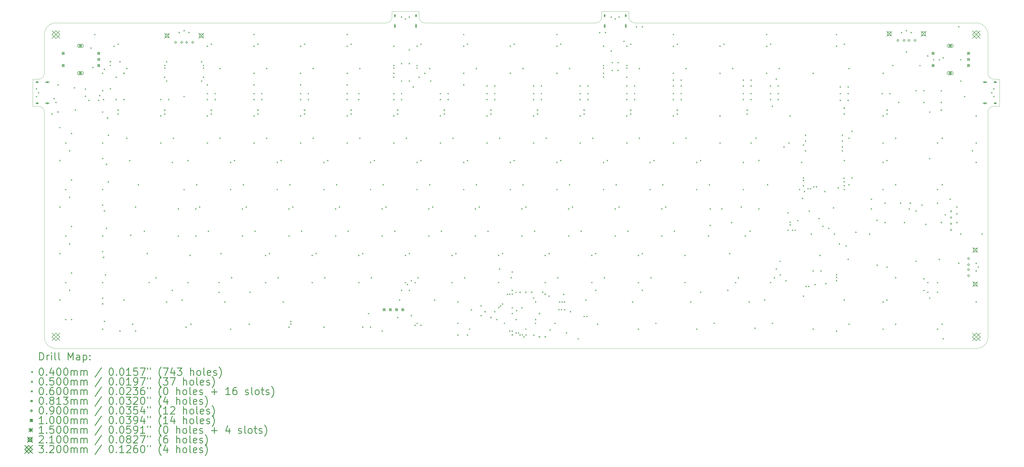
<source format=gbr>
%FSLAX45Y45*%
G04 Gerber Fmt 4.5, Leading zero omitted, Abs format (unit mm)*
G04 Created by KiCad (PCBNEW (5.1.10)-1) date 2021-11-05 23:24:15*
%MOMM*%
%LPD*%
G01*
G04 APERTURE LIST*
%TA.AperFunction,Profile*%
%ADD10C,0.100000*%
%TD*%
%ADD11C,0.200000*%
%ADD12C,0.300000*%
G04 APERTURE END LIST*
D10*
X6984560Y-18810690D02*
X7222670Y-18810690D01*
X7460780Y-28255720D02*
X7460780Y-19048800D01*
X7460780Y-15874000D02*
X7460780Y-17461400D01*
X7222670Y-17699510D02*
X6984560Y-17699510D01*
X7460780Y-17461400D02*
G75*
G02*
X7222670Y-17699510I-238110J0D01*
G01*
X7222670Y-18810690D02*
G75*
G02*
X7460780Y-19048800I0J-238110D01*
G01*
X31351150Y-15159670D02*
X31351150Y-14921560D01*
X30239970Y-15159670D02*
X30239970Y-14921560D01*
X31589260Y-15397780D02*
X45558380Y-15397780D01*
X23017300Y-15397780D02*
X30001860Y-15397780D01*
X30239970Y-15159670D02*
G75*
G02*
X30001860Y-15397780I-238110J0D01*
G01*
X31589260Y-15397780D02*
G75*
G02*
X31351150Y-15159670I0J238110D01*
G01*
X22779190Y-14921560D02*
X22779190Y-15159670D01*
X21668010Y-14921560D02*
X22779190Y-14921560D01*
X21668010Y-15159670D02*
X21668010Y-14921560D01*
X7937000Y-15397780D02*
X21429900Y-15397780D01*
X21668010Y-15159670D02*
G75*
G02*
X21429900Y-15397780I-238110J0D01*
G01*
X23017300Y-15397780D02*
G75*
G02*
X22779190Y-15159670I0J238110D01*
G01*
X46510820Y-17699510D02*
X46272710Y-17699510D01*
X46510820Y-18810690D02*
X46510820Y-17699510D01*
X46272710Y-18810690D02*
X46510820Y-18810690D01*
X46034600Y-19048800D02*
G75*
G02*
X46272710Y-18810690I238110J0D01*
G01*
X46272710Y-17699510D02*
G75*
G02*
X46034600Y-17461400I0J238110D01*
G01*
X46034600Y-17461400D02*
X46034600Y-15874000D01*
X46034600Y-28255720D02*
X46034600Y-19048800D01*
X6984560Y-17699510D02*
X6984560Y-18810690D01*
X31351150Y-14921560D02*
X30239970Y-14921560D01*
X7937000Y-28731940D02*
X45558380Y-28731940D01*
X46034600Y-28255720D02*
G75*
G02*
X45558380Y-28731940I-476220J0D01*
G01*
X45558380Y-15397780D02*
G75*
G02*
X46034600Y-15874000I0J-476220D01*
G01*
X7460780Y-15874000D02*
G75*
G02*
X7937000Y-15397780I476220J0D01*
G01*
X7937000Y-28731940D02*
G75*
G02*
X7460780Y-28255720I0J476220D01*
G01*
D11*
X7123300Y-18076360D02*
X7163300Y-18116360D01*
X7163300Y-18076360D02*
X7123300Y-18116360D01*
X7123300Y-18393840D02*
X7163300Y-18433840D01*
X7163300Y-18393840D02*
X7123300Y-18433840D01*
X7202670Y-18235100D02*
X7242670Y-18275100D01*
X7242670Y-18235100D02*
X7202670Y-18275100D01*
X7758260Y-19108170D02*
X7798260Y-19148170D01*
X7798260Y-19108170D02*
X7758260Y-19148170D01*
X7837630Y-18473210D02*
X7877630Y-18513210D01*
X7877630Y-18473210D02*
X7837630Y-18513210D01*
X7917000Y-18631950D02*
X7957000Y-18671950D01*
X7957000Y-18631950D02*
X7917000Y-18671950D01*
X8001390Y-17912600D02*
X8041390Y-17952600D01*
X8041390Y-17912600D02*
X8001390Y-17952600D01*
X8075740Y-19663760D02*
X8115740Y-19703760D01*
X8115740Y-19663760D02*
X8075740Y-19703760D01*
X8075740Y-21013050D02*
X8115740Y-21053050D01*
X8115740Y-21013050D02*
X8075740Y-21053050D01*
X8075740Y-22917930D02*
X8115740Y-22957930D01*
X8115740Y-22917930D02*
X8075740Y-22957930D01*
X8075740Y-24822810D02*
X8115740Y-24862810D01*
X8115740Y-24822810D02*
X8075740Y-24862810D01*
X8075740Y-26727690D02*
X8115740Y-26767690D01*
X8115740Y-26727690D02*
X8075740Y-26767690D01*
X8313850Y-20298720D02*
X8353850Y-20338720D01*
X8353850Y-20298720D02*
X8313850Y-20338720D01*
X8313850Y-22203600D02*
X8353850Y-22243600D01*
X8353850Y-22203600D02*
X8313850Y-22243600D01*
X8313850Y-24108480D02*
X8353850Y-24148480D01*
X8353850Y-24108480D02*
X8313850Y-24148480D01*
X8313850Y-26013360D02*
X8353850Y-26053360D01*
X8353850Y-26013360D02*
X8313850Y-26053360D01*
X8313850Y-27521390D02*
X8353850Y-27561390D01*
X8353850Y-27521390D02*
X8313850Y-27561390D01*
X8472590Y-20616200D02*
X8512590Y-20656200D01*
X8512590Y-20616200D02*
X8472590Y-20656200D01*
X8472590Y-22521080D02*
X8512590Y-22561080D01*
X8512590Y-22521080D02*
X8472590Y-22561080D01*
X8472590Y-24425960D02*
X8512590Y-24465960D01*
X8512590Y-24425960D02*
X8472590Y-24465960D01*
X8472590Y-26330840D02*
X8512590Y-26370840D01*
X8512590Y-26330840D02*
X8472590Y-26370840D01*
X8551960Y-19901870D02*
X8591960Y-19941870D01*
X8591960Y-19901870D02*
X8551960Y-19941870D01*
X8551960Y-21806750D02*
X8591960Y-21846750D01*
X8591960Y-21806750D02*
X8551960Y-21846750D01*
X8551960Y-23711630D02*
X8591960Y-23751630D01*
X8591960Y-23711630D02*
X8551960Y-23751630D01*
X8551960Y-25616510D02*
X8591960Y-25656510D01*
X8591960Y-25616510D02*
X8551960Y-25656510D01*
X8551960Y-27521390D02*
X8591960Y-27561390D01*
X8591960Y-27521390D02*
X8551960Y-27561390D01*
X8671015Y-18036675D02*
X8711015Y-18076675D01*
X8711015Y-18036675D02*
X8671015Y-18076675D01*
X8710700Y-18949430D02*
X8750700Y-18989430D01*
X8750700Y-18949430D02*
X8710700Y-18989430D01*
X9119130Y-18087940D02*
X9159130Y-18127940D01*
X9159130Y-18087940D02*
X9119130Y-18127940D01*
X9119130Y-18382260D02*
X9159130Y-18422260D01*
X9159130Y-18382260D02*
X9119130Y-18422260D01*
X9266290Y-18552580D02*
X9306290Y-18592580D01*
X9306290Y-18552580D02*
X9266290Y-18592580D01*
X9345660Y-16409590D02*
X9385660Y-16449590D01*
X9385660Y-16409590D02*
X9345660Y-16449590D01*
X9425030Y-17203290D02*
X9465030Y-17243290D01*
X9465030Y-17203290D02*
X9425030Y-17243290D01*
X9504400Y-15854000D02*
X9544400Y-15894000D01*
X9544400Y-15854000D02*
X9504400Y-15894000D01*
X9663140Y-18552580D02*
X9703140Y-18592580D01*
X9703140Y-18552580D02*
X9663140Y-18592580D01*
X9702825Y-18354155D02*
X9742825Y-18394155D01*
X9742825Y-18354155D02*
X9702825Y-18394155D01*
X9821880Y-17441400D02*
X9861880Y-17481400D01*
X9861880Y-17441400D02*
X9821880Y-17481400D01*
X9821880Y-18155730D02*
X9861880Y-18195730D01*
X9861880Y-18155730D02*
X9821880Y-18195730D01*
X9821880Y-19028800D02*
X9861880Y-19068800D01*
X9861880Y-19028800D02*
X9821880Y-19068800D01*
X9821880Y-20298720D02*
X9861880Y-20338720D01*
X9861880Y-20298720D02*
X9821880Y-20338720D01*
X9821880Y-20933680D02*
X9861880Y-20973680D01*
X9861880Y-20933680D02*
X9821880Y-20973680D01*
X9821880Y-22203600D02*
X9861880Y-22243600D01*
X9861880Y-22203600D02*
X9821880Y-22243600D01*
X9821880Y-22838560D02*
X9861880Y-22878560D01*
X9861880Y-22838560D02*
X9821880Y-22878560D01*
X9821880Y-24108480D02*
X9861880Y-24148480D01*
X9861880Y-24108480D02*
X9821880Y-24148480D01*
X9821880Y-24743440D02*
X9861880Y-24783440D01*
X9861880Y-24743440D02*
X9821880Y-24783440D01*
X9821880Y-26013360D02*
X9861880Y-26053360D01*
X9861880Y-26013360D02*
X9821880Y-26053360D01*
X9821880Y-26648320D02*
X9861880Y-26688320D01*
X9861880Y-26648320D02*
X9821880Y-26688320D01*
X9821880Y-27918240D02*
X9861880Y-27958240D01*
X9861880Y-27918240D02*
X9821880Y-27958240D01*
X9861565Y-18512895D02*
X9901565Y-18552895D01*
X9901565Y-18512895D02*
X9861565Y-18552895D01*
X9901250Y-17282660D02*
X9941250Y-17322660D01*
X9941250Y-17282660D02*
X9901250Y-17322660D01*
X9901250Y-27600760D02*
X9941250Y-27640760D01*
X9941250Y-27600760D02*
X9901250Y-27640760D01*
X9940935Y-25695880D02*
X9980935Y-25735880D01*
X9980935Y-25695880D02*
X9940935Y-25735880D01*
X9980620Y-23791000D02*
X10020620Y-23831000D01*
X10020620Y-23791000D02*
X9980620Y-23831000D01*
X10059990Y-19981240D02*
X10099990Y-20021240D01*
X10099990Y-19981240D02*
X10059990Y-20021240D01*
X10059990Y-21886120D02*
X10099990Y-21926120D01*
X10099990Y-21886120D02*
X10059990Y-21926120D01*
X10139360Y-17123920D02*
X10179360Y-17163920D01*
X10179360Y-17123920D02*
X10139360Y-17163920D01*
X10139360Y-18076360D02*
X10179360Y-18116360D01*
X10179360Y-18076360D02*
X10139360Y-18116360D01*
X10298100Y-16330220D02*
X10338100Y-16370220D01*
X10338100Y-16330220D02*
X10298100Y-16370220D01*
X10377470Y-17600140D02*
X10417470Y-17640140D01*
X10417470Y-17600140D02*
X10377470Y-17640140D01*
X10377470Y-18512895D02*
X10417470Y-18552895D01*
X10417470Y-18512895D02*
X10377470Y-18552895D01*
X10456840Y-16250850D02*
X10496840Y-16290850D01*
X10496840Y-16250850D02*
X10456840Y-16290850D01*
X10456840Y-19108170D02*
X10496840Y-19148170D01*
X10496840Y-19108170D02*
X10456840Y-19148170D01*
X10536210Y-16965180D02*
X10576210Y-17005180D01*
X10576210Y-16965180D02*
X10536210Y-17005180D01*
X10536210Y-27997610D02*
X10576210Y-28037610D01*
X10576210Y-27997610D02*
X10536210Y-28037610D01*
X10694950Y-18512895D02*
X10734950Y-18552895D01*
X10734950Y-18512895D02*
X10694950Y-18552895D01*
X10694950Y-26727690D02*
X10734950Y-26767690D01*
X10734950Y-26727690D02*
X10694950Y-26767690D01*
X10814005Y-17242975D02*
X10854005Y-17282975D01*
X10854005Y-17242975D02*
X10814005Y-17282975D01*
X10814005Y-20100295D02*
X10854005Y-20140295D01*
X10854005Y-20100295D02*
X10814005Y-20140295D01*
X10933060Y-21013050D02*
X10973060Y-21053050D01*
X10973060Y-21013050D02*
X10933060Y-21053050D01*
X10972745Y-24068795D02*
X11012745Y-24108795D01*
X11012745Y-24068795D02*
X10972745Y-24108795D01*
X11052115Y-27719815D02*
X11092115Y-27759815D01*
X11092115Y-27719815D02*
X11052115Y-27759815D01*
X11171170Y-22917930D02*
X11211170Y-22957930D01*
X11211170Y-22917930D02*
X11171170Y-22957930D01*
X11171170Y-27993848D02*
X11211170Y-28033848D01*
X11211170Y-27993848D02*
X11171170Y-28033848D01*
X11290225Y-22005175D02*
X11330225Y-22045175D01*
X11330225Y-22005175D02*
X11290225Y-22045175D01*
X11528335Y-23910055D02*
X11568335Y-23950055D01*
X11568335Y-23910055D02*
X11528335Y-23950055D01*
X11647390Y-24822810D02*
X11687390Y-24862810D01*
X11687390Y-24822810D02*
X11647390Y-24862810D01*
X11726760Y-26013360D02*
X11766760Y-26053360D01*
X11766760Y-26013360D02*
X11726760Y-26053360D01*
X12004555Y-25814935D02*
X12044555Y-25854935D01*
X12044555Y-25814935D02*
X12004555Y-25854935D01*
X12202980Y-18512895D02*
X12242980Y-18552895D01*
X12242980Y-18512895D02*
X12202980Y-18552895D01*
X12202980Y-19187540D02*
X12242980Y-19227540D01*
X12242980Y-19187540D02*
X12202980Y-19227540D01*
X12202980Y-20298720D02*
X12242980Y-20338720D01*
X12242980Y-20298720D02*
X12202980Y-20338720D01*
X12361720Y-17123920D02*
X12401720Y-17163920D01*
X12401720Y-17123920D02*
X12361720Y-17163920D01*
X12361720Y-17223920D02*
X12401720Y-17263920D01*
X12401720Y-17223920D02*
X12361720Y-17263920D01*
X12361720Y-17600140D02*
X12401720Y-17640140D01*
X12401720Y-17600140D02*
X12361720Y-17640140D01*
X12361720Y-19108170D02*
X12401720Y-19148170D01*
X12401720Y-19108170D02*
X12361720Y-19148170D01*
X12441090Y-16965180D02*
X12481090Y-17005180D01*
X12481090Y-16965180D02*
X12441090Y-17005180D01*
X12441090Y-17758880D02*
X12481090Y-17798880D01*
X12481090Y-17758880D02*
X12441090Y-17798880D01*
X12441090Y-26807060D02*
X12481090Y-26847060D01*
X12481090Y-26807060D02*
X12441090Y-26847060D01*
X12520460Y-18512895D02*
X12560460Y-18552895D01*
X12560460Y-18512895D02*
X12520460Y-18552895D01*
X12679200Y-21092420D02*
X12719200Y-21132420D01*
X12719200Y-21092420D02*
X12679200Y-21132420D01*
X12679200Y-26330840D02*
X12719200Y-26370840D01*
X12719200Y-26330840D02*
X12679200Y-26370840D01*
X12718885Y-20100295D02*
X12758885Y-20140295D01*
X12758885Y-20100295D02*
X12718885Y-20140295D01*
X12917310Y-22997300D02*
X12957310Y-23037300D01*
X12957310Y-22997300D02*
X12917310Y-23037300D01*
X12917310Y-24108480D02*
X12957310Y-24148480D01*
X12957310Y-24108480D02*
X12917310Y-24148480D01*
X12956995Y-15774630D02*
X12996995Y-15814630D01*
X12996995Y-15774630D02*
X12956995Y-15814630D01*
X13076050Y-26727690D02*
X13116050Y-26767690D01*
X13116050Y-26727690D02*
X13076050Y-26767690D01*
X13155420Y-15695260D02*
X13195420Y-15735260D01*
X13195420Y-15695260D02*
X13155420Y-15735260D01*
X13155420Y-18393840D02*
X13195420Y-18433840D01*
X13195420Y-18393840D02*
X13155420Y-18433840D01*
X13155420Y-22203600D02*
X13195420Y-22243600D01*
X13195420Y-22203600D02*
X13155420Y-22243600D01*
X13234790Y-27838870D02*
X13274790Y-27878870D01*
X13274790Y-27838870D02*
X13234790Y-27878870D01*
X13314160Y-21013050D02*
X13354160Y-21053050D01*
X13354160Y-21013050D02*
X13314160Y-21053050D01*
X13314160Y-26013360D02*
X13354160Y-26053360D01*
X13354160Y-26013360D02*
X13314160Y-26053360D01*
X13353845Y-15774630D02*
X13393845Y-15814630D01*
X13393845Y-15774630D02*
X13353845Y-15814630D01*
X13393530Y-24902180D02*
X13433530Y-24942180D01*
X13433530Y-24902180D02*
X13393530Y-24942180D01*
X13433215Y-27719815D02*
X13473215Y-27759815D01*
X13473215Y-27719815D02*
X13433215Y-27759815D01*
X13631640Y-22997300D02*
X13671640Y-23037300D01*
X13671640Y-22997300D02*
X13631640Y-23037300D01*
X13631640Y-24108480D02*
X13671640Y-24148480D01*
X13671640Y-24108480D02*
X13631640Y-24148480D01*
X13671325Y-22005175D02*
X13711325Y-22045175D01*
X13711325Y-22005175D02*
X13671325Y-22045175D01*
X13790380Y-22917930D02*
X13830380Y-22957930D01*
X13830380Y-22917930D02*
X13790380Y-22957930D01*
X13869750Y-16965180D02*
X13909750Y-17005180D01*
X13909750Y-16965180D02*
X13869750Y-17005180D01*
X13869750Y-17758880D02*
X13909750Y-17798880D01*
X13909750Y-17758880D02*
X13869750Y-17798880D01*
X13949120Y-17123920D02*
X13989120Y-17163920D01*
X13989120Y-17123920D02*
X13949120Y-17163920D01*
X13949120Y-17223920D02*
X13989120Y-17263920D01*
X13989120Y-17223920D02*
X13949120Y-17263920D01*
X13949120Y-17600140D02*
X13989120Y-17640140D01*
X13989120Y-17600140D02*
X13949120Y-17640140D01*
X14107860Y-16330220D02*
X14147860Y-16370220D01*
X14147860Y-16330220D02*
X14107860Y-16370220D01*
X14107860Y-17917620D02*
X14147860Y-17957620D01*
X14147860Y-17917620D02*
X14107860Y-17957620D01*
X14107860Y-18274785D02*
X14147860Y-18314785D01*
X14147860Y-18274785D02*
X14107860Y-18314785D01*
X14107860Y-18512895D02*
X14147860Y-18552895D01*
X14147860Y-18512895D02*
X14107860Y-18552895D01*
X14107860Y-19187540D02*
X14147860Y-19227540D01*
X14147860Y-19187540D02*
X14107860Y-19227540D01*
X14107860Y-20298720D02*
X14147860Y-20338720D01*
X14147860Y-20298720D02*
X14107860Y-20338720D01*
X14147545Y-23910055D02*
X14187545Y-23950055D01*
X14187545Y-23910055D02*
X14147545Y-23950055D01*
X14266600Y-16250850D02*
X14306600Y-16290850D01*
X14306600Y-16250850D02*
X14266600Y-16290850D01*
X14266600Y-19108170D02*
X14306600Y-19148170D01*
X14306600Y-19108170D02*
X14266600Y-19148170D01*
X14425340Y-18274785D02*
X14465340Y-18314785D01*
X14465340Y-18274785D02*
X14425340Y-18314785D01*
X14425340Y-18512895D02*
X14465340Y-18552895D01*
X14465340Y-18512895D02*
X14425340Y-18552895D01*
X14584080Y-26013360D02*
X14624080Y-26053360D01*
X14624080Y-26013360D02*
X14584080Y-26053360D01*
X14584080Y-26410210D02*
X14624080Y-26450210D01*
X14624080Y-26410210D02*
X14584080Y-26450210D01*
X14623765Y-17242975D02*
X14663765Y-17282975D01*
X14663765Y-17242975D02*
X14623765Y-17282975D01*
X14623765Y-20100295D02*
X14663765Y-20140295D01*
X14663765Y-20100295D02*
X14623765Y-20140295D01*
X14663450Y-24822810D02*
X14703450Y-24862810D01*
X14703450Y-24822810D02*
X14663450Y-24862810D01*
X14822190Y-26807060D02*
X14862190Y-26847060D01*
X14862190Y-26807060D02*
X14822190Y-26847060D01*
X15060300Y-21092420D02*
X15100300Y-21132420D01*
X15100300Y-21092420D02*
X15060300Y-21132420D01*
X15060300Y-22203600D02*
X15100300Y-22243600D01*
X15100300Y-22203600D02*
X15060300Y-22243600D01*
X15060300Y-27918240D02*
X15100300Y-27958240D01*
X15100300Y-27918240D02*
X15060300Y-27958240D01*
X15099985Y-25814935D02*
X15139985Y-25854935D01*
X15139985Y-25814935D02*
X15099985Y-25854935D01*
X15219040Y-21013050D02*
X15259040Y-21053050D01*
X15259040Y-21013050D02*
X15219040Y-21053050D01*
X15536520Y-22997300D02*
X15576520Y-23037300D01*
X15576520Y-22997300D02*
X15536520Y-23037300D01*
X15536520Y-24108480D02*
X15576520Y-24148480D01*
X15576520Y-24108480D02*
X15536520Y-24148480D01*
X15576205Y-22005175D02*
X15616205Y-22045175D01*
X15616205Y-22005175D02*
X15576205Y-22045175D01*
X15695260Y-22917930D02*
X15735260Y-22957930D01*
X15735260Y-22917930D02*
X15695260Y-22957930D01*
X15814315Y-27719815D02*
X15854315Y-27759815D01*
X15854315Y-27719815D02*
X15814315Y-27759815D01*
X15854000Y-26410210D02*
X15894000Y-26450210D01*
X15894000Y-26410210D02*
X15854000Y-26450210D01*
X16012740Y-15854000D02*
X16052740Y-15894000D01*
X16052740Y-15854000D02*
X16012740Y-15894000D01*
X16012740Y-16330220D02*
X16052740Y-16370220D01*
X16052740Y-16330220D02*
X16012740Y-16370220D01*
X16012740Y-17441400D02*
X16052740Y-17481400D01*
X16052740Y-17441400D02*
X16012740Y-17481400D01*
X16012740Y-17917620D02*
X16052740Y-17957620D01*
X16052740Y-17917620D02*
X16012740Y-17957620D01*
X16012740Y-18274785D02*
X16052740Y-18314785D01*
X16052740Y-18274785D02*
X16012740Y-18314785D01*
X16012740Y-18512895D02*
X16052740Y-18552895D01*
X16052740Y-18512895D02*
X16012740Y-18552895D01*
X16012740Y-19187540D02*
X16052740Y-19227540D01*
X16052740Y-19187540D02*
X16012740Y-19227540D01*
X16012740Y-20298720D02*
X16052740Y-20338720D01*
X16052740Y-20298720D02*
X16012740Y-20338720D01*
X16052425Y-23910055D02*
X16092425Y-23950055D01*
X16092425Y-23910055D02*
X16052425Y-23950055D01*
X16171480Y-16250850D02*
X16211480Y-16290850D01*
X16211480Y-16250850D02*
X16171480Y-16290850D01*
X16171480Y-19108170D02*
X16211480Y-19148170D01*
X16211480Y-19108170D02*
X16171480Y-19148170D01*
X16330220Y-18274785D02*
X16370220Y-18314785D01*
X16370220Y-18274785D02*
X16330220Y-18314785D01*
X16330220Y-18512895D02*
X16370220Y-18552895D01*
X16370220Y-18512895D02*
X16330220Y-18552895D01*
X16488960Y-24902180D02*
X16528960Y-24942180D01*
X16528960Y-24902180D02*
X16488960Y-24942180D01*
X16488960Y-26013360D02*
X16528960Y-26053360D01*
X16528960Y-26013360D02*
X16488960Y-26053360D01*
X16528645Y-17242975D02*
X16568645Y-17282975D01*
X16568645Y-17242975D02*
X16528645Y-17282975D01*
X16528645Y-20100295D02*
X16568645Y-20140295D01*
X16568645Y-20100295D02*
X16528645Y-20140295D01*
X16647700Y-24822810D02*
X16687700Y-24862810D01*
X16687700Y-24822810D02*
X16647700Y-24862810D01*
X16965180Y-21092420D02*
X17005180Y-21132420D01*
X17005180Y-21092420D02*
X16965180Y-21132420D01*
X16965180Y-22203600D02*
X17005180Y-22243600D01*
X17005180Y-22203600D02*
X16965180Y-22243600D01*
X17004865Y-25814935D02*
X17044865Y-25854935D01*
X17044865Y-25814935D02*
X17004865Y-25854935D01*
X17123920Y-21013050D02*
X17163920Y-21053050D01*
X17163920Y-21013050D02*
X17123920Y-21053050D01*
X17203290Y-26807060D02*
X17243290Y-26847060D01*
X17243290Y-26807060D02*
X17203290Y-26847060D01*
X17441400Y-22997300D02*
X17481400Y-23037300D01*
X17481400Y-22997300D02*
X17441400Y-23037300D01*
X17441400Y-24108480D02*
X17481400Y-24148480D01*
X17481400Y-24108480D02*
X17441400Y-24148480D01*
X17441400Y-27838870D02*
X17481400Y-27878870D01*
X17481400Y-27838870D02*
X17441400Y-27878870D01*
X17481085Y-22005175D02*
X17521085Y-22045175D01*
X17521085Y-22005175D02*
X17481085Y-22045175D01*
X17520770Y-27600760D02*
X17560770Y-27640760D01*
X17560770Y-27600760D02*
X17520770Y-27640760D01*
X17520770Y-27700760D02*
X17560770Y-27740760D01*
X17560770Y-27700760D02*
X17520770Y-27740760D01*
X17600140Y-22917930D02*
X17640140Y-22957930D01*
X17640140Y-22917930D02*
X17600140Y-22957930D01*
X17917620Y-16330220D02*
X17957620Y-16370220D01*
X17957620Y-16330220D02*
X17917620Y-16370220D01*
X17917620Y-17441400D02*
X17957620Y-17481400D01*
X17957620Y-17441400D02*
X17917620Y-17481400D01*
X17917620Y-17917620D02*
X17957620Y-17957620D01*
X17957620Y-17917620D02*
X17917620Y-17957620D01*
X17917620Y-18274785D02*
X17957620Y-18314785D01*
X17957620Y-18274785D02*
X17917620Y-18314785D01*
X17917620Y-18512895D02*
X17957620Y-18552895D01*
X17957620Y-18512895D02*
X17917620Y-18552895D01*
X17917620Y-19187540D02*
X17957620Y-19227540D01*
X17957620Y-19187540D02*
X17917620Y-19227540D01*
X17917620Y-20298720D02*
X17957620Y-20338720D01*
X17957620Y-20298720D02*
X17917620Y-20338720D01*
X17957305Y-23910055D02*
X17997305Y-23950055D01*
X17997305Y-23910055D02*
X17957305Y-23950055D01*
X18076360Y-16250850D02*
X18116360Y-16290850D01*
X18116360Y-16250850D02*
X18076360Y-16290850D01*
X18076360Y-19108170D02*
X18116360Y-19148170D01*
X18116360Y-19108170D02*
X18076360Y-19148170D01*
X18235100Y-18274785D02*
X18275100Y-18314785D01*
X18275100Y-18274785D02*
X18235100Y-18314785D01*
X18235100Y-18512895D02*
X18275100Y-18552895D01*
X18275100Y-18512895D02*
X18235100Y-18552895D01*
X18393840Y-24902180D02*
X18433840Y-24942180D01*
X18433840Y-24902180D02*
X18393840Y-24942180D01*
X18393840Y-26013360D02*
X18433840Y-26053360D01*
X18433840Y-26013360D02*
X18393840Y-26053360D01*
X18433525Y-17242975D02*
X18473525Y-17282975D01*
X18473525Y-17242975D02*
X18433525Y-17282975D01*
X18433525Y-20100295D02*
X18473525Y-20140295D01*
X18473525Y-20100295D02*
X18433525Y-20140295D01*
X18552580Y-24822810D02*
X18592580Y-24862810D01*
X18592580Y-24822810D02*
X18552580Y-24862810D01*
X18870060Y-21092420D02*
X18910060Y-21132420D01*
X18910060Y-21092420D02*
X18870060Y-21132420D01*
X18870060Y-22203600D02*
X18910060Y-22243600D01*
X18910060Y-22203600D02*
X18870060Y-22243600D01*
X18870060Y-27838870D02*
X18910060Y-27878870D01*
X18910060Y-27838870D02*
X18870060Y-27878870D01*
X18909745Y-25814935D02*
X18949745Y-25854935D01*
X18949745Y-25814935D02*
X18909745Y-25854935D01*
X19028800Y-21013050D02*
X19068800Y-21053050D01*
X19068800Y-21013050D02*
X19028800Y-21053050D01*
X19346280Y-22997300D02*
X19386280Y-23037300D01*
X19386280Y-22997300D02*
X19346280Y-23037300D01*
X19346280Y-24108480D02*
X19386280Y-24148480D01*
X19386280Y-24108480D02*
X19346280Y-24148480D01*
X19385965Y-22005175D02*
X19425965Y-22045175D01*
X19425965Y-22005175D02*
X19385965Y-22045175D01*
X19505020Y-22917930D02*
X19545020Y-22957930D01*
X19545020Y-22917930D02*
X19505020Y-22957930D01*
X19822500Y-15854000D02*
X19862500Y-15894000D01*
X19862500Y-15854000D02*
X19822500Y-15894000D01*
X19822500Y-16330220D02*
X19862500Y-16370220D01*
X19862500Y-16330220D02*
X19822500Y-16370220D01*
X19822500Y-17441400D02*
X19862500Y-17481400D01*
X19862500Y-17441400D02*
X19822500Y-17481400D01*
X19822500Y-17917620D02*
X19862500Y-17957620D01*
X19862500Y-17917620D02*
X19822500Y-17957620D01*
X19822500Y-18274785D02*
X19862500Y-18314785D01*
X19862500Y-18274785D02*
X19822500Y-18314785D01*
X19822500Y-18512895D02*
X19862500Y-18552895D01*
X19862500Y-18512895D02*
X19822500Y-18552895D01*
X19822500Y-19187540D02*
X19862500Y-19227540D01*
X19862500Y-19187540D02*
X19822500Y-19227540D01*
X19822500Y-20298720D02*
X19862500Y-20338720D01*
X19862500Y-20298720D02*
X19822500Y-20338720D01*
X19862185Y-23910055D02*
X19902185Y-23950055D01*
X19902185Y-23910055D02*
X19862185Y-23950055D01*
X19981240Y-16250850D02*
X20021240Y-16290850D01*
X20021240Y-16250850D02*
X19981240Y-16290850D01*
X19981240Y-19108170D02*
X20021240Y-19148170D01*
X20021240Y-19108170D02*
X19981240Y-19148170D01*
X20298720Y-18274785D02*
X20338720Y-18314785D01*
X20338720Y-18274785D02*
X20298720Y-18314785D01*
X20298720Y-18512895D02*
X20338720Y-18552895D01*
X20338720Y-18512895D02*
X20298720Y-18552895D01*
X20298720Y-24902180D02*
X20338720Y-24942180D01*
X20338720Y-24902180D02*
X20298720Y-24942180D01*
X20298720Y-26013360D02*
X20338720Y-26053360D01*
X20338720Y-26013360D02*
X20298720Y-26053360D01*
X20338405Y-17242975D02*
X20378405Y-17282975D01*
X20378405Y-17242975D02*
X20338405Y-17282975D01*
X20338405Y-20100295D02*
X20378405Y-20140295D01*
X20378405Y-20100295D02*
X20338405Y-20140295D01*
X20457460Y-24822810D02*
X20497460Y-24862810D01*
X20497460Y-24822810D02*
X20457460Y-24862810D01*
X20457460Y-27838870D02*
X20497460Y-27878870D01*
X20497460Y-27838870D02*
X20457460Y-27878870D01*
X20695570Y-27283280D02*
X20735570Y-27323280D01*
X20735570Y-27283280D02*
X20695570Y-27323280D01*
X20774940Y-21092420D02*
X20814940Y-21132420D01*
X20814940Y-21092420D02*
X20774940Y-21132420D01*
X20774940Y-22203600D02*
X20814940Y-22243600D01*
X20814940Y-22203600D02*
X20774940Y-22243600D01*
X20774940Y-27838870D02*
X20814940Y-27878870D01*
X20814940Y-27838870D02*
X20774940Y-27878870D01*
X20814625Y-25814935D02*
X20854625Y-25854935D01*
X20854625Y-25814935D02*
X20814625Y-25854935D01*
X20933680Y-21013050D02*
X20973680Y-21053050D01*
X20973680Y-21013050D02*
X20933680Y-21053050D01*
X21251160Y-22997300D02*
X21291160Y-23037300D01*
X21291160Y-22997300D02*
X21251160Y-23037300D01*
X21251160Y-24108480D02*
X21291160Y-24148480D01*
X21291160Y-24108480D02*
X21251160Y-24148480D01*
X21251160Y-27993848D02*
X21291160Y-28033848D01*
X21291160Y-27993848D02*
X21251160Y-28033848D01*
X21290845Y-22005175D02*
X21330845Y-22045175D01*
X21330845Y-22005175D02*
X21290845Y-22045175D01*
X21409900Y-22917930D02*
X21449900Y-22957930D01*
X21449900Y-22917930D02*
X21409900Y-22957930D01*
X21727380Y-16330220D02*
X21767380Y-16370220D01*
X21767380Y-16330220D02*
X21727380Y-16370220D01*
X21727380Y-17123920D02*
X21767380Y-17163920D01*
X21767380Y-17123920D02*
X21727380Y-17163920D01*
X21727380Y-17223920D02*
X21767380Y-17263920D01*
X21767380Y-17223920D02*
X21727380Y-17263920D01*
X21727380Y-17441400D02*
X21767380Y-17481400D01*
X21767380Y-17441400D02*
X21727380Y-17481400D01*
X21727380Y-17600140D02*
X21767380Y-17640140D01*
X21767380Y-17600140D02*
X21727380Y-17640140D01*
X21727380Y-18274785D02*
X21767380Y-18314785D01*
X21767380Y-18274785D02*
X21727380Y-18314785D01*
X21727380Y-18512895D02*
X21767380Y-18552895D01*
X21767380Y-18512895D02*
X21727380Y-18552895D01*
X21727380Y-19187540D02*
X21767380Y-19227540D01*
X21767380Y-19187540D02*
X21727380Y-19227540D01*
X21727380Y-20298720D02*
X21767380Y-20338720D01*
X21767380Y-20298720D02*
X21727380Y-20338720D01*
X21767065Y-23910055D02*
X21807065Y-23950055D01*
X21807065Y-23910055D02*
X21767065Y-23950055D01*
X21886120Y-19108170D02*
X21926120Y-19148170D01*
X21926120Y-19108170D02*
X21886120Y-19148170D01*
X21886120Y-27442020D02*
X21926120Y-27482020D01*
X21926120Y-27442020D02*
X21886120Y-27482020D01*
X21965490Y-26727690D02*
X22005490Y-26767690D01*
X22005490Y-26727690D02*
X21965490Y-26767690D01*
X22044860Y-15139670D02*
X22084860Y-15179670D01*
X22084860Y-15139670D02*
X22044860Y-15179670D01*
X22044860Y-17044550D02*
X22084860Y-17084550D01*
X22084860Y-17044550D02*
X22044860Y-17084550D01*
X22044860Y-17758880D02*
X22084860Y-17798880D01*
X22084860Y-17758880D02*
X22044860Y-17798880D01*
X22044860Y-18274785D02*
X22084860Y-18314785D01*
X22084860Y-18274785D02*
X22044860Y-18314785D01*
X22044860Y-18512895D02*
X22084860Y-18552895D01*
X22084860Y-18512895D02*
X22044860Y-18552895D01*
X22044860Y-26330840D02*
X22084860Y-26370840D01*
X22084860Y-26330840D02*
X22044860Y-26370840D01*
X22203600Y-15219040D02*
X22243600Y-15259040D01*
X22243600Y-15219040D02*
X22203600Y-15259040D01*
X22203600Y-24902180D02*
X22243600Y-24942180D01*
X22243600Y-24902180D02*
X22203600Y-24942180D01*
X22203600Y-26013360D02*
X22243600Y-26053360D01*
X22243600Y-26013360D02*
X22203600Y-26053360D01*
X22243285Y-20100295D02*
X22283285Y-20140295D01*
X22283285Y-20100295D02*
X22243285Y-20140295D01*
X22282970Y-26092730D02*
X22322970Y-26132730D01*
X22322970Y-26092730D02*
X22282970Y-26132730D01*
X22362340Y-15139670D02*
X22402340Y-15179670D01*
X22402340Y-15139670D02*
X22362340Y-15179670D01*
X22362340Y-16488960D02*
X22402340Y-16528960D01*
X22402340Y-16488960D02*
X22362340Y-16528960D01*
X22362340Y-17044550D02*
X22402340Y-17084550D01*
X22402340Y-17044550D02*
X22362340Y-17084550D01*
X22362340Y-17758880D02*
X22402340Y-17798880D01*
X22402340Y-17758880D02*
X22362340Y-17798880D01*
X22362340Y-24822810D02*
X22402340Y-24862810D01*
X22402340Y-24822810D02*
X22362340Y-24862810D01*
X22362340Y-26330840D02*
X22402340Y-26370840D01*
X22402340Y-26330840D02*
X22362340Y-26370840D01*
X22441710Y-25933990D02*
X22481710Y-25973990D01*
X22481710Y-25933990D02*
X22441710Y-25973990D01*
X22441710Y-27362650D02*
X22481710Y-27402650D01*
X22481710Y-27362650D02*
X22441710Y-27402650D01*
X22521080Y-17996990D02*
X22561080Y-18036990D01*
X22561080Y-17996990D02*
X22521080Y-18036990D01*
X22600450Y-26013360D02*
X22640450Y-26053360D01*
X22640450Y-26013360D02*
X22600450Y-26053360D01*
X22600450Y-27759500D02*
X22640450Y-27799500D01*
X22640450Y-27759500D02*
X22600450Y-27799500D01*
X22679820Y-16330220D02*
X22719820Y-16370220D01*
X22719820Y-16330220D02*
X22679820Y-16370220D01*
X22679820Y-17123920D02*
X22719820Y-17163920D01*
X22719820Y-17123920D02*
X22679820Y-17163920D01*
X22679820Y-17223920D02*
X22719820Y-17263920D01*
X22719820Y-17223920D02*
X22679820Y-17263920D01*
X22679820Y-21092420D02*
X22719820Y-21132420D01*
X22719820Y-21092420D02*
X22679820Y-21132420D01*
X22679820Y-22203600D02*
X22719820Y-22243600D01*
X22719820Y-22203600D02*
X22679820Y-22243600D01*
X22679820Y-27680130D02*
X22719820Y-27720130D01*
X22719820Y-27680130D02*
X22679820Y-27720130D01*
X22719505Y-25814935D02*
X22759505Y-25854935D01*
X22759505Y-25814935D02*
X22719505Y-25854935D01*
X22759190Y-17600140D02*
X22799190Y-17640140D01*
X22799190Y-17600140D02*
X22759190Y-17640140D01*
X22838560Y-16250850D02*
X22878560Y-16290850D01*
X22878560Y-16250850D02*
X22838560Y-16290850D01*
X22838560Y-21013050D02*
X22878560Y-21053050D01*
X22878560Y-21013050D02*
X22838560Y-21053050D01*
X22838560Y-27759500D02*
X22878560Y-27799500D01*
X22878560Y-27759500D02*
X22838560Y-27799500D01*
X22997300Y-17441400D02*
X23037300Y-17481400D01*
X23037300Y-17441400D02*
X22997300Y-17481400D01*
X23156040Y-22997300D02*
X23196040Y-23037300D01*
X23196040Y-22997300D02*
X23156040Y-23037300D01*
X23156040Y-24108480D02*
X23196040Y-24148480D01*
X23196040Y-24108480D02*
X23156040Y-24148480D01*
X23195725Y-17242975D02*
X23235725Y-17282975D01*
X23235725Y-17242975D02*
X23195725Y-17282975D01*
X23195725Y-22005175D02*
X23235725Y-22045175D01*
X23235725Y-22005175D02*
X23195725Y-22045175D01*
X23235410Y-17758880D02*
X23275410Y-17798880D01*
X23275410Y-17758880D02*
X23235410Y-17798880D01*
X23314780Y-22917930D02*
X23354780Y-22957930D01*
X23354780Y-22917930D02*
X23314780Y-22957930D01*
X23394150Y-26727690D02*
X23434150Y-26767690D01*
X23434150Y-26727690D02*
X23394150Y-26767690D01*
X23632260Y-18274785D02*
X23672260Y-18314785D01*
X23672260Y-18274785D02*
X23632260Y-18314785D01*
X23632260Y-18512895D02*
X23672260Y-18552895D01*
X23672260Y-18512895D02*
X23632260Y-18552895D01*
X23632260Y-19187540D02*
X23672260Y-19227540D01*
X23672260Y-19187540D02*
X23632260Y-19227540D01*
X23632260Y-20298720D02*
X23672260Y-20338720D01*
X23672260Y-20298720D02*
X23632260Y-20338720D01*
X23671945Y-23910055D02*
X23711945Y-23950055D01*
X23711945Y-23910055D02*
X23671945Y-23950055D01*
X23791000Y-19108170D02*
X23831000Y-19148170D01*
X23831000Y-19108170D02*
X23791000Y-19148170D01*
X23949740Y-18274785D02*
X23989740Y-18314785D01*
X23989740Y-18274785D02*
X23949740Y-18314785D01*
X23949740Y-18512895D02*
X23989740Y-18552895D01*
X23989740Y-18512895D02*
X23949740Y-18552895D01*
X24108480Y-24902180D02*
X24148480Y-24942180D01*
X24148480Y-24902180D02*
X24108480Y-24942180D01*
X24108480Y-26013360D02*
X24148480Y-26053360D01*
X24148480Y-26013360D02*
X24108480Y-26053360D01*
X24148165Y-20100295D02*
X24188165Y-20140295D01*
X24188165Y-20100295D02*
X24148165Y-20140295D01*
X24267220Y-24822810D02*
X24307220Y-24862810D01*
X24307220Y-24822810D02*
X24267220Y-24862810D01*
X24346590Y-26807060D02*
X24386590Y-26847060D01*
X24386590Y-26807060D02*
X24346590Y-26847060D01*
X24346590Y-27680130D02*
X24386590Y-27720130D01*
X24386590Y-27680130D02*
X24346590Y-27720130D01*
X24346590Y-28156350D02*
X24386590Y-28196350D01*
X24386590Y-28156350D02*
X24346590Y-28196350D01*
X24584700Y-15854000D02*
X24624700Y-15894000D01*
X24624700Y-15854000D02*
X24584700Y-15894000D01*
X24584700Y-16330220D02*
X24624700Y-16370220D01*
X24624700Y-16330220D02*
X24584700Y-16370220D01*
X24584700Y-17441400D02*
X24624700Y-17481400D01*
X24624700Y-17441400D02*
X24584700Y-17481400D01*
X24584700Y-17917620D02*
X24624700Y-17957620D01*
X24624700Y-17917620D02*
X24584700Y-17957620D01*
X24584700Y-21092420D02*
X24624700Y-21132420D01*
X24624700Y-21092420D02*
X24584700Y-21132420D01*
X24584700Y-22203600D02*
X24624700Y-22243600D01*
X24624700Y-22203600D02*
X24584700Y-22243600D01*
X24624385Y-25814935D02*
X24664385Y-25854935D01*
X24664385Y-25814935D02*
X24624385Y-25854935D01*
X24743440Y-16250850D02*
X24783440Y-16290850D01*
X24783440Y-16250850D02*
X24743440Y-16290850D01*
X24743440Y-21013050D02*
X24783440Y-21053050D01*
X24783440Y-21013050D02*
X24743440Y-21053050D01*
X24743440Y-28156350D02*
X24783440Y-28196350D01*
X24783440Y-28156350D02*
X24743440Y-28196350D01*
X24822810Y-27918240D02*
X24862810Y-27958240D01*
X24862810Y-27918240D02*
X24822810Y-27958240D01*
X24902180Y-27124540D02*
X24942180Y-27164540D01*
X24942180Y-27124540D02*
X24902180Y-27164540D01*
X25060920Y-22997300D02*
X25100920Y-23037300D01*
X25100920Y-22997300D02*
X25060920Y-23037300D01*
X25060920Y-24108480D02*
X25100920Y-24148480D01*
X25100920Y-24108480D02*
X25060920Y-24148480D01*
X25100605Y-17242975D02*
X25140605Y-17282975D01*
X25140605Y-17242975D02*
X25100605Y-17282975D01*
X25100605Y-22005175D02*
X25140605Y-22045175D01*
X25140605Y-22005175D02*
X25100605Y-22045175D01*
X25219660Y-22917930D02*
X25259660Y-22957930D01*
X25259660Y-22917930D02*
X25219660Y-22957930D01*
X25299030Y-26965800D02*
X25339030Y-27005800D01*
X25339030Y-26965800D02*
X25299030Y-27005800D01*
X25299030Y-27362650D02*
X25339030Y-27402650D01*
X25339030Y-27362650D02*
X25299030Y-27402650D01*
X25537140Y-17957305D02*
X25577140Y-17997305D01*
X25577140Y-17957305D02*
X25537140Y-17997305D01*
X25537140Y-18274785D02*
X25577140Y-18314785D01*
X25577140Y-18274785D02*
X25537140Y-18314785D01*
X25537140Y-18512895D02*
X25577140Y-18552895D01*
X25577140Y-18512895D02*
X25537140Y-18552895D01*
X25537140Y-19187540D02*
X25577140Y-19227540D01*
X25577140Y-19187540D02*
X25537140Y-19227540D01*
X25537140Y-20298720D02*
X25577140Y-20338720D01*
X25577140Y-20298720D02*
X25537140Y-20338720D01*
X25576825Y-23910055D02*
X25616825Y-23950055D01*
X25616825Y-23910055D02*
X25576825Y-23950055D01*
X25695880Y-19108170D02*
X25735880Y-19148170D01*
X25735880Y-19108170D02*
X25695880Y-19148170D01*
X25854620Y-17957305D02*
X25894620Y-17997305D01*
X25894620Y-17957305D02*
X25854620Y-17997305D01*
X25854620Y-18274785D02*
X25894620Y-18314785D01*
X25894620Y-18274785D02*
X25854620Y-18314785D01*
X25854620Y-18512895D02*
X25894620Y-18552895D01*
X25894620Y-18512895D02*
X25854620Y-18552895D01*
X25854620Y-27203910D02*
X25894620Y-27243910D01*
X25894620Y-27203910D02*
X25854620Y-27243910D01*
X25935777Y-27528574D02*
X25975777Y-27568574D01*
X25975777Y-27528574D02*
X25935777Y-27568574D01*
X26013360Y-24902180D02*
X26053360Y-24942180D01*
X26053360Y-24902180D02*
X26013360Y-24942180D01*
X26013360Y-26013360D02*
X26053360Y-26053360D01*
X26053360Y-26013360D02*
X26013360Y-26053360D01*
X26024940Y-27033590D02*
X26064940Y-27073590D01*
X26064940Y-27033590D02*
X26024940Y-27073590D01*
X26053045Y-20100295D02*
X26093045Y-20140295D01*
X26093045Y-20100295D02*
X26053045Y-20140295D01*
X26053045Y-25457770D02*
X26093045Y-25497770D01*
X26093045Y-25457770D02*
X26053045Y-25497770D01*
X26095651Y-26962879D02*
X26135651Y-27002879D01*
X26135651Y-26962879D02*
X26095651Y-27002879D01*
X26172100Y-24822810D02*
X26212100Y-24862810D01*
X26212100Y-24822810D02*
X26172100Y-24862810D01*
X26172100Y-26886430D02*
X26212100Y-26926430D01*
X26212100Y-26886430D02*
X26172100Y-26926430D01*
X26251470Y-27680130D02*
X26291470Y-27720130D01*
X26291470Y-27680130D02*
X26251470Y-27720130D01*
X26371236Y-26489210D02*
X26411236Y-26529210D01*
X26411236Y-26489210D02*
X26371236Y-26529210D01*
X26467685Y-27996345D02*
X26507685Y-28036345D01*
X26507685Y-27996345D02*
X26467685Y-28036345D01*
X26471231Y-26490159D02*
X26511231Y-26530159D01*
X26511231Y-26490159D02*
X26471231Y-26530159D01*
X26489580Y-16330220D02*
X26529580Y-16370220D01*
X26529580Y-16330220D02*
X26489580Y-16370220D01*
X26489580Y-17441400D02*
X26529580Y-17481400D01*
X26529580Y-17441400D02*
X26489580Y-17481400D01*
X26489580Y-21092420D02*
X26529580Y-21132420D01*
X26529580Y-21092420D02*
X26489580Y-21132420D01*
X26489580Y-22203600D02*
X26529580Y-22243600D01*
X26529580Y-22203600D02*
X26489580Y-22243600D01*
X26529265Y-25814935D02*
X26569265Y-25854935D01*
X26569265Y-25814935D02*
X26529265Y-25854935D01*
X26568950Y-25576825D02*
X26608950Y-25616825D01*
X26608950Y-25576825D02*
X26568950Y-25616825D01*
X26568950Y-26330840D02*
X26608950Y-26370840D01*
X26608950Y-26330840D02*
X26568950Y-26370840D01*
X26568950Y-27045170D02*
X26608950Y-27085170D01*
X26608950Y-27045170D02*
X26568950Y-27085170D01*
X26568950Y-27283280D02*
X26608950Y-27323280D01*
X26608950Y-27283280D02*
X26568950Y-27323280D01*
X26568950Y-27997610D02*
X26608950Y-28037610D01*
X26608950Y-27997610D02*
X26568950Y-28037610D01*
X26571388Y-26487786D02*
X26611388Y-26527786D01*
X26611388Y-26487786D02*
X26571388Y-26527786D01*
X26648320Y-16250850D02*
X26688320Y-16290850D01*
X26688320Y-16250850D02*
X26648320Y-16290850D01*
X26648320Y-21013050D02*
X26688320Y-21053050D01*
X26688320Y-21013050D02*
X26648320Y-21053050D01*
X26727690Y-26410210D02*
X26767690Y-26450210D01*
X26767690Y-26410210D02*
X26727690Y-26450210D01*
X26727690Y-27521390D02*
X26767690Y-27561390D01*
X26767690Y-27521390D02*
X26727690Y-27561390D01*
X26727690Y-28076980D02*
X26767690Y-28116980D01*
X26767690Y-28076980D02*
X26727690Y-28116980D01*
X26742990Y-27158280D02*
X26782990Y-27198280D01*
X26782990Y-27158280D02*
X26742990Y-27198280D01*
X26828862Y-28078339D02*
X26868862Y-28118339D01*
X26868862Y-28078339D02*
X26828862Y-28118339D01*
X26888239Y-28158802D02*
X26928239Y-28198802D01*
X26928239Y-28158802D02*
X26888239Y-28198802D01*
X26965800Y-22997300D02*
X27005800Y-23037300D01*
X27005800Y-22997300D02*
X26965800Y-23037300D01*
X26965800Y-24108480D02*
X27005800Y-24148480D01*
X27005800Y-24108480D02*
X26965800Y-24148480D01*
X26965800Y-27045170D02*
X27005800Y-27085170D01*
X27005800Y-27045170D02*
X26965800Y-27085170D01*
X26988190Y-28155642D02*
X27028190Y-28195642D01*
X27028190Y-28155642D02*
X26988190Y-28195642D01*
X27005485Y-17242975D02*
X27045485Y-17282975D01*
X27045485Y-17242975D02*
X27005485Y-17282975D01*
X27005485Y-22005175D02*
X27045485Y-22045175D01*
X27045485Y-22005175D02*
X27005485Y-22045175D01*
X27046167Y-28237121D02*
X27086167Y-28277121D01*
X27086167Y-28237121D02*
X27046167Y-28277121D01*
X27124540Y-22917930D02*
X27164540Y-22957930D01*
X27164540Y-22917930D02*
X27124540Y-22957930D01*
X27124540Y-27918240D02*
X27164540Y-27958240D01*
X27164540Y-27918240D02*
X27124540Y-27958240D01*
X27133190Y-28156350D02*
X27173190Y-28196350D01*
X27173190Y-28156350D02*
X27133190Y-28196350D01*
X27442020Y-17957305D02*
X27482020Y-17997305D01*
X27482020Y-17957305D02*
X27442020Y-17997305D01*
X27442020Y-18274785D02*
X27482020Y-18314785D01*
X27482020Y-18274785D02*
X27442020Y-18314785D01*
X27442020Y-18512895D02*
X27482020Y-18552895D01*
X27482020Y-18512895D02*
X27442020Y-18552895D01*
X27442020Y-19187540D02*
X27482020Y-19227540D01*
X27482020Y-19187540D02*
X27442020Y-19227540D01*
X27442020Y-20298720D02*
X27482020Y-20338720D01*
X27482020Y-20298720D02*
X27442020Y-20338720D01*
X27442020Y-26648320D02*
X27482020Y-26688320D01*
X27482020Y-26648320D02*
X27442020Y-26688320D01*
X27453035Y-28167365D02*
X27493035Y-28207365D01*
X27493035Y-28167365D02*
X27453035Y-28207365D01*
X27481705Y-23910055D02*
X27521705Y-23950055D01*
X27521705Y-23910055D02*
X27481705Y-23950055D01*
X27521390Y-26807060D02*
X27561390Y-26847060D01*
X27561390Y-26807060D02*
X27521390Y-26847060D01*
X27521390Y-27521390D02*
X27561390Y-27561390D01*
X27561390Y-27521390D02*
X27521390Y-27561390D01*
X27521390Y-27680130D02*
X27561390Y-27720130D01*
X27561390Y-27680130D02*
X27521390Y-27720130D01*
X27600760Y-19108170D02*
X27640760Y-19148170D01*
X27640760Y-19108170D02*
X27600760Y-19148170D01*
X27759500Y-17957305D02*
X27799500Y-17997305D01*
X27799500Y-17957305D02*
X27759500Y-17997305D01*
X27759500Y-18274785D02*
X27799500Y-18314785D01*
X27799500Y-18274785D02*
X27759500Y-18314785D01*
X27759500Y-18512895D02*
X27799500Y-18552895D01*
X27799500Y-18512895D02*
X27759500Y-18552895D01*
X27816975Y-26408945D02*
X27856975Y-26448945D01*
X27856975Y-26408945D02*
X27816975Y-26448945D01*
X27918240Y-24902180D02*
X27958240Y-24942180D01*
X27958240Y-24902180D02*
X27918240Y-24942180D01*
X27918240Y-26013360D02*
X27958240Y-26053360D01*
X27958240Y-26013360D02*
X27918240Y-26053360D01*
X27957925Y-20100295D02*
X27997925Y-20140295D01*
X27997925Y-20100295D02*
X27957925Y-20140295D01*
X28076980Y-24822810D02*
X28116980Y-24862810D01*
X28116980Y-24822810D02*
X28076980Y-24862810D01*
X28076980Y-26568950D02*
X28116980Y-26608950D01*
X28116980Y-26568950D02*
X28076980Y-26608950D01*
X28116665Y-27957925D02*
X28156665Y-27997925D01*
X28156665Y-27957925D02*
X28116665Y-27997925D01*
X28315090Y-27680130D02*
X28355090Y-27720130D01*
X28355090Y-27680130D02*
X28315090Y-27720130D01*
X28394460Y-15854000D02*
X28434460Y-15894000D01*
X28434460Y-15854000D02*
X28394460Y-15894000D01*
X28394460Y-16330220D02*
X28434460Y-16370220D01*
X28434460Y-16330220D02*
X28394460Y-16370220D01*
X28394460Y-17441400D02*
X28434460Y-17481400D01*
X28434460Y-17441400D02*
X28394460Y-17481400D01*
X28394460Y-21092420D02*
X28434460Y-21132420D01*
X28434460Y-21092420D02*
X28394460Y-21132420D01*
X28394460Y-22203600D02*
X28434460Y-22243600D01*
X28434460Y-22203600D02*
X28394460Y-22243600D01*
X28434145Y-25814935D02*
X28474145Y-25854935D01*
X28474145Y-25814935D02*
X28434145Y-25854935D01*
X28476750Y-27121620D02*
X28516750Y-27161620D01*
X28516750Y-27121620D02*
X28476750Y-27161620D01*
X28508321Y-26805618D02*
X28548321Y-26845618D01*
X28548321Y-26805618D02*
X28508321Y-26845618D01*
X28553200Y-16250850D02*
X28593200Y-16290850D01*
X28593200Y-16250850D02*
X28553200Y-16290850D01*
X28553200Y-21013050D02*
X28593200Y-21053050D01*
X28593200Y-21013050D02*
X28553200Y-21053050D01*
X28581182Y-27120932D02*
X28621182Y-27160932D01*
X28621182Y-27120932D02*
X28581182Y-27160932D01*
X28610675Y-26805795D02*
X28650675Y-26845795D01*
X28650675Y-26805795D02*
X28610675Y-26845795D01*
X28672255Y-26489580D02*
X28712255Y-26529580D01*
X28712255Y-26489580D02*
X28672255Y-26529580D01*
X28711940Y-26807060D02*
X28751940Y-26847060D01*
X28751940Y-26807060D02*
X28711940Y-26847060D01*
X28711940Y-27124540D02*
X28751940Y-27164540D01*
X28751940Y-27124540D02*
X28711940Y-27164540D01*
X28791310Y-28076980D02*
X28831310Y-28116980D01*
X28831310Y-28076980D02*
X28791310Y-28116980D01*
X28870680Y-22997300D02*
X28910680Y-23037300D01*
X28910680Y-22997300D02*
X28870680Y-23037300D01*
X28870680Y-24108480D02*
X28910680Y-24148480D01*
X28910680Y-24108480D02*
X28870680Y-24148480D01*
X28910365Y-17242975D02*
X28950365Y-17282975D01*
X28950365Y-17242975D02*
X28910365Y-17282975D01*
X28910365Y-22005175D02*
X28950365Y-22045175D01*
X28950365Y-22005175D02*
X28910365Y-22045175D01*
X28950050Y-27203910D02*
X28990050Y-27243910D01*
X28990050Y-27203910D02*
X28950050Y-27243910D01*
X29029420Y-22917930D02*
X29069420Y-22957930D01*
X29069420Y-22917930D02*
X29029420Y-22957930D01*
X29267530Y-28315090D02*
X29307530Y-28355090D01*
X29307530Y-28315090D02*
X29267530Y-28355090D01*
X29346900Y-17957305D02*
X29386900Y-17997305D01*
X29386900Y-17957305D02*
X29346900Y-17997305D01*
X29346900Y-18274785D02*
X29386900Y-18314785D01*
X29386900Y-18274785D02*
X29346900Y-18314785D01*
X29346900Y-18512895D02*
X29386900Y-18552895D01*
X29386900Y-18512895D02*
X29346900Y-18552895D01*
X29346900Y-19187540D02*
X29386900Y-19227540D01*
X29386900Y-19187540D02*
X29346900Y-19227540D01*
X29346900Y-20298720D02*
X29386900Y-20338720D01*
X29386900Y-20298720D02*
X29346900Y-20338720D01*
X29386585Y-23910055D02*
X29426585Y-23950055D01*
X29426585Y-23910055D02*
X29386585Y-23950055D01*
X29505640Y-19108170D02*
X29545640Y-19148170D01*
X29545640Y-19108170D02*
X29505640Y-19148170D01*
X29505640Y-27402335D02*
X29545640Y-27442335D01*
X29545640Y-27402335D02*
X29505640Y-27442335D01*
X29585010Y-26727690D02*
X29625010Y-26767690D01*
X29625010Y-26727690D02*
X29585010Y-26767690D01*
X29624695Y-27402335D02*
X29664695Y-27442335D01*
X29664695Y-27402335D02*
X29624695Y-27442335D01*
X29664380Y-17957305D02*
X29704380Y-17997305D01*
X29704380Y-17957305D02*
X29664380Y-17997305D01*
X29664380Y-18274785D02*
X29704380Y-18314785D01*
X29704380Y-18274785D02*
X29664380Y-18314785D01*
X29664380Y-18512895D02*
X29704380Y-18552895D01*
X29704380Y-18512895D02*
X29664380Y-18552895D01*
X29823120Y-24902180D02*
X29863120Y-24942180D01*
X29863120Y-24902180D02*
X29823120Y-24942180D01*
X29823120Y-26013360D02*
X29863120Y-26053360D01*
X29863120Y-26013360D02*
X29823120Y-26053360D01*
X29862805Y-20100295D02*
X29902805Y-20140295D01*
X29902805Y-20100295D02*
X29862805Y-20140295D01*
X29981860Y-24822810D02*
X30021860Y-24862810D01*
X30021860Y-24822810D02*
X29981860Y-24862810D01*
X29981860Y-26330840D02*
X30021860Y-26370840D01*
X30021860Y-26330840D02*
X29981860Y-26370840D01*
X30061230Y-27719815D02*
X30101230Y-27759815D01*
X30101230Y-27719815D02*
X30061230Y-27759815D01*
X30140600Y-15774630D02*
X30180600Y-15814630D01*
X30180600Y-15774630D02*
X30140600Y-15814630D01*
X30299340Y-16330220D02*
X30339340Y-16370220D01*
X30339340Y-16330220D02*
X30299340Y-16370220D01*
X30299340Y-17123920D02*
X30339340Y-17163920D01*
X30339340Y-17123920D02*
X30299340Y-17163920D01*
X30299340Y-17223920D02*
X30339340Y-17263920D01*
X30339340Y-17223920D02*
X30299340Y-17263920D01*
X30299340Y-17441400D02*
X30339340Y-17481400D01*
X30339340Y-17441400D02*
X30299340Y-17481400D01*
X30299340Y-17600140D02*
X30339340Y-17640140D01*
X30339340Y-17600140D02*
X30299340Y-17640140D01*
X30299340Y-21092420D02*
X30339340Y-21132420D01*
X30339340Y-21092420D02*
X30299340Y-21132420D01*
X30299340Y-22203600D02*
X30339340Y-22243600D01*
X30339340Y-22203600D02*
X30299340Y-22243600D01*
X30339025Y-25814935D02*
X30379025Y-25854935D01*
X30379025Y-25814935D02*
X30339025Y-25854935D01*
X30378710Y-15774630D02*
X30418710Y-15814630D01*
X30418710Y-15774630D02*
X30378710Y-15814630D01*
X30458080Y-21013050D02*
X30498080Y-21053050D01*
X30498080Y-21013050D02*
X30458080Y-21053050D01*
X30616820Y-15139670D02*
X30656820Y-15179670D01*
X30656820Y-15139670D02*
X30616820Y-15179670D01*
X30616820Y-16528645D02*
X30656820Y-16568645D01*
X30656820Y-16528645D02*
X30616820Y-16568645D01*
X30656505Y-17004865D02*
X30696505Y-17044865D01*
X30696505Y-17004865D02*
X30656505Y-17044865D01*
X30656505Y-17322345D02*
X30696505Y-17362345D01*
X30696505Y-17322345D02*
X30656505Y-17362345D01*
X30775560Y-15219040D02*
X30815560Y-15259040D01*
X30815560Y-15219040D02*
X30775560Y-15259040D01*
X30775560Y-22997300D02*
X30815560Y-23037300D01*
X30815560Y-22997300D02*
X30775560Y-23037300D01*
X30775560Y-24108480D02*
X30815560Y-24148480D01*
X30815560Y-24108480D02*
X30775560Y-24148480D01*
X30815245Y-22005175D02*
X30855245Y-22045175D01*
X30855245Y-22005175D02*
X30815245Y-22045175D01*
X30894615Y-17004865D02*
X30934615Y-17044865D01*
X30934615Y-17004865D02*
X30894615Y-17044865D01*
X30894615Y-17322345D02*
X30934615Y-17362345D01*
X30934615Y-17322345D02*
X30894615Y-17362345D01*
X30934300Y-15139670D02*
X30974300Y-15179670D01*
X30974300Y-15139670D02*
X30934300Y-15179670D01*
X30934300Y-22917930D02*
X30974300Y-22957930D01*
X30974300Y-22917930D02*
X30934300Y-22957930D01*
X31132725Y-16131795D02*
X31172725Y-16171795D01*
X31172725Y-16131795D02*
X31132725Y-16171795D01*
X31251780Y-16330220D02*
X31291780Y-16370220D01*
X31291780Y-16330220D02*
X31251780Y-16370220D01*
X31251780Y-17123920D02*
X31291780Y-17163920D01*
X31291780Y-17123920D02*
X31251780Y-17163920D01*
X31251780Y-17223920D02*
X31291780Y-17263920D01*
X31291780Y-17223920D02*
X31251780Y-17263920D01*
X31251780Y-17600140D02*
X31291780Y-17640140D01*
X31291780Y-17600140D02*
X31251780Y-17640140D01*
X31251780Y-17957305D02*
X31291780Y-17997305D01*
X31291780Y-17957305D02*
X31251780Y-17997305D01*
X31251780Y-18274785D02*
X31291780Y-18314785D01*
X31291780Y-18274785D02*
X31251780Y-18314785D01*
X31251780Y-18512895D02*
X31291780Y-18552895D01*
X31291780Y-18512895D02*
X31251780Y-18552895D01*
X31251780Y-19187540D02*
X31291780Y-19227540D01*
X31291780Y-19187540D02*
X31251780Y-19227540D01*
X31251780Y-20298720D02*
X31291780Y-20338720D01*
X31291780Y-20298720D02*
X31251780Y-20338720D01*
X31291465Y-23910055D02*
X31331465Y-23950055D01*
X31331465Y-23910055D02*
X31291465Y-23950055D01*
X31410520Y-16250850D02*
X31450520Y-16290850D01*
X31450520Y-16250850D02*
X31410520Y-16290850D01*
X31410520Y-19108170D02*
X31450520Y-19148170D01*
X31450520Y-19108170D02*
X31410520Y-19148170D01*
X31489890Y-26807060D02*
X31529890Y-26847060D01*
X31529890Y-26807060D02*
X31489890Y-26847060D01*
X31569260Y-17957305D02*
X31609260Y-17997305D01*
X31609260Y-17957305D02*
X31569260Y-17997305D01*
X31569260Y-18274785D02*
X31609260Y-18314785D01*
X31609260Y-18274785D02*
X31569260Y-18314785D01*
X31569260Y-18512895D02*
X31609260Y-18552895D01*
X31609260Y-18512895D02*
X31569260Y-18552895D01*
X31648630Y-15536520D02*
X31688630Y-15576520D01*
X31688630Y-15536520D02*
X31648630Y-15576520D01*
X31728000Y-24902180D02*
X31768000Y-24942180D01*
X31768000Y-24902180D02*
X31728000Y-24942180D01*
X31728000Y-26013360D02*
X31768000Y-26053360D01*
X31768000Y-26013360D02*
X31728000Y-26053360D01*
X31728000Y-27918240D02*
X31768000Y-27958240D01*
X31768000Y-27918240D02*
X31728000Y-27958240D01*
X31767685Y-17242975D02*
X31807685Y-17282975D01*
X31807685Y-17242975D02*
X31767685Y-17282975D01*
X31767685Y-20100295D02*
X31807685Y-20140295D01*
X31807685Y-20100295D02*
X31767685Y-20140295D01*
X31886740Y-15536520D02*
X31926740Y-15576520D01*
X31926740Y-15536520D02*
X31886740Y-15576520D01*
X31886740Y-24822810D02*
X31926740Y-24862810D01*
X31926740Y-24822810D02*
X31886740Y-24862810D01*
X31886740Y-26330840D02*
X31926740Y-26370840D01*
X31926740Y-26330840D02*
X31886740Y-26370840D01*
X32204220Y-21092420D02*
X32244220Y-21132420D01*
X32244220Y-21092420D02*
X32204220Y-21132420D01*
X32204220Y-22203600D02*
X32244220Y-22243600D01*
X32244220Y-22203600D02*
X32204220Y-22243600D01*
X32243905Y-25814935D02*
X32283905Y-25854935D01*
X32283905Y-25814935D02*
X32243905Y-25854935D01*
X32362960Y-21013050D02*
X32402960Y-21053050D01*
X32402960Y-21013050D02*
X32362960Y-21053050D01*
X32442330Y-27680130D02*
X32482330Y-27720130D01*
X32482330Y-27680130D02*
X32442330Y-27720130D01*
X32680440Y-22997300D02*
X32720440Y-23037300D01*
X32720440Y-22997300D02*
X32680440Y-23037300D01*
X32680440Y-24108480D02*
X32720440Y-24148480D01*
X32720440Y-24108480D02*
X32680440Y-24148480D01*
X32720125Y-22005175D02*
X32760125Y-22045175D01*
X32760125Y-22005175D02*
X32720125Y-22045175D01*
X32839180Y-22917930D02*
X32879180Y-22957930D01*
X32879180Y-22917930D02*
X32839180Y-22957930D01*
X33156660Y-15854000D02*
X33196660Y-15894000D01*
X33196660Y-15854000D02*
X33156660Y-15894000D01*
X33156660Y-16330220D02*
X33196660Y-16370220D01*
X33196660Y-16330220D02*
X33156660Y-16370220D01*
X33156660Y-17441400D02*
X33196660Y-17481400D01*
X33196660Y-17441400D02*
X33156660Y-17481400D01*
X33156660Y-17719195D02*
X33196660Y-17759195D01*
X33196660Y-17719195D02*
X33156660Y-17759195D01*
X33156660Y-17957305D02*
X33196660Y-17997305D01*
X33196660Y-17957305D02*
X33156660Y-17997305D01*
X33156660Y-18274785D02*
X33196660Y-18314785D01*
X33196660Y-18274785D02*
X33156660Y-18314785D01*
X33156660Y-18512895D02*
X33196660Y-18552895D01*
X33196660Y-18512895D02*
X33156660Y-18552895D01*
X33156660Y-19187540D02*
X33196660Y-19227540D01*
X33196660Y-19187540D02*
X33156660Y-19227540D01*
X33156660Y-20298720D02*
X33196660Y-20338720D01*
X33196660Y-20298720D02*
X33156660Y-20338720D01*
X33196345Y-23910055D02*
X33236345Y-23950055D01*
X33236345Y-23910055D02*
X33196345Y-23950055D01*
X33315400Y-16250850D02*
X33355400Y-16290850D01*
X33355400Y-16250850D02*
X33315400Y-16290850D01*
X33315400Y-19108170D02*
X33355400Y-19148170D01*
X33355400Y-19108170D02*
X33315400Y-19148170D01*
X33474140Y-17719195D02*
X33514140Y-17759195D01*
X33514140Y-17719195D02*
X33474140Y-17759195D01*
X33474140Y-17957305D02*
X33514140Y-17997305D01*
X33514140Y-17957305D02*
X33474140Y-17997305D01*
X33474140Y-18274785D02*
X33514140Y-18314785D01*
X33514140Y-18274785D02*
X33474140Y-18314785D01*
X33474140Y-18512895D02*
X33514140Y-18552895D01*
X33514140Y-18512895D02*
X33474140Y-18552895D01*
X33632880Y-24902180D02*
X33672880Y-24942180D01*
X33672880Y-24902180D02*
X33632880Y-24942180D01*
X33632880Y-26013360D02*
X33672880Y-26053360D01*
X33672880Y-26013360D02*
X33632880Y-26053360D01*
X33672565Y-17242975D02*
X33712565Y-17282975D01*
X33712565Y-17242975D02*
X33672565Y-17282975D01*
X33672565Y-20100295D02*
X33712565Y-20140295D01*
X33712565Y-20100295D02*
X33672565Y-20140295D01*
X33870990Y-26807060D02*
X33910990Y-26847060D01*
X33910990Y-26807060D02*
X33870990Y-26847060D01*
X34109100Y-21092420D02*
X34149100Y-21132420D01*
X34149100Y-21092420D02*
X34109100Y-21132420D01*
X34109100Y-22203600D02*
X34149100Y-22243600D01*
X34149100Y-22203600D02*
X34109100Y-22243600D01*
X34109100Y-27918240D02*
X34149100Y-27958240D01*
X34149100Y-27918240D02*
X34109100Y-27958240D01*
X34267840Y-21013050D02*
X34307840Y-21053050D01*
X34307840Y-21013050D02*
X34267840Y-21053050D01*
X34267840Y-26410210D02*
X34307840Y-26450210D01*
X34307840Y-26410210D02*
X34267840Y-26450210D01*
X34585320Y-24108480D02*
X34625320Y-24148480D01*
X34625320Y-24108480D02*
X34585320Y-24148480D01*
X34625005Y-22005175D02*
X34665005Y-22045175D01*
X34665005Y-22005175D02*
X34625005Y-22045175D01*
X34664690Y-22997300D02*
X34704690Y-23037300D01*
X34704690Y-22997300D02*
X34664690Y-23037300D01*
X34664690Y-23671945D02*
X34704690Y-23711945D01*
X34704690Y-23671945D02*
X34664690Y-23711945D01*
X34823430Y-27680130D02*
X34863430Y-27720130D01*
X34863430Y-27680130D02*
X34823430Y-27720130D01*
X35061540Y-16330220D02*
X35101540Y-16370220D01*
X35101540Y-16330220D02*
X35061540Y-16370220D01*
X35061540Y-17441400D02*
X35101540Y-17481400D01*
X35101540Y-17441400D02*
X35061540Y-17481400D01*
X35061540Y-19187540D02*
X35101540Y-19227540D01*
X35101540Y-19187540D02*
X35061540Y-19227540D01*
X35061540Y-20298720D02*
X35101540Y-20338720D01*
X35101540Y-20298720D02*
X35061540Y-20338720D01*
X35140910Y-22997300D02*
X35180910Y-23037300D01*
X35180910Y-22997300D02*
X35140910Y-23037300D01*
X35220280Y-16250850D02*
X35260280Y-16290850D01*
X35260280Y-16250850D02*
X35220280Y-16290850D01*
X35379020Y-26330840D02*
X35419020Y-26370840D01*
X35419020Y-26330840D02*
X35379020Y-26370840D01*
X35458390Y-24822810D02*
X35498390Y-24862810D01*
X35498390Y-24822810D02*
X35458390Y-24862810D01*
X35537760Y-23552890D02*
X35577760Y-23592890D01*
X35577760Y-23552890D02*
X35537760Y-23592890D01*
X35577445Y-17242975D02*
X35617445Y-17282975D01*
X35617445Y-17242975D02*
X35577445Y-17282975D01*
X35696500Y-26013360D02*
X35736500Y-26053360D01*
X35736500Y-26013360D02*
X35696500Y-26053360D01*
X35815555Y-25814935D02*
X35855555Y-25854935D01*
X35855555Y-25814935D02*
X35815555Y-25854935D01*
X35934610Y-22917930D02*
X35974610Y-22957930D01*
X35974610Y-22917930D02*
X35934610Y-22957930D01*
X36013980Y-17719195D02*
X36053980Y-17759195D01*
X36053980Y-17719195D02*
X36013980Y-17759195D01*
X36013980Y-17957305D02*
X36053980Y-17997305D01*
X36053980Y-17957305D02*
X36013980Y-17997305D01*
X36013980Y-18274785D02*
X36053980Y-18314785D01*
X36053980Y-18274785D02*
X36013980Y-18314785D01*
X36013980Y-18512895D02*
X36053980Y-18552895D01*
X36053980Y-18512895D02*
X36013980Y-18552895D01*
X36013980Y-21092420D02*
X36053980Y-21132420D01*
X36053980Y-21092420D02*
X36013980Y-21132420D01*
X36013980Y-22203600D02*
X36053980Y-22243600D01*
X36053980Y-22203600D02*
X36013980Y-22243600D01*
X36093350Y-24108480D02*
X36133350Y-24148480D01*
X36133350Y-24108480D02*
X36093350Y-24148480D01*
X36172720Y-19108170D02*
X36212720Y-19148170D01*
X36212720Y-19108170D02*
X36172720Y-19148170D01*
X36252090Y-26807060D02*
X36292090Y-26847060D01*
X36292090Y-26807060D02*
X36252090Y-26847060D01*
X36291775Y-23910055D02*
X36331775Y-23950055D01*
X36331775Y-23910055D02*
X36291775Y-23950055D01*
X36331460Y-17719195D02*
X36371460Y-17759195D01*
X36371460Y-17719195D02*
X36331460Y-17759195D01*
X36331460Y-17957305D02*
X36371460Y-17997305D01*
X36371460Y-17957305D02*
X36331460Y-17997305D01*
X36331460Y-18274785D02*
X36371460Y-18314785D01*
X36371460Y-18274785D02*
X36331460Y-18314785D01*
X36331460Y-18512895D02*
X36371460Y-18552895D01*
X36371460Y-18512895D02*
X36331460Y-18552895D01*
X36331460Y-20298720D02*
X36371460Y-20338720D01*
X36371460Y-20298720D02*
X36331460Y-20338720D01*
X36490200Y-27878555D02*
X36530200Y-27918555D01*
X36530200Y-27878555D02*
X36490200Y-27918555D01*
X36529885Y-20100295D02*
X36569885Y-20140295D01*
X36569885Y-20100295D02*
X36529885Y-20140295D01*
X36648940Y-21013050D02*
X36688940Y-21053050D01*
X36688940Y-21013050D02*
X36648940Y-21053050D01*
X36648940Y-22997300D02*
X36688940Y-23037300D01*
X36688940Y-22997300D02*
X36648940Y-23037300D01*
X36887050Y-26727690D02*
X36927050Y-26767690D01*
X36927050Y-26727690D02*
X36887050Y-26767690D01*
X36966420Y-15854000D02*
X37006420Y-15894000D01*
X37006420Y-15854000D02*
X36966420Y-15894000D01*
X36966420Y-16330220D02*
X37006420Y-16370220D01*
X37006420Y-16330220D02*
X36966420Y-16370220D01*
X36966420Y-17441400D02*
X37006420Y-17481400D01*
X37006420Y-17441400D02*
X36966420Y-17481400D01*
X37006105Y-22005175D02*
X37046105Y-22045175D01*
X37046105Y-22005175D02*
X37006105Y-22045175D01*
X37125160Y-16250850D02*
X37165160Y-16290850D01*
X37165160Y-16250850D02*
X37125160Y-16290850D01*
X37125160Y-17957305D02*
X37165160Y-17997305D01*
X37165160Y-17957305D02*
X37125160Y-17997305D01*
X37125160Y-18274785D02*
X37165160Y-18314785D01*
X37165160Y-18274785D02*
X37125160Y-18314785D01*
X37125160Y-18512895D02*
X37165160Y-18552895D01*
X37165160Y-18512895D02*
X37125160Y-18552895D01*
X37125160Y-26013360D02*
X37165160Y-26053360D01*
X37165160Y-26013360D02*
X37125160Y-26053360D01*
X37204530Y-18790690D02*
X37244530Y-18830690D01*
X37244530Y-18790690D02*
X37204530Y-18830690D01*
X37204530Y-27680130D02*
X37244530Y-27720130D01*
X37244530Y-27680130D02*
X37204530Y-27720130D01*
X37283900Y-25814935D02*
X37323900Y-25854935D01*
X37323900Y-25814935D02*
X37283900Y-25854935D01*
X37363270Y-17679510D02*
X37403270Y-17719510D01*
X37403270Y-17679510D02*
X37363270Y-17719510D01*
X37363270Y-25457770D02*
X37403270Y-25497770D01*
X37403270Y-25457770D02*
X37363270Y-25497770D01*
X37442640Y-17957305D02*
X37482640Y-17997305D01*
X37482640Y-17957305D02*
X37442640Y-17997305D01*
X37442640Y-18274785D02*
X37482640Y-18314785D01*
X37482640Y-18274785D02*
X37442640Y-18314785D01*
X37442640Y-18512895D02*
X37482640Y-18552895D01*
X37482640Y-18512895D02*
X37442640Y-18552895D01*
X37482325Y-17242975D02*
X37522325Y-17282975D01*
X37522325Y-17242975D02*
X37482325Y-17282975D01*
X37522010Y-25140290D02*
X37562010Y-25180290D01*
X37562010Y-25140290D02*
X37522010Y-25180290D01*
X37522010Y-25695880D02*
X37562010Y-25735880D01*
X37562010Y-25695880D02*
X37522010Y-25735880D01*
X37680750Y-20457460D02*
X37720750Y-20497460D01*
X37720750Y-20457460D02*
X37680750Y-20497460D01*
X37760120Y-25933990D02*
X37800120Y-25973990D01*
X37800120Y-25933990D02*
X37760120Y-25973990D01*
X37839490Y-23156040D02*
X37879490Y-23196040D01*
X37879490Y-23156040D02*
X37839490Y-23196040D01*
X37839490Y-23870370D02*
X37879490Y-23910370D01*
X37879490Y-23870370D02*
X37839490Y-23910370D01*
X37879175Y-20298720D02*
X37919175Y-20338720D01*
X37919175Y-20298720D02*
X37879175Y-20338720D01*
X37918860Y-19187540D02*
X37958860Y-19227540D01*
X37958860Y-19187540D02*
X37918860Y-19227540D01*
X37932600Y-23540075D02*
X37972600Y-23580075D01*
X37972600Y-23540075D02*
X37932600Y-23580075D01*
X37932600Y-23645075D02*
X37972600Y-23685075D01*
X37972600Y-23645075D02*
X37932600Y-23685075D01*
X38025100Y-23870370D02*
X38065100Y-23910370D01*
X38065100Y-23870370D02*
X38025100Y-23910370D01*
X38130100Y-23870370D02*
X38170100Y-23910370D01*
X38170100Y-23870370D02*
X38130100Y-23910370D01*
X38236340Y-23473520D02*
X38276340Y-23513520D01*
X38276340Y-23473520D02*
X38236340Y-23513520D01*
X38315710Y-22203600D02*
X38355710Y-22243600D01*
X38355710Y-22203600D02*
X38315710Y-22243600D01*
X38395080Y-21092420D02*
X38435080Y-21132420D01*
X38435080Y-21092420D02*
X38395080Y-21132420D01*
X38434765Y-22560765D02*
X38474765Y-22600765D01*
X38474765Y-22560765D02*
X38434765Y-22600765D01*
X38474450Y-20378090D02*
X38514450Y-20418090D01*
X38514450Y-20378090D02*
X38474450Y-20418090D01*
X38474450Y-21727380D02*
X38514450Y-21767380D01*
X38514450Y-21727380D02*
X38474450Y-21767380D01*
X38474450Y-21827380D02*
X38514450Y-21867380D01*
X38514450Y-21827380D02*
X38474450Y-21867380D01*
X38474450Y-22044860D02*
X38514450Y-22084860D01*
X38514450Y-22044860D02*
X38474450Y-22084860D01*
X38474450Y-26568950D02*
X38514450Y-26608950D01*
X38514450Y-26568950D02*
X38474450Y-26608950D01*
X38514135Y-22282970D02*
X38554135Y-22322970D01*
X38554135Y-22282970D02*
X38514135Y-22322970D01*
X38553820Y-19981240D02*
X38593820Y-20021240D01*
X38593820Y-19981240D02*
X38553820Y-20021240D01*
X38553820Y-20219350D02*
X38593820Y-20259350D01*
X38593820Y-20219350D02*
X38553820Y-20259350D01*
X38553820Y-20616200D02*
X38593820Y-20656200D01*
X38593820Y-20616200D02*
X38553820Y-20656200D01*
X38580690Y-26172100D02*
X38620690Y-26212100D01*
X38620690Y-26172100D02*
X38580690Y-26212100D01*
X38660060Y-22169860D02*
X38700060Y-22209860D01*
X38700060Y-22169860D02*
X38660060Y-22209860D01*
X38685690Y-26172100D02*
X38725690Y-26212100D01*
X38725690Y-26172100D02*
X38685690Y-26212100D01*
X38712560Y-23076670D02*
X38752560Y-23116670D01*
X38752560Y-23076670D02*
X38712560Y-23116670D01*
X38765060Y-22169860D02*
X38805060Y-22209860D01*
X38805060Y-22169860D02*
X38765060Y-22209860D01*
X38791930Y-24029110D02*
X38831930Y-24069110D01*
X38831930Y-24029110D02*
X38791930Y-24069110D01*
X38871300Y-17441400D02*
X38911300Y-17481400D01*
X38911300Y-17441400D02*
X38871300Y-17481400D01*
X38871300Y-25537140D02*
X38911300Y-25577140D01*
X38911300Y-25537140D02*
X38871300Y-25577140D01*
X38871300Y-27918240D02*
X38911300Y-27958240D01*
X38911300Y-27918240D02*
X38871300Y-27958240D01*
X38898170Y-22090490D02*
X38938170Y-22130490D01*
X38938170Y-22090490D02*
X38898170Y-22130490D01*
X38950670Y-26092730D02*
X38990670Y-26132730D01*
X38990670Y-26092730D02*
X38950670Y-26132730D01*
X39003170Y-22090490D02*
X39043170Y-22130490D01*
X39043170Y-22090490D02*
X39003170Y-22130490D01*
X39109410Y-23394150D02*
X39149410Y-23434150D01*
X39149410Y-23394150D02*
X39109410Y-23434150D01*
X39149095Y-24902180D02*
X39189095Y-24942180D01*
X39189095Y-24902180D02*
X39149095Y-24942180D01*
X39188780Y-25537140D02*
X39228780Y-25577140D01*
X39228780Y-25537140D02*
X39188780Y-25577140D01*
X39272520Y-23707260D02*
X39312520Y-23747260D01*
X39312520Y-23707260D02*
X39272520Y-23747260D01*
X39347520Y-22282970D02*
X39387520Y-22322970D01*
X39387520Y-22282970D02*
X39347520Y-22322970D01*
X39387205Y-26053045D02*
X39427205Y-26093045D01*
X39427205Y-26053045D02*
X39387205Y-26093045D01*
X39506260Y-23791000D02*
X39546260Y-23831000D01*
X39546260Y-23791000D02*
X39506260Y-23831000D01*
X39701890Y-22954820D02*
X39741890Y-22994820D01*
X39741890Y-22954820D02*
X39701890Y-22994820D01*
X39744370Y-24029110D02*
X39784370Y-24069110D01*
X39784370Y-24029110D02*
X39744370Y-24069110D01*
X39823740Y-15854000D02*
X39863740Y-15894000D01*
X39863740Y-15854000D02*
X39823740Y-15894000D01*
X39823740Y-16330220D02*
X39863740Y-16370220D01*
X39863740Y-16330220D02*
X39823740Y-16370220D01*
X39823740Y-25695880D02*
X39863740Y-25735880D01*
X39863740Y-25695880D02*
X39823740Y-25735880D01*
X39823740Y-25795880D02*
X39863740Y-25835880D01*
X39863740Y-25795880D02*
X39823740Y-25835880D01*
X39823740Y-25933990D02*
X39863740Y-25973990D01*
X39863740Y-25933990D02*
X39823740Y-25973990D01*
X39823740Y-27997610D02*
X39863740Y-28037610D01*
X39863740Y-27997610D02*
X39823740Y-28037610D01*
X39897230Y-22130110D02*
X39937230Y-22170110D01*
X39937230Y-22130110D02*
X39897230Y-22170110D01*
X39942795Y-24425960D02*
X39982795Y-24465960D01*
X39982795Y-24425960D02*
X39942795Y-24465960D01*
X39982480Y-17996990D02*
X40022480Y-18036990D01*
X40022480Y-17996990D02*
X39982480Y-18036990D01*
X39982480Y-18274785D02*
X40022480Y-18314785D01*
X40022480Y-18274785D02*
X39982480Y-18314785D01*
X39982480Y-18552580D02*
X40022480Y-18592580D01*
X40022480Y-18552580D02*
X39982480Y-18592580D01*
X40061850Y-19981240D02*
X40101850Y-20021240D01*
X40101850Y-19981240D02*
X40061850Y-20021240D01*
X40061850Y-20219350D02*
X40101850Y-20259350D01*
X40101850Y-20219350D02*
X40061850Y-20259350D01*
X40061850Y-20457460D02*
X40101850Y-20497460D01*
X40101850Y-20457460D02*
X40061850Y-20497460D01*
X40061850Y-20616200D02*
X40101850Y-20656200D01*
X40101850Y-20616200D02*
X40061850Y-20656200D01*
X40129640Y-21738960D02*
X40169640Y-21778960D01*
X40169640Y-21738960D02*
X40129640Y-21778960D01*
X40141041Y-22045040D02*
X40181041Y-22085040D01*
X40181041Y-22045040D02*
X40141041Y-22085040D01*
X40141220Y-16250850D02*
X40181220Y-16290850D01*
X40181220Y-16250850D02*
X40141220Y-16290850D01*
X40141220Y-19108170D02*
X40181220Y-19148170D01*
X40181220Y-19108170D02*
X40141220Y-19148170D01*
X40141220Y-21013050D02*
X40181220Y-21053050D01*
X40181220Y-21013050D02*
X40141220Y-21053050D01*
X40141220Y-21886120D02*
X40181220Y-21926120D01*
X40181220Y-21886120D02*
X40141220Y-21926120D01*
X40141220Y-22203600D02*
X40181220Y-22243600D01*
X40181220Y-22203600D02*
X40141220Y-22243600D01*
X40141220Y-26727690D02*
X40181220Y-26767690D01*
X40181220Y-26727690D02*
X40141220Y-26767690D01*
X40220590Y-24505330D02*
X40260590Y-24545330D01*
X40260590Y-24505330D02*
X40220590Y-24545330D01*
X40299960Y-17996990D02*
X40339960Y-18036990D01*
X40339960Y-17996990D02*
X40299960Y-18036990D01*
X40299960Y-18274785D02*
X40339960Y-18314785D01*
X40339960Y-18274785D02*
X40299960Y-18314785D01*
X40299960Y-18552580D02*
X40339960Y-18592580D01*
X40339960Y-18552580D02*
X40299960Y-18592580D01*
X40299960Y-25060920D02*
X40339960Y-25100920D01*
X40339960Y-25060920D02*
X40299960Y-25100920D01*
X40339645Y-17242975D02*
X40379645Y-17282975D01*
X40379645Y-17242975D02*
X40339645Y-17282975D01*
X40339645Y-20100295D02*
X40379645Y-20140295D01*
X40379645Y-20100295D02*
X40339645Y-20140295D01*
X40339645Y-22005175D02*
X40379645Y-22045175D01*
X40379645Y-22005175D02*
X40339645Y-22045175D01*
X40339645Y-27719815D02*
X40379645Y-27759815D01*
X40379645Y-27719815D02*
X40339645Y-27759815D01*
X40458700Y-19822500D02*
X40498700Y-19862500D01*
X40498700Y-19822500D02*
X40458700Y-19862500D01*
X40458700Y-21727380D02*
X40498700Y-21767380D01*
X40498700Y-21727380D02*
X40458700Y-21767380D01*
X40617440Y-23949740D02*
X40657440Y-23989740D01*
X40657440Y-23949740D02*
X40617440Y-23989740D01*
X41173030Y-24029110D02*
X41213030Y-24069110D01*
X41213030Y-24029110D02*
X41173030Y-24069110D01*
X41252400Y-22600450D02*
X41292400Y-22640450D01*
X41292400Y-22600450D02*
X41252400Y-22640450D01*
X41252400Y-22997300D02*
X41292400Y-23037300D01*
X41292400Y-22997300D02*
X41252400Y-23037300D01*
X41478930Y-23461940D02*
X41518930Y-23501940D01*
X41518930Y-23461940D02*
X41478930Y-23501940D01*
X41490510Y-25299030D02*
X41530510Y-25339030D01*
X41530510Y-25299030D02*
X41490510Y-25339030D01*
X41688935Y-18274785D02*
X41728935Y-18314785D01*
X41728935Y-18274785D02*
X41688935Y-18314785D01*
X41728620Y-17441400D02*
X41768620Y-17481400D01*
X41768620Y-17441400D02*
X41728620Y-17481400D01*
X41728620Y-19187540D02*
X41768620Y-19227540D01*
X41768620Y-19187540D02*
X41728620Y-19227540D01*
X41728620Y-20298720D02*
X41768620Y-20338720D01*
X41768620Y-20298720D02*
X41728620Y-20338720D01*
X41728620Y-21092420D02*
X41768620Y-21132420D01*
X41768620Y-21092420D02*
X41728620Y-21132420D01*
X41728620Y-22203600D02*
X41768620Y-22243600D01*
X41768620Y-22203600D02*
X41728620Y-22243600D01*
X41728620Y-26807060D02*
X41768620Y-26847060D01*
X41768620Y-26807060D02*
X41728620Y-26847060D01*
X41728620Y-27918240D02*
X41768620Y-27958240D01*
X41768620Y-27918240D02*
X41728620Y-27958240D01*
X41807990Y-22759190D02*
X41847990Y-22799190D01*
X41847990Y-22759190D02*
X41807990Y-22799190D01*
X41807990Y-23552890D02*
X41847990Y-23592890D01*
X41847990Y-23552890D02*
X41807990Y-23592890D01*
X41887360Y-19108170D02*
X41927360Y-19148170D01*
X41927360Y-19108170D02*
X41887360Y-19148170D01*
X41887360Y-21013050D02*
X41927360Y-21053050D01*
X41927360Y-21013050D02*
X41887360Y-21053050D01*
X41887360Y-25378400D02*
X41927360Y-25418400D01*
X41927360Y-25378400D02*
X41887360Y-25418400D01*
X41887360Y-26727690D02*
X41927360Y-26767690D01*
X41927360Y-26727690D02*
X41887360Y-26767690D01*
X42006415Y-18274785D02*
X42046415Y-18314785D01*
X42046415Y-18274785D02*
X42006415Y-18314785D01*
X42125470Y-17123920D02*
X42165470Y-17163920D01*
X42165470Y-17123920D02*
X42125470Y-17163920D01*
X42244525Y-20100295D02*
X42284525Y-20140295D01*
X42284525Y-20100295D02*
X42244525Y-20140295D01*
X42244525Y-22005175D02*
X42284525Y-22045175D01*
X42284525Y-22005175D02*
X42244525Y-22045175D01*
X42244525Y-25814935D02*
X42284525Y-25854935D01*
X42284525Y-25814935D02*
X42244525Y-25854935D01*
X42244525Y-27719815D02*
X42284525Y-27759815D01*
X42284525Y-27719815D02*
X42244525Y-27759815D01*
X42363580Y-18631950D02*
X42403580Y-18671950D01*
X42403580Y-18631950D02*
X42363580Y-18671950D01*
X42442950Y-22759190D02*
X42482950Y-22799190D01*
X42482950Y-22759190D02*
X42442950Y-22799190D01*
X42482635Y-15774630D02*
X42522635Y-15814630D01*
X42522635Y-15774630D02*
X42482635Y-15814630D01*
X42601690Y-23552890D02*
X42641690Y-23592890D01*
X42641690Y-23552890D02*
X42601690Y-23592890D01*
X42681060Y-15695260D02*
X42721060Y-15735260D01*
X42721060Y-15695260D02*
X42681060Y-15735260D01*
X42681060Y-16568330D02*
X42721060Y-16608330D01*
X42721060Y-16568330D02*
X42681060Y-16608330D01*
X42800115Y-22997300D02*
X42840115Y-23037300D01*
X42840115Y-22997300D02*
X42800115Y-23037300D01*
X42879485Y-15774630D02*
X42919485Y-15814630D01*
X42919485Y-15774630D02*
X42879485Y-15814630D01*
X43077910Y-18155730D02*
X43117910Y-18195730D01*
X43117910Y-18155730D02*
X43077910Y-18195730D01*
X43077910Y-23076670D02*
X43117910Y-23116670D01*
X43117910Y-23076670D02*
X43077910Y-23116670D01*
X43077910Y-25140290D02*
X43117910Y-25180290D01*
X43117910Y-25140290D02*
X43077910Y-25180290D01*
X43236650Y-17123920D02*
X43276650Y-17163920D01*
X43276650Y-17123920D02*
X43236650Y-17163920D01*
X43316020Y-22838560D02*
X43356020Y-22878560D01*
X43356020Y-22838560D02*
X43316020Y-22878560D01*
X43395390Y-18155730D02*
X43435390Y-18195730D01*
X43435390Y-18155730D02*
X43395390Y-18195730D01*
X43395390Y-18631950D02*
X43435390Y-18671950D01*
X43435390Y-18631950D02*
X43395390Y-18671950D01*
X43395390Y-25854620D02*
X43435390Y-25894620D01*
X43435390Y-25854620D02*
X43395390Y-25894620D01*
X43395473Y-26335387D02*
X43435473Y-26375387D01*
X43435473Y-26335387D02*
X43395473Y-26375387D01*
X43474760Y-23632260D02*
X43514760Y-23672260D01*
X43514760Y-23632260D02*
X43474760Y-23672260D01*
X43554130Y-16727070D02*
X43594130Y-16767070D01*
X43594130Y-16727070D02*
X43554130Y-16767070D01*
X43554130Y-26013360D02*
X43594130Y-26053360D01*
X43594130Y-26013360D02*
X43554130Y-26053360D01*
X43554130Y-26410210D02*
X43594130Y-26450210D01*
X43594130Y-26410210D02*
X43554130Y-26450210D01*
X43633500Y-19028800D02*
X43673500Y-19068800D01*
X43673500Y-19028800D02*
X43633500Y-19068800D01*
X43633500Y-20933680D02*
X43673500Y-20973680D01*
X43673500Y-20933680D02*
X43633500Y-20973680D01*
X43633500Y-26648320D02*
X43673500Y-26688320D01*
X43673500Y-26648320D02*
X43633500Y-26688320D01*
X43792240Y-16885810D02*
X43832240Y-16925810D01*
X43832240Y-16885810D02*
X43792240Y-16925810D01*
X43950980Y-20298720D02*
X43990980Y-20338720D01*
X43990980Y-20298720D02*
X43950980Y-20338720D01*
X43950980Y-22203600D02*
X43990980Y-22243600D01*
X43990980Y-22203600D02*
X43950980Y-22243600D01*
X43950980Y-22759190D02*
X43990980Y-22799190D01*
X43990980Y-22759190D02*
X43950980Y-22799190D01*
X43950980Y-26013360D02*
X43990980Y-26053360D01*
X43990980Y-26013360D02*
X43950980Y-26053360D01*
X43950980Y-26410210D02*
X43990980Y-26450210D01*
X43990980Y-26410210D02*
X43950980Y-26450210D01*
X43950980Y-27918240D02*
X43990980Y-27958240D01*
X43990980Y-27918240D02*
X43950980Y-27958240D01*
X44030350Y-16885810D02*
X44070350Y-16925810D01*
X44070350Y-16885810D02*
X44030350Y-16925810D01*
X44030350Y-25060920D02*
X44070350Y-25100920D01*
X44070350Y-25060920D02*
X44030350Y-25100920D01*
X44109720Y-18155730D02*
X44149720Y-18195730D01*
X44149720Y-18155730D02*
X44109720Y-18195730D01*
X44109720Y-18631950D02*
X44149720Y-18671950D01*
X44149720Y-18631950D02*
X44109720Y-18671950D01*
X44149405Y-20100295D02*
X44189405Y-20140295D01*
X44189405Y-20100295D02*
X44149405Y-20140295D01*
X44149405Y-22005175D02*
X44189405Y-22045175D01*
X44189405Y-22005175D02*
X44149405Y-22045175D01*
X44149405Y-27719815D02*
X44189405Y-27759815D01*
X44189405Y-27719815D02*
X44149405Y-27759815D01*
X44189090Y-16806440D02*
X44229090Y-16846440D01*
X44229090Y-16806440D02*
X44189090Y-16846440D01*
X44189090Y-28315090D02*
X44229090Y-28355090D01*
X44229090Y-28315090D02*
X44189090Y-28355090D01*
X44268460Y-23235410D02*
X44308460Y-23275410D01*
X44308460Y-23235410D02*
X44268460Y-23275410D01*
X44466885Y-22600450D02*
X44506885Y-22640450D01*
X44506885Y-22600450D02*
X44466885Y-22640450D01*
X44744680Y-22917930D02*
X44784680Y-22957930D01*
X44784680Y-22917930D02*
X44744680Y-22957930D01*
X44744680Y-23195725D02*
X44784680Y-23235725D01*
X44784680Y-23195725D02*
X44744680Y-23235725D01*
X44744680Y-23552890D02*
X44784680Y-23592890D01*
X44784680Y-23552890D02*
X44744680Y-23592890D01*
X44824050Y-15536520D02*
X44864050Y-15576520D01*
X44864050Y-15536520D02*
X44824050Y-15576520D01*
X44824050Y-25219660D02*
X44864050Y-25259660D01*
X44864050Y-25219660D02*
X44824050Y-25259660D01*
X44903420Y-16885810D02*
X44943420Y-16925810D01*
X44943420Y-16885810D02*
X44903420Y-16925810D01*
X44903420Y-17758880D02*
X44943420Y-17798880D01*
X44943420Y-17758880D02*
X44903420Y-17798880D01*
X44903420Y-24029110D02*
X44943420Y-24069110D01*
X44943420Y-24029110D02*
X44903420Y-24069110D01*
X45062160Y-18393840D02*
X45102160Y-18433840D01*
X45102160Y-18393840D02*
X45062160Y-18433840D01*
X45379640Y-20616200D02*
X45419640Y-20656200D01*
X45419640Y-20616200D02*
X45379640Y-20656200D01*
X45538380Y-19187540D02*
X45578380Y-19227540D01*
X45578380Y-19187540D02*
X45538380Y-19227540D01*
X45538380Y-20298720D02*
X45578380Y-20338720D01*
X45578380Y-20298720D02*
X45538380Y-20338720D01*
X45538380Y-21092420D02*
X45578380Y-21132420D01*
X45578380Y-21092420D02*
X45538380Y-21132420D01*
X45538380Y-25219660D02*
X45578380Y-25259660D01*
X45578380Y-25219660D02*
X45538380Y-25259660D01*
X45538380Y-25537140D02*
X45578380Y-25577140D01*
X45578380Y-25537140D02*
X45538380Y-25577140D01*
X45538380Y-26807060D02*
X45578380Y-26847060D01*
X45578380Y-26807060D02*
X45538380Y-26847060D01*
X45617750Y-25378400D02*
X45657750Y-25418400D01*
X45657750Y-25378400D02*
X45617750Y-25418400D01*
X45776490Y-24029110D02*
X45816490Y-24069110D01*
X45816490Y-24029110D02*
X45776490Y-24069110D01*
X46173340Y-18235100D02*
X46213340Y-18275100D01*
X46213340Y-18235100D02*
X46173340Y-18275100D01*
X46252710Y-18076360D02*
X46292710Y-18116360D01*
X46292710Y-18076360D02*
X46252710Y-18116360D01*
X46252710Y-18393840D02*
X46292710Y-18433840D01*
X46292710Y-18393840D02*
X46252710Y-18433840D01*
X8041370Y-19048800D02*
G75*
G03*
X8041370Y-19048800I-25000J0D01*
G01*
X9866880Y-26906430D02*
G75*
G03*
X9866880Y-26906430I-25000J0D01*
G01*
X9906565Y-25001550D02*
G75*
G03*
X9906565Y-25001550I-25000J0D01*
G01*
X9946250Y-23096670D02*
G75*
G03*
X9946250Y-23096670I-25000J0D01*
G01*
X10025620Y-21191790D02*
G75*
G03*
X10025620Y-21191790I-25000J0D01*
G01*
X10065305Y-19286910D02*
G75*
G03*
X10065305Y-19286910I-25000J0D01*
G01*
X10184360Y-16985180D02*
G75*
G03*
X10184360Y-16985180I-25000J0D01*
G01*
X10501840Y-18969430D02*
G75*
G03*
X10501840Y-18969430I-25000J0D01*
G01*
X10739950Y-17461400D02*
G75*
G03*
X10739950Y-17461400I-25000J0D01*
G01*
X12406720Y-18969430D02*
G75*
G03*
X12406720Y-18969430I-25000J0D01*
G01*
X14311600Y-18969430D02*
G75*
G03*
X14311600Y-18969430I-25000J0D01*
G01*
X16216480Y-18969430D02*
G75*
G03*
X16216480Y-18969430I-25000J0D01*
G01*
X18121360Y-18969430D02*
G75*
G03*
X18121360Y-18969430I-25000J0D01*
G01*
X20026240Y-18969430D02*
G75*
G03*
X20026240Y-18969430I-25000J0D01*
G01*
X21931120Y-18969430D02*
G75*
G03*
X21931120Y-18969430I-25000J0D01*
G01*
X23836000Y-18969430D02*
G75*
G03*
X23836000Y-18969430I-25000J0D01*
G01*
X25502770Y-27223910D02*
G75*
G03*
X25502770Y-27223910I-25000J0D01*
G01*
X25740880Y-18969430D02*
G75*
G03*
X25740880Y-18969430I-25000J0D01*
G01*
X25740880Y-27462020D02*
G75*
G03*
X25740880Y-27462020I-25000J0D01*
G01*
X26613950Y-28176350D02*
G75*
G03*
X26613950Y-28176350I-25000J0D01*
G01*
X26931430Y-26430210D02*
G75*
G03*
X26931430Y-26430210I-25000J0D01*
G01*
X27169540Y-26430210D02*
G75*
G03*
X27169540Y-26430210I-25000J0D01*
G01*
X27407650Y-26430210D02*
G75*
G03*
X27407650Y-26430210I-25000J0D01*
G01*
X27645760Y-18969430D02*
G75*
G03*
X27645760Y-18969430I-25000J0D01*
G01*
X27725130Y-27303280D02*
G75*
G03*
X27725130Y-27303280I-25000J0D01*
G01*
X27725130Y-28255720D02*
G75*
G03*
X27725130Y-28255720I-25000J0D01*
G01*
X27963240Y-26509580D02*
G75*
G03*
X27963240Y-26509580I-25000J0D01*
G01*
X27963240Y-28255720D02*
G75*
G03*
X27963240Y-28255720I-25000J0D01*
G01*
X29550640Y-18969430D02*
G75*
G03*
X29550640Y-18969430I-25000J0D01*
G01*
X31455520Y-18969430D02*
G75*
G03*
X31455520Y-18969430I-25000J0D01*
G01*
X33360400Y-18969430D02*
G75*
G03*
X33360400Y-18969430I-25000J0D01*
G01*
X36217720Y-18969430D02*
G75*
G03*
X36217720Y-18969430I-25000J0D01*
G01*
X40186220Y-18890060D02*
G75*
G03*
X40186220Y-18890060I-25000J0D01*
G01*
X41932360Y-18969430D02*
G75*
G03*
X41932360Y-18969430I-25000J0D01*
G01*
X42884800Y-22779190D02*
G75*
G03*
X42884800Y-22779190I-25000J0D01*
G01*
X44154720Y-18969430D02*
G75*
G03*
X44154720Y-18969430I-25000J0D01*
G01*
X44154720Y-23572890D02*
G75*
G03*
X44154720Y-23572890I-25000J0D01*
G01*
X7165190Y-17793100D02*
X7165190Y-17853100D01*
X7135190Y-17823100D02*
X7195190Y-17823100D01*
X7135190Y-17843100D02*
X7195190Y-17843100D01*
X7135190Y-17803100D02*
X7195190Y-17803100D01*
X7195190Y-17843100D02*
G75*
G03*
X7195190Y-17803100I0J20000D01*
G01*
X7135190Y-17803100D02*
G75*
G03*
X7135190Y-17843100I0J-20000D01*
G01*
X7165190Y-18657100D02*
X7165190Y-18717100D01*
X7135190Y-18687100D02*
X7195190Y-18687100D01*
X7135190Y-18707100D02*
X7195190Y-18707100D01*
X7135190Y-18667100D02*
X7195190Y-18667100D01*
X7195190Y-18707100D02*
G75*
G03*
X7195190Y-18667100I0J20000D01*
G01*
X7135190Y-18667100D02*
G75*
G03*
X7135190Y-18707100I0J-20000D01*
G01*
X7583190Y-17793100D02*
X7583190Y-17853100D01*
X7553190Y-17823100D02*
X7613190Y-17823100D01*
X7528190Y-17843100D02*
X7638190Y-17843100D01*
X7528190Y-17803100D02*
X7638190Y-17803100D01*
X7638190Y-17843100D02*
G75*
G03*
X7638190Y-17803100I0J20000D01*
G01*
X7528190Y-17803100D02*
G75*
G03*
X7528190Y-17843100I0J-20000D01*
G01*
X7583190Y-18657100D02*
X7583190Y-18717100D01*
X7553190Y-18687100D02*
X7613190Y-18687100D01*
X7528190Y-18707100D02*
X7638190Y-18707100D01*
X7528190Y-18667100D02*
X7638190Y-18667100D01*
X7638190Y-18707100D02*
G75*
G03*
X7638190Y-18667100I0J20000D01*
G01*
X7528190Y-18667100D02*
G75*
G03*
X7528190Y-18707100I0J-20000D01*
G01*
X21791600Y-15072190D02*
X21791600Y-15132190D01*
X21761600Y-15102190D02*
X21821600Y-15102190D01*
X21771600Y-15072190D02*
X21771600Y-15132190D01*
X21811600Y-15072190D02*
X21811600Y-15132190D01*
X21771600Y-15132190D02*
G75*
G03*
X21811600Y-15132190I20000J0D01*
G01*
X21811600Y-15072190D02*
G75*
G03*
X21771600Y-15072190I-20000J0D01*
G01*
X21791600Y-15490190D02*
X21791600Y-15550190D01*
X21761600Y-15520190D02*
X21821600Y-15520190D01*
X21771600Y-15465190D02*
X21771600Y-15575190D01*
X21811600Y-15465190D02*
X21811600Y-15575190D01*
X21771600Y-15575190D02*
G75*
G03*
X21811600Y-15575190I20000J0D01*
G01*
X21811600Y-15465190D02*
G75*
G03*
X21771600Y-15465190I-20000J0D01*
G01*
X22655600Y-15072190D02*
X22655600Y-15132190D01*
X22625600Y-15102190D02*
X22685600Y-15102190D01*
X22635600Y-15072190D02*
X22635600Y-15132190D01*
X22675600Y-15072190D02*
X22675600Y-15132190D01*
X22635600Y-15132190D02*
G75*
G03*
X22675600Y-15132190I20000J0D01*
G01*
X22675600Y-15072190D02*
G75*
G03*
X22635600Y-15072190I-20000J0D01*
G01*
X22655600Y-15490190D02*
X22655600Y-15550190D01*
X22625600Y-15520190D02*
X22685600Y-15520190D01*
X22635600Y-15465190D02*
X22635600Y-15575190D01*
X22675600Y-15465190D02*
X22675600Y-15575190D01*
X22635600Y-15575190D02*
G75*
G03*
X22675600Y-15575190I20000J0D01*
G01*
X22675600Y-15465190D02*
G75*
G03*
X22635600Y-15465190I-20000J0D01*
G01*
X30363560Y-15072190D02*
X30363560Y-15132190D01*
X30333560Y-15102190D02*
X30393560Y-15102190D01*
X30343560Y-15072190D02*
X30343560Y-15132190D01*
X30383560Y-15072190D02*
X30383560Y-15132190D01*
X30343560Y-15132190D02*
G75*
G03*
X30383560Y-15132190I20000J0D01*
G01*
X30383560Y-15072190D02*
G75*
G03*
X30343560Y-15072190I-20000J0D01*
G01*
X30363560Y-15490190D02*
X30363560Y-15550190D01*
X30333560Y-15520190D02*
X30393560Y-15520190D01*
X30343560Y-15465190D02*
X30343560Y-15575190D01*
X30383560Y-15465190D02*
X30383560Y-15575190D01*
X30343560Y-15575190D02*
G75*
G03*
X30383560Y-15575190I20000J0D01*
G01*
X30383560Y-15465190D02*
G75*
G03*
X30343560Y-15465190I-20000J0D01*
G01*
X31227560Y-15072190D02*
X31227560Y-15132190D01*
X31197560Y-15102190D02*
X31257560Y-15102190D01*
X31207560Y-15072190D02*
X31207560Y-15132190D01*
X31247560Y-15072190D02*
X31247560Y-15132190D01*
X31207560Y-15132190D02*
G75*
G03*
X31247560Y-15132190I20000J0D01*
G01*
X31247560Y-15072190D02*
G75*
G03*
X31207560Y-15072190I-20000J0D01*
G01*
X31227560Y-15490190D02*
X31227560Y-15550190D01*
X31197560Y-15520190D02*
X31257560Y-15520190D01*
X31207560Y-15465190D02*
X31207560Y-15575190D01*
X31247560Y-15465190D02*
X31247560Y-15575190D01*
X31207560Y-15575190D02*
G75*
G03*
X31247560Y-15575190I20000J0D01*
G01*
X31247560Y-15465190D02*
G75*
G03*
X31207560Y-15465190I-20000J0D01*
G01*
X45912190Y-17793100D02*
X45912190Y-17853100D01*
X45882190Y-17823100D02*
X45942190Y-17823100D01*
X45967190Y-17803100D02*
X45857190Y-17803100D01*
X45967190Y-17843100D02*
X45857190Y-17843100D01*
X45857190Y-17803100D02*
G75*
G03*
X45857190Y-17843100I0J-20000D01*
G01*
X45967190Y-17843100D02*
G75*
G03*
X45967190Y-17803100I0J20000D01*
G01*
X45912190Y-18657100D02*
X45912190Y-18717100D01*
X45882190Y-18687100D02*
X45942190Y-18687100D01*
X45967190Y-18667100D02*
X45857190Y-18667100D01*
X45967190Y-18707100D02*
X45857190Y-18707100D01*
X45857190Y-18667100D02*
G75*
G03*
X45857190Y-18707100I0J-20000D01*
G01*
X45967190Y-18707100D02*
G75*
G03*
X45967190Y-18667100I0J20000D01*
G01*
X46330190Y-17793100D02*
X46330190Y-17853100D01*
X46300190Y-17823100D02*
X46360190Y-17823100D01*
X46360190Y-17803100D02*
X46300190Y-17803100D01*
X46360190Y-17843100D02*
X46300190Y-17843100D01*
X46300190Y-17803100D02*
G75*
G03*
X46300190Y-17843100I0J-20000D01*
G01*
X46360190Y-17843100D02*
G75*
G03*
X46360190Y-17803100I0J20000D01*
G01*
X46330190Y-18657100D02*
X46330190Y-18717100D01*
X46300190Y-18687100D02*
X46360190Y-18687100D01*
X46360190Y-18667100D02*
X46300190Y-18667100D01*
X46360190Y-18707100D02*
X46300190Y-18707100D01*
X46300190Y-18667100D02*
G75*
G03*
X46300190Y-18707100I0J-20000D01*
G01*
X46360190Y-18707100D02*
G75*
G03*
X46360190Y-18667100I0J20000D01*
G01*
X44555307Y-23141257D02*
X44555307Y-23083783D01*
X44497833Y-23083783D01*
X44497833Y-23141257D01*
X44555307Y-23141257D01*
X44555307Y-23395257D02*
X44555307Y-23337783D01*
X44497833Y-23337783D01*
X44497833Y-23395257D01*
X44555307Y-23395257D01*
X44555307Y-23649257D02*
X44555307Y-23591783D01*
X44497833Y-23591783D01*
X44497833Y-23649257D01*
X44555307Y-23649257D01*
X44555307Y-23903257D02*
X44555307Y-23845783D01*
X44497833Y-23845783D01*
X44497833Y-23903257D01*
X44555307Y-23903257D01*
X12825420Y-16236480D02*
X12870420Y-16191480D01*
X12825420Y-16146480D01*
X12780420Y-16191480D01*
X12825420Y-16236480D01*
X13075420Y-16236480D02*
X13120420Y-16191480D01*
X13075420Y-16146480D01*
X13030420Y-16191480D01*
X13075420Y-16236480D01*
X13275420Y-16236480D02*
X13320420Y-16191480D01*
X13275420Y-16146480D01*
X13230420Y-16191480D01*
X13275420Y-16236480D01*
X13525420Y-16236480D02*
X13570420Y-16191480D01*
X13525420Y-16146480D01*
X13480420Y-16191480D01*
X13525420Y-16236480D01*
X42351060Y-16157110D02*
X42396060Y-16112110D01*
X42351060Y-16067110D01*
X42306060Y-16112110D01*
X42351060Y-16157110D01*
X42601060Y-16157110D02*
X42646060Y-16112110D01*
X42601060Y-16067110D01*
X42556060Y-16112110D01*
X42601060Y-16157110D01*
X42801060Y-16157110D02*
X42846060Y-16112110D01*
X42801060Y-16067110D01*
X42756060Y-16112110D01*
X42801060Y-16157110D01*
X43051060Y-16157110D02*
X43096060Y-16112110D01*
X43051060Y-16067110D01*
X43006060Y-16112110D01*
X43051060Y-16157110D01*
X45240900Y-25093400D02*
X45285900Y-25048400D01*
X45240900Y-25003400D01*
X45195900Y-25048400D01*
X45240900Y-25093400D01*
X45240900Y-25343400D02*
X45285900Y-25298400D01*
X45240900Y-25253400D01*
X45195900Y-25298400D01*
X45240900Y-25343400D01*
X45240900Y-25543400D02*
X45285900Y-25498400D01*
X45240900Y-25453400D01*
X45195900Y-25498400D01*
X45240900Y-25543400D01*
X45240900Y-25793400D02*
X45285900Y-25748400D01*
X45240900Y-25703400D01*
X45195900Y-25748400D01*
X45240900Y-25793400D01*
X8183140Y-16593920D02*
X8283140Y-16693920D01*
X8283140Y-16593920D02*
X8183140Y-16693920D01*
X8283140Y-16643920D02*
G75*
G03*
X8283140Y-16643920I-50000J0D01*
G01*
X8183140Y-17093920D02*
X8283140Y-17193920D01*
X8283140Y-17093920D02*
X8183140Y-17193920D01*
X8283140Y-17143920D02*
G75*
G03*
X8283140Y-17143920I-50000J0D01*
G01*
X9633140Y-16593920D02*
X9733140Y-16693920D01*
X9733140Y-16593920D02*
X9633140Y-16693920D01*
X9733140Y-16643920D02*
G75*
G03*
X9733140Y-16643920I-50000J0D01*
G01*
X9633140Y-16843920D02*
X9733140Y-16943920D01*
X9733140Y-16843920D02*
X9633140Y-16943920D01*
X9733140Y-16893920D02*
G75*
G03*
X9733140Y-16893920I-50000J0D01*
G01*
X9633140Y-17093920D02*
X9733140Y-17193920D01*
X9733140Y-17093920D02*
X9633140Y-17193920D01*
X9733140Y-17143920D02*
G75*
G03*
X9733140Y-17143920I-50000J0D01*
G01*
X21300530Y-27094540D02*
X21400530Y-27194540D01*
X21400530Y-27094540D02*
X21300530Y-27194540D01*
X21400530Y-27144540D02*
G75*
G03*
X21400530Y-27144540I-50000J0D01*
G01*
X21554530Y-27094540D02*
X21654530Y-27194540D01*
X21654530Y-27094540D02*
X21554530Y-27194540D01*
X21654530Y-27144540D02*
G75*
G03*
X21654530Y-27144540I-50000J0D01*
G01*
X21808530Y-27094540D02*
X21908530Y-27194540D01*
X21908530Y-27094540D02*
X21808530Y-27194540D01*
X21908530Y-27144540D02*
G75*
G03*
X21908530Y-27144540I-50000J0D01*
G01*
X22062530Y-27094540D02*
X22162530Y-27194540D01*
X22162530Y-27094540D02*
X22062530Y-27194540D01*
X22162530Y-27144540D02*
G75*
G03*
X22162530Y-27144540I-50000J0D01*
G01*
X43740900Y-16593920D02*
X43840900Y-16693920D01*
X43840900Y-16593920D02*
X43740900Y-16693920D01*
X43840900Y-16643920D02*
G75*
G03*
X43840900Y-16643920I-50000J0D01*
G01*
X43740900Y-17093920D02*
X43840900Y-17193920D01*
X43840900Y-17093920D02*
X43740900Y-17193920D01*
X43840900Y-17143920D02*
G75*
G03*
X43840900Y-17143920I-50000J0D01*
G01*
X45190900Y-16593920D02*
X45290900Y-16693920D01*
X45290900Y-16593920D02*
X45190900Y-16693920D01*
X45290900Y-16643920D02*
G75*
G03*
X45290900Y-16643920I-50000J0D01*
G01*
X45190900Y-16843920D02*
X45290900Y-16943920D01*
X45290900Y-16843920D02*
X45190900Y-16943920D01*
X45290900Y-16893920D02*
G75*
G03*
X45290900Y-16893920I-50000J0D01*
G01*
X45190900Y-17093920D02*
X45290900Y-17193920D01*
X45290900Y-17093920D02*
X45190900Y-17193920D01*
X45290900Y-17143920D02*
G75*
G03*
X45290900Y-17143920I-50000J0D01*
G01*
X8858140Y-16258920D02*
X9008140Y-16408920D01*
X9008140Y-16258920D02*
X8858140Y-16408920D01*
X8933140Y-16258920D02*
X8933140Y-16408920D01*
X8858140Y-16333920D02*
X9008140Y-16333920D01*
X8998140Y-16268920D02*
X8868140Y-16268920D01*
X8998140Y-16398920D02*
X8868140Y-16398920D01*
X8868140Y-16268920D02*
G75*
G03*
X8868140Y-16398920I0J-65000D01*
G01*
X8998140Y-16398920D02*
G75*
G03*
X8998140Y-16268920I0J65000D01*
G01*
X8858140Y-17378920D02*
X9008140Y-17528920D01*
X9008140Y-17378920D02*
X8858140Y-17528920D01*
X8933140Y-17378920D02*
X8933140Y-17528920D01*
X8858140Y-17453920D02*
X9008140Y-17453920D01*
X8998140Y-17388920D02*
X8868140Y-17388920D01*
X8998140Y-17518920D02*
X8868140Y-17518920D01*
X8868140Y-17388920D02*
G75*
G03*
X8868140Y-17518920I0J-65000D01*
G01*
X8998140Y-17518920D02*
G75*
G03*
X8998140Y-17388920I0J65000D01*
G01*
X44415900Y-16258920D02*
X44565900Y-16408920D01*
X44565900Y-16258920D02*
X44415900Y-16408920D01*
X44490900Y-16258920D02*
X44490900Y-16408920D01*
X44415900Y-16333920D02*
X44565900Y-16333920D01*
X44555900Y-16268920D02*
X44425900Y-16268920D01*
X44555900Y-16398920D02*
X44425900Y-16398920D01*
X44425900Y-16268920D02*
G75*
G03*
X44425900Y-16398920I0J-65000D01*
G01*
X44555900Y-16398920D02*
G75*
G03*
X44555900Y-16268920I0J65000D01*
G01*
X44415900Y-17378920D02*
X44565900Y-17528920D01*
X44565900Y-17378920D02*
X44415900Y-17528920D01*
X44490900Y-17378920D02*
X44490900Y-17528920D01*
X44415900Y-17453920D02*
X44565900Y-17453920D01*
X44555900Y-17388920D02*
X44425900Y-17388920D01*
X44555900Y-17518920D02*
X44425900Y-17518920D01*
X44425900Y-17388920D02*
G75*
G03*
X44425900Y-17518920I0J-65000D01*
G01*
X44555900Y-17518920D02*
G75*
G03*
X44555900Y-17388920I0J65000D01*
G01*
X12370420Y-15815480D02*
X12580420Y-16025480D01*
X12580420Y-15815480D02*
X12370420Y-16025480D01*
X12549667Y-15994727D02*
X12549667Y-15846233D01*
X12401173Y-15846233D01*
X12401173Y-15994727D01*
X12549667Y-15994727D01*
X13770420Y-15815480D02*
X13980420Y-16025480D01*
X13980420Y-15815480D02*
X13770420Y-16025480D01*
X13949667Y-15994727D02*
X13949667Y-15846233D01*
X13801173Y-15846233D01*
X13801173Y-15994727D01*
X13949667Y-15994727D01*
X41896060Y-15736110D02*
X42106060Y-15946110D01*
X42106060Y-15736110D02*
X41896060Y-15946110D01*
X42075307Y-15915357D02*
X42075307Y-15766863D01*
X41926813Y-15766863D01*
X41926813Y-15915357D01*
X42075307Y-15915357D01*
X43296060Y-15736110D02*
X43506060Y-15946110D01*
X43506060Y-15736110D02*
X43296060Y-15946110D01*
X43475307Y-15915357D02*
X43475307Y-15766863D01*
X43326813Y-15766863D01*
X43326813Y-15915357D01*
X43475307Y-15915357D01*
X45406900Y-24593400D02*
X45616900Y-24803400D01*
X45616900Y-24593400D02*
X45406900Y-24803400D01*
X45586147Y-24772647D02*
X45586147Y-24624153D01*
X45437653Y-24624153D01*
X45437653Y-24772647D01*
X45586147Y-24772647D01*
X45406900Y-25993400D02*
X45616900Y-26203400D01*
X45616900Y-25993400D02*
X45406900Y-26203400D01*
X45586147Y-26172647D02*
X45586147Y-26024153D01*
X45437653Y-26024153D01*
X45437653Y-26172647D01*
X45586147Y-26172647D01*
X7777000Y-15714000D02*
X8097000Y-16034000D01*
X8097000Y-15714000D02*
X7777000Y-16034000D01*
X7937000Y-16034000D02*
X8097000Y-15874000D01*
X7937000Y-15714000D01*
X7777000Y-15874000D01*
X7937000Y-16034000D01*
X7777000Y-28095720D02*
X8097000Y-28415720D01*
X8097000Y-28095720D02*
X7777000Y-28415720D01*
X7937000Y-28415720D02*
X8097000Y-28255720D01*
X7937000Y-28095720D01*
X7777000Y-28255720D01*
X7937000Y-28415720D01*
X45398380Y-15714000D02*
X45718380Y-16034000D01*
X45718380Y-15714000D02*
X45398380Y-16034000D01*
X45558380Y-16034000D02*
X45718380Y-15874000D01*
X45558380Y-15714000D01*
X45398380Y-15874000D01*
X45558380Y-16034000D01*
X45398380Y-28095720D02*
X45718380Y-28415720D01*
X45718380Y-28095720D02*
X45398380Y-28415720D01*
X45558380Y-28415720D02*
X45718380Y-28255720D01*
X45558380Y-28095720D01*
X45398380Y-28255720D01*
X45558380Y-28415720D01*
D12*
X7265988Y-29202654D02*
X7265988Y-28902654D01*
X7337417Y-28902654D01*
X7380274Y-28916940D01*
X7408846Y-28945511D01*
X7423131Y-28974083D01*
X7437417Y-29031226D01*
X7437417Y-29074083D01*
X7423131Y-29131226D01*
X7408846Y-29159797D01*
X7380274Y-29188369D01*
X7337417Y-29202654D01*
X7265988Y-29202654D01*
X7565988Y-29202654D02*
X7565988Y-29002654D01*
X7565988Y-29059797D02*
X7580274Y-29031226D01*
X7594560Y-29016940D01*
X7623131Y-29002654D01*
X7651703Y-29002654D01*
X7751703Y-29202654D02*
X7751703Y-29002654D01*
X7751703Y-28902654D02*
X7737417Y-28916940D01*
X7751703Y-28931226D01*
X7765988Y-28916940D01*
X7751703Y-28902654D01*
X7751703Y-28931226D01*
X7937417Y-29202654D02*
X7908846Y-29188369D01*
X7894560Y-29159797D01*
X7894560Y-28902654D01*
X8094560Y-29202654D02*
X8065988Y-29188369D01*
X8051703Y-29159797D01*
X8051703Y-28902654D01*
X8437417Y-29202654D02*
X8437417Y-28902654D01*
X8537417Y-29116940D01*
X8637417Y-28902654D01*
X8637417Y-29202654D01*
X8908846Y-29202654D02*
X8908846Y-29045511D01*
X8894560Y-29016940D01*
X8865988Y-29002654D01*
X8808846Y-29002654D01*
X8780274Y-29016940D01*
X8908846Y-29188369D02*
X8880274Y-29202654D01*
X8808846Y-29202654D01*
X8780274Y-29188369D01*
X8765988Y-29159797D01*
X8765988Y-29131226D01*
X8780274Y-29102654D01*
X8808846Y-29088369D01*
X8880274Y-29088369D01*
X8908846Y-29074083D01*
X9051703Y-29002654D02*
X9051703Y-29302654D01*
X9051703Y-29016940D02*
X9080274Y-29002654D01*
X9137417Y-29002654D01*
X9165988Y-29016940D01*
X9180274Y-29031226D01*
X9194560Y-29059797D01*
X9194560Y-29145511D01*
X9180274Y-29174083D01*
X9165988Y-29188369D01*
X9137417Y-29202654D01*
X9080274Y-29202654D01*
X9051703Y-29188369D01*
X9323131Y-29174083D02*
X9337417Y-29188369D01*
X9323131Y-29202654D01*
X9308846Y-29188369D01*
X9323131Y-29174083D01*
X9323131Y-29202654D01*
X9323131Y-29016940D02*
X9337417Y-29031226D01*
X9323131Y-29045511D01*
X9308846Y-29031226D01*
X9323131Y-29016940D01*
X9323131Y-29045511D01*
X6939560Y-29676940D02*
X6979560Y-29716940D01*
X6979560Y-29676940D02*
X6939560Y-29716940D01*
X7323131Y-29532654D02*
X7351703Y-29532654D01*
X7380274Y-29546940D01*
X7394560Y-29561226D01*
X7408846Y-29589797D01*
X7423131Y-29646940D01*
X7423131Y-29718369D01*
X7408846Y-29775511D01*
X7394560Y-29804083D01*
X7380274Y-29818369D01*
X7351703Y-29832654D01*
X7323131Y-29832654D01*
X7294560Y-29818369D01*
X7280274Y-29804083D01*
X7265988Y-29775511D01*
X7251703Y-29718369D01*
X7251703Y-29646940D01*
X7265988Y-29589797D01*
X7280274Y-29561226D01*
X7294560Y-29546940D01*
X7323131Y-29532654D01*
X7551703Y-29804083D02*
X7565988Y-29818369D01*
X7551703Y-29832654D01*
X7537417Y-29818369D01*
X7551703Y-29804083D01*
X7551703Y-29832654D01*
X7823131Y-29632654D02*
X7823131Y-29832654D01*
X7751703Y-29518369D02*
X7680274Y-29732654D01*
X7865988Y-29732654D01*
X8037417Y-29532654D02*
X8065988Y-29532654D01*
X8094560Y-29546940D01*
X8108846Y-29561226D01*
X8123131Y-29589797D01*
X8137417Y-29646940D01*
X8137417Y-29718369D01*
X8123131Y-29775511D01*
X8108846Y-29804083D01*
X8094560Y-29818369D01*
X8065988Y-29832654D01*
X8037417Y-29832654D01*
X8008846Y-29818369D01*
X7994560Y-29804083D01*
X7980274Y-29775511D01*
X7965988Y-29718369D01*
X7965988Y-29646940D01*
X7980274Y-29589797D01*
X7994560Y-29561226D01*
X8008846Y-29546940D01*
X8037417Y-29532654D01*
X8323131Y-29532654D02*
X8351703Y-29532654D01*
X8380274Y-29546940D01*
X8394560Y-29561226D01*
X8408846Y-29589797D01*
X8423131Y-29646940D01*
X8423131Y-29718369D01*
X8408846Y-29775511D01*
X8394560Y-29804083D01*
X8380274Y-29818369D01*
X8351703Y-29832654D01*
X8323131Y-29832654D01*
X8294560Y-29818369D01*
X8280274Y-29804083D01*
X8265988Y-29775511D01*
X8251703Y-29718369D01*
X8251703Y-29646940D01*
X8265988Y-29589797D01*
X8280274Y-29561226D01*
X8294560Y-29546940D01*
X8323131Y-29532654D01*
X8551703Y-29832654D02*
X8551703Y-29632654D01*
X8551703Y-29661226D02*
X8565988Y-29646940D01*
X8594560Y-29632654D01*
X8637417Y-29632654D01*
X8665988Y-29646940D01*
X8680274Y-29675511D01*
X8680274Y-29832654D01*
X8680274Y-29675511D02*
X8694560Y-29646940D01*
X8723131Y-29632654D01*
X8765988Y-29632654D01*
X8794560Y-29646940D01*
X8808846Y-29675511D01*
X8808846Y-29832654D01*
X8951703Y-29832654D02*
X8951703Y-29632654D01*
X8951703Y-29661226D02*
X8965988Y-29646940D01*
X8994560Y-29632654D01*
X9037417Y-29632654D01*
X9065988Y-29646940D01*
X9080274Y-29675511D01*
X9080274Y-29832654D01*
X9080274Y-29675511D02*
X9094560Y-29646940D01*
X9123131Y-29632654D01*
X9165988Y-29632654D01*
X9194560Y-29646940D01*
X9208846Y-29675511D01*
X9208846Y-29832654D01*
X9794560Y-29518369D02*
X9537417Y-29904083D01*
X10180274Y-29532654D02*
X10208846Y-29532654D01*
X10237417Y-29546940D01*
X10251703Y-29561226D01*
X10265988Y-29589797D01*
X10280274Y-29646940D01*
X10280274Y-29718369D01*
X10265988Y-29775511D01*
X10251703Y-29804083D01*
X10237417Y-29818369D01*
X10208846Y-29832654D01*
X10180274Y-29832654D01*
X10151703Y-29818369D01*
X10137417Y-29804083D01*
X10123131Y-29775511D01*
X10108846Y-29718369D01*
X10108846Y-29646940D01*
X10123131Y-29589797D01*
X10137417Y-29561226D01*
X10151703Y-29546940D01*
X10180274Y-29532654D01*
X10408846Y-29804083D02*
X10423131Y-29818369D01*
X10408846Y-29832654D01*
X10394560Y-29818369D01*
X10408846Y-29804083D01*
X10408846Y-29832654D01*
X10608846Y-29532654D02*
X10637417Y-29532654D01*
X10665988Y-29546940D01*
X10680274Y-29561226D01*
X10694560Y-29589797D01*
X10708846Y-29646940D01*
X10708846Y-29718369D01*
X10694560Y-29775511D01*
X10680274Y-29804083D01*
X10665988Y-29818369D01*
X10637417Y-29832654D01*
X10608846Y-29832654D01*
X10580274Y-29818369D01*
X10565988Y-29804083D01*
X10551703Y-29775511D01*
X10537417Y-29718369D01*
X10537417Y-29646940D01*
X10551703Y-29589797D01*
X10565988Y-29561226D01*
X10580274Y-29546940D01*
X10608846Y-29532654D01*
X10994560Y-29832654D02*
X10823131Y-29832654D01*
X10908846Y-29832654D02*
X10908846Y-29532654D01*
X10880274Y-29575511D01*
X10851703Y-29604083D01*
X10823131Y-29618369D01*
X11265988Y-29532654D02*
X11123131Y-29532654D01*
X11108846Y-29675511D01*
X11123131Y-29661226D01*
X11151703Y-29646940D01*
X11223131Y-29646940D01*
X11251703Y-29661226D01*
X11265988Y-29675511D01*
X11280274Y-29704083D01*
X11280274Y-29775511D01*
X11265988Y-29804083D01*
X11251703Y-29818369D01*
X11223131Y-29832654D01*
X11151703Y-29832654D01*
X11123131Y-29818369D01*
X11108846Y-29804083D01*
X11380274Y-29532654D02*
X11580274Y-29532654D01*
X11451703Y-29832654D01*
X11680274Y-29532654D02*
X11680274Y-29589797D01*
X11794560Y-29532654D02*
X11794560Y-29589797D01*
X12237417Y-29946940D02*
X12223131Y-29932654D01*
X12194560Y-29889797D01*
X12180274Y-29861226D01*
X12165988Y-29818369D01*
X12151703Y-29746940D01*
X12151703Y-29689797D01*
X12165988Y-29618369D01*
X12180274Y-29575511D01*
X12194560Y-29546940D01*
X12223131Y-29504083D01*
X12237417Y-29489797D01*
X12323131Y-29532654D02*
X12523131Y-29532654D01*
X12394560Y-29832654D01*
X12765988Y-29632654D02*
X12765988Y-29832654D01*
X12694560Y-29518369D02*
X12623131Y-29732654D01*
X12808846Y-29732654D01*
X12894560Y-29532654D02*
X13080274Y-29532654D01*
X12980274Y-29646940D01*
X13023131Y-29646940D01*
X13051703Y-29661226D01*
X13065988Y-29675511D01*
X13080274Y-29704083D01*
X13080274Y-29775511D01*
X13065988Y-29804083D01*
X13051703Y-29818369D01*
X13023131Y-29832654D01*
X12937417Y-29832654D01*
X12908846Y-29818369D01*
X12894560Y-29804083D01*
X13437417Y-29832654D02*
X13437417Y-29532654D01*
X13565988Y-29832654D02*
X13565988Y-29675511D01*
X13551703Y-29646940D01*
X13523131Y-29632654D01*
X13480274Y-29632654D01*
X13451703Y-29646940D01*
X13437417Y-29661226D01*
X13751703Y-29832654D02*
X13723131Y-29818369D01*
X13708846Y-29804083D01*
X13694560Y-29775511D01*
X13694560Y-29689797D01*
X13708846Y-29661226D01*
X13723131Y-29646940D01*
X13751703Y-29632654D01*
X13794560Y-29632654D01*
X13823131Y-29646940D01*
X13837417Y-29661226D01*
X13851703Y-29689797D01*
X13851703Y-29775511D01*
X13837417Y-29804083D01*
X13823131Y-29818369D01*
X13794560Y-29832654D01*
X13751703Y-29832654D01*
X14023131Y-29832654D02*
X13994560Y-29818369D01*
X13980274Y-29789797D01*
X13980274Y-29532654D01*
X14251703Y-29818369D02*
X14223131Y-29832654D01*
X14165988Y-29832654D01*
X14137417Y-29818369D01*
X14123131Y-29789797D01*
X14123131Y-29675511D01*
X14137417Y-29646940D01*
X14165988Y-29632654D01*
X14223131Y-29632654D01*
X14251703Y-29646940D01*
X14265988Y-29675511D01*
X14265988Y-29704083D01*
X14123131Y-29732654D01*
X14380274Y-29818369D02*
X14408846Y-29832654D01*
X14465988Y-29832654D01*
X14494560Y-29818369D01*
X14508846Y-29789797D01*
X14508846Y-29775511D01*
X14494560Y-29746940D01*
X14465988Y-29732654D01*
X14423131Y-29732654D01*
X14394560Y-29718369D01*
X14380274Y-29689797D01*
X14380274Y-29675511D01*
X14394560Y-29646940D01*
X14423131Y-29632654D01*
X14465988Y-29632654D01*
X14494560Y-29646940D01*
X14608846Y-29946940D02*
X14623131Y-29932654D01*
X14651703Y-29889797D01*
X14665988Y-29861226D01*
X14680274Y-29818369D01*
X14694560Y-29746940D01*
X14694560Y-29689797D01*
X14680274Y-29618369D01*
X14665988Y-29575511D01*
X14651703Y-29546940D01*
X14623131Y-29504083D01*
X14608846Y-29489797D01*
X6979560Y-30092940D02*
G75*
G03*
X6979560Y-30092940I-25000J0D01*
G01*
X7323131Y-29928654D02*
X7351703Y-29928654D01*
X7380274Y-29942940D01*
X7394560Y-29957226D01*
X7408846Y-29985797D01*
X7423131Y-30042940D01*
X7423131Y-30114369D01*
X7408846Y-30171511D01*
X7394560Y-30200083D01*
X7380274Y-30214369D01*
X7351703Y-30228654D01*
X7323131Y-30228654D01*
X7294560Y-30214369D01*
X7280274Y-30200083D01*
X7265988Y-30171511D01*
X7251703Y-30114369D01*
X7251703Y-30042940D01*
X7265988Y-29985797D01*
X7280274Y-29957226D01*
X7294560Y-29942940D01*
X7323131Y-29928654D01*
X7551703Y-30200083D02*
X7565988Y-30214369D01*
X7551703Y-30228654D01*
X7537417Y-30214369D01*
X7551703Y-30200083D01*
X7551703Y-30228654D01*
X7837417Y-29928654D02*
X7694560Y-29928654D01*
X7680274Y-30071511D01*
X7694560Y-30057226D01*
X7723131Y-30042940D01*
X7794560Y-30042940D01*
X7823131Y-30057226D01*
X7837417Y-30071511D01*
X7851703Y-30100083D01*
X7851703Y-30171511D01*
X7837417Y-30200083D01*
X7823131Y-30214369D01*
X7794560Y-30228654D01*
X7723131Y-30228654D01*
X7694560Y-30214369D01*
X7680274Y-30200083D01*
X8037417Y-29928654D02*
X8065988Y-29928654D01*
X8094560Y-29942940D01*
X8108846Y-29957226D01*
X8123131Y-29985797D01*
X8137417Y-30042940D01*
X8137417Y-30114369D01*
X8123131Y-30171511D01*
X8108846Y-30200083D01*
X8094560Y-30214369D01*
X8065988Y-30228654D01*
X8037417Y-30228654D01*
X8008846Y-30214369D01*
X7994560Y-30200083D01*
X7980274Y-30171511D01*
X7965988Y-30114369D01*
X7965988Y-30042940D01*
X7980274Y-29985797D01*
X7994560Y-29957226D01*
X8008846Y-29942940D01*
X8037417Y-29928654D01*
X8323131Y-29928654D02*
X8351703Y-29928654D01*
X8380274Y-29942940D01*
X8394560Y-29957226D01*
X8408846Y-29985797D01*
X8423131Y-30042940D01*
X8423131Y-30114369D01*
X8408846Y-30171511D01*
X8394560Y-30200083D01*
X8380274Y-30214369D01*
X8351703Y-30228654D01*
X8323131Y-30228654D01*
X8294560Y-30214369D01*
X8280274Y-30200083D01*
X8265988Y-30171511D01*
X8251703Y-30114369D01*
X8251703Y-30042940D01*
X8265988Y-29985797D01*
X8280274Y-29957226D01*
X8294560Y-29942940D01*
X8323131Y-29928654D01*
X8551703Y-30228654D02*
X8551703Y-30028654D01*
X8551703Y-30057226D02*
X8565988Y-30042940D01*
X8594560Y-30028654D01*
X8637417Y-30028654D01*
X8665988Y-30042940D01*
X8680274Y-30071511D01*
X8680274Y-30228654D01*
X8680274Y-30071511D02*
X8694560Y-30042940D01*
X8723131Y-30028654D01*
X8765988Y-30028654D01*
X8794560Y-30042940D01*
X8808846Y-30071511D01*
X8808846Y-30228654D01*
X8951703Y-30228654D02*
X8951703Y-30028654D01*
X8951703Y-30057226D02*
X8965988Y-30042940D01*
X8994560Y-30028654D01*
X9037417Y-30028654D01*
X9065988Y-30042940D01*
X9080274Y-30071511D01*
X9080274Y-30228654D01*
X9080274Y-30071511D02*
X9094560Y-30042940D01*
X9123131Y-30028654D01*
X9165988Y-30028654D01*
X9194560Y-30042940D01*
X9208846Y-30071511D01*
X9208846Y-30228654D01*
X9794560Y-29914369D02*
X9537417Y-30300083D01*
X10180274Y-29928654D02*
X10208846Y-29928654D01*
X10237417Y-29942940D01*
X10251703Y-29957226D01*
X10265988Y-29985797D01*
X10280274Y-30042940D01*
X10280274Y-30114369D01*
X10265988Y-30171511D01*
X10251703Y-30200083D01*
X10237417Y-30214369D01*
X10208846Y-30228654D01*
X10180274Y-30228654D01*
X10151703Y-30214369D01*
X10137417Y-30200083D01*
X10123131Y-30171511D01*
X10108846Y-30114369D01*
X10108846Y-30042940D01*
X10123131Y-29985797D01*
X10137417Y-29957226D01*
X10151703Y-29942940D01*
X10180274Y-29928654D01*
X10408846Y-30200083D02*
X10423131Y-30214369D01*
X10408846Y-30228654D01*
X10394560Y-30214369D01*
X10408846Y-30200083D01*
X10408846Y-30228654D01*
X10608846Y-29928654D02*
X10637417Y-29928654D01*
X10665988Y-29942940D01*
X10680274Y-29957226D01*
X10694560Y-29985797D01*
X10708846Y-30042940D01*
X10708846Y-30114369D01*
X10694560Y-30171511D01*
X10680274Y-30200083D01*
X10665988Y-30214369D01*
X10637417Y-30228654D01*
X10608846Y-30228654D01*
X10580274Y-30214369D01*
X10565988Y-30200083D01*
X10551703Y-30171511D01*
X10537417Y-30114369D01*
X10537417Y-30042940D01*
X10551703Y-29985797D01*
X10565988Y-29957226D01*
X10580274Y-29942940D01*
X10608846Y-29928654D01*
X10994560Y-30228654D02*
X10823131Y-30228654D01*
X10908846Y-30228654D02*
X10908846Y-29928654D01*
X10880274Y-29971511D01*
X10851703Y-30000083D01*
X10823131Y-30014369D01*
X11137417Y-30228654D02*
X11194560Y-30228654D01*
X11223131Y-30214369D01*
X11237417Y-30200083D01*
X11265988Y-30157226D01*
X11280274Y-30100083D01*
X11280274Y-29985797D01*
X11265988Y-29957226D01*
X11251703Y-29942940D01*
X11223131Y-29928654D01*
X11165988Y-29928654D01*
X11137417Y-29942940D01*
X11123131Y-29957226D01*
X11108846Y-29985797D01*
X11108846Y-30057226D01*
X11123131Y-30085797D01*
X11137417Y-30100083D01*
X11165988Y-30114369D01*
X11223131Y-30114369D01*
X11251703Y-30100083D01*
X11265988Y-30085797D01*
X11280274Y-30057226D01*
X11380274Y-29928654D02*
X11580274Y-29928654D01*
X11451703Y-30228654D01*
X11680274Y-29928654D02*
X11680274Y-29985797D01*
X11794560Y-29928654D02*
X11794560Y-29985797D01*
X12237417Y-30342940D02*
X12223131Y-30328654D01*
X12194560Y-30285797D01*
X12180274Y-30257226D01*
X12165988Y-30214369D01*
X12151703Y-30142940D01*
X12151703Y-30085797D01*
X12165988Y-30014369D01*
X12180274Y-29971511D01*
X12194560Y-29942940D01*
X12223131Y-29900083D01*
X12237417Y-29885797D01*
X12323131Y-29928654D02*
X12508846Y-29928654D01*
X12408846Y-30042940D01*
X12451703Y-30042940D01*
X12480274Y-30057226D01*
X12494560Y-30071511D01*
X12508846Y-30100083D01*
X12508846Y-30171511D01*
X12494560Y-30200083D01*
X12480274Y-30214369D01*
X12451703Y-30228654D01*
X12365988Y-30228654D01*
X12337417Y-30214369D01*
X12323131Y-30200083D01*
X12608846Y-29928654D02*
X12808846Y-29928654D01*
X12680274Y-30228654D01*
X13151703Y-30228654D02*
X13151703Y-29928654D01*
X13280274Y-30228654D02*
X13280274Y-30071511D01*
X13265988Y-30042940D01*
X13237417Y-30028654D01*
X13194560Y-30028654D01*
X13165988Y-30042940D01*
X13151703Y-30057226D01*
X13465988Y-30228654D02*
X13437417Y-30214369D01*
X13423131Y-30200083D01*
X13408846Y-30171511D01*
X13408846Y-30085797D01*
X13423131Y-30057226D01*
X13437417Y-30042940D01*
X13465988Y-30028654D01*
X13508846Y-30028654D01*
X13537417Y-30042940D01*
X13551703Y-30057226D01*
X13565988Y-30085797D01*
X13565988Y-30171511D01*
X13551703Y-30200083D01*
X13537417Y-30214369D01*
X13508846Y-30228654D01*
X13465988Y-30228654D01*
X13737417Y-30228654D02*
X13708846Y-30214369D01*
X13694560Y-30185797D01*
X13694560Y-29928654D01*
X13965988Y-30214369D02*
X13937417Y-30228654D01*
X13880274Y-30228654D01*
X13851703Y-30214369D01*
X13837417Y-30185797D01*
X13837417Y-30071511D01*
X13851703Y-30042940D01*
X13880274Y-30028654D01*
X13937417Y-30028654D01*
X13965988Y-30042940D01*
X13980274Y-30071511D01*
X13980274Y-30100083D01*
X13837417Y-30128654D01*
X14094560Y-30214369D02*
X14123131Y-30228654D01*
X14180274Y-30228654D01*
X14208846Y-30214369D01*
X14223131Y-30185797D01*
X14223131Y-30171511D01*
X14208846Y-30142940D01*
X14180274Y-30128654D01*
X14137417Y-30128654D01*
X14108846Y-30114369D01*
X14094560Y-30085797D01*
X14094560Y-30071511D01*
X14108846Y-30042940D01*
X14137417Y-30028654D01*
X14180274Y-30028654D01*
X14208846Y-30042940D01*
X14323131Y-30342940D02*
X14337417Y-30328654D01*
X14365988Y-30285797D01*
X14380274Y-30257226D01*
X14394560Y-30214369D01*
X14408846Y-30142940D01*
X14408846Y-30085797D01*
X14394560Y-30014369D01*
X14380274Y-29971511D01*
X14365988Y-29942940D01*
X14337417Y-29900083D01*
X14323131Y-29885797D01*
X6949560Y-30458940D02*
X6949560Y-30518940D01*
X6919560Y-30488940D02*
X6979560Y-30488940D01*
X7323131Y-30324654D02*
X7351703Y-30324654D01*
X7380274Y-30338940D01*
X7394560Y-30353226D01*
X7408846Y-30381797D01*
X7423131Y-30438940D01*
X7423131Y-30510369D01*
X7408846Y-30567511D01*
X7394560Y-30596083D01*
X7380274Y-30610369D01*
X7351703Y-30624654D01*
X7323131Y-30624654D01*
X7294560Y-30610369D01*
X7280274Y-30596083D01*
X7265988Y-30567511D01*
X7251703Y-30510369D01*
X7251703Y-30438940D01*
X7265988Y-30381797D01*
X7280274Y-30353226D01*
X7294560Y-30338940D01*
X7323131Y-30324654D01*
X7551703Y-30596083D02*
X7565988Y-30610369D01*
X7551703Y-30624654D01*
X7537417Y-30610369D01*
X7551703Y-30596083D01*
X7551703Y-30624654D01*
X7823131Y-30324654D02*
X7765988Y-30324654D01*
X7737417Y-30338940D01*
X7723131Y-30353226D01*
X7694560Y-30396083D01*
X7680274Y-30453226D01*
X7680274Y-30567511D01*
X7694560Y-30596083D01*
X7708846Y-30610369D01*
X7737417Y-30624654D01*
X7794560Y-30624654D01*
X7823131Y-30610369D01*
X7837417Y-30596083D01*
X7851703Y-30567511D01*
X7851703Y-30496083D01*
X7837417Y-30467511D01*
X7823131Y-30453226D01*
X7794560Y-30438940D01*
X7737417Y-30438940D01*
X7708846Y-30453226D01*
X7694560Y-30467511D01*
X7680274Y-30496083D01*
X8037417Y-30324654D02*
X8065988Y-30324654D01*
X8094560Y-30338940D01*
X8108846Y-30353226D01*
X8123131Y-30381797D01*
X8137417Y-30438940D01*
X8137417Y-30510369D01*
X8123131Y-30567511D01*
X8108846Y-30596083D01*
X8094560Y-30610369D01*
X8065988Y-30624654D01*
X8037417Y-30624654D01*
X8008846Y-30610369D01*
X7994560Y-30596083D01*
X7980274Y-30567511D01*
X7965988Y-30510369D01*
X7965988Y-30438940D01*
X7980274Y-30381797D01*
X7994560Y-30353226D01*
X8008846Y-30338940D01*
X8037417Y-30324654D01*
X8323131Y-30324654D02*
X8351703Y-30324654D01*
X8380274Y-30338940D01*
X8394560Y-30353226D01*
X8408846Y-30381797D01*
X8423131Y-30438940D01*
X8423131Y-30510369D01*
X8408846Y-30567511D01*
X8394560Y-30596083D01*
X8380274Y-30610369D01*
X8351703Y-30624654D01*
X8323131Y-30624654D01*
X8294560Y-30610369D01*
X8280274Y-30596083D01*
X8265988Y-30567511D01*
X8251703Y-30510369D01*
X8251703Y-30438940D01*
X8265988Y-30381797D01*
X8280274Y-30353226D01*
X8294560Y-30338940D01*
X8323131Y-30324654D01*
X8551703Y-30624654D02*
X8551703Y-30424654D01*
X8551703Y-30453226D02*
X8565988Y-30438940D01*
X8594560Y-30424654D01*
X8637417Y-30424654D01*
X8665988Y-30438940D01*
X8680274Y-30467511D01*
X8680274Y-30624654D01*
X8680274Y-30467511D02*
X8694560Y-30438940D01*
X8723131Y-30424654D01*
X8765988Y-30424654D01*
X8794560Y-30438940D01*
X8808846Y-30467511D01*
X8808846Y-30624654D01*
X8951703Y-30624654D02*
X8951703Y-30424654D01*
X8951703Y-30453226D02*
X8965988Y-30438940D01*
X8994560Y-30424654D01*
X9037417Y-30424654D01*
X9065988Y-30438940D01*
X9080274Y-30467511D01*
X9080274Y-30624654D01*
X9080274Y-30467511D02*
X9094560Y-30438940D01*
X9123131Y-30424654D01*
X9165988Y-30424654D01*
X9194560Y-30438940D01*
X9208846Y-30467511D01*
X9208846Y-30624654D01*
X9794560Y-30310369D02*
X9537417Y-30696083D01*
X10180274Y-30324654D02*
X10208846Y-30324654D01*
X10237417Y-30338940D01*
X10251703Y-30353226D01*
X10265988Y-30381797D01*
X10280274Y-30438940D01*
X10280274Y-30510369D01*
X10265988Y-30567511D01*
X10251703Y-30596083D01*
X10237417Y-30610369D01*
X10208846Y-30624654D01*
X10180274Y-30624654D01*
X10151703Y-30610369D01*
X10137417Y-30596083D01*
X10123131Y-30567511D01*
X10108846Y-30510369D01*
X10108846Y-30438940D01*
X10123131Y-30381797D01*
X10137417Y-30353226D01*
X10151703Y-30338940D01*
X10180274Y-30324654D01*
X10408846Y-30596083D02*
X10423131Y-30610369D01*
X10408846Y-30624654D01*
X10394560Y-30610369D01*
X10408846Y-30596083D01*
X10408846Y-30624654D01*
X10608846Y-30324654D02*
X10637417Y-30324654D01*
X10665988Y-30338940D01*
X10680274Y-30353226D01*
X10694560Y-30381797D01*
X10708846Y-30438940D01*
X10708846Y-30510369D01*
X10694560Y-30567511D01*
X10680274Y-30596083D01*
X10665988Y-30610369D01*
X10637417Y-30624654D01*
X10608846Y-30624654D01*
X10580274Y-30610369D01*
X10565988Y-30596083D01*
X10551703Y-30567511D01*
X10537417Y-30510369D01*
X10537417Y-30438940D01*
X10551703Y-30381797D01*
X10565988Y-30353226D01*
X10580274Y-30338940D01*
X10608846Y-30324654D01*
X10823131Y-30353226D02*
X10837417Y-30338940D01*
X10865988Y-30324654D01*
X10937417Y-30324654D01*
X10965988Y-30338940D01*
X10980274Y-30353226D01*
X10994560Y-30381797D01*
X10994560Y-30410369D01*
X10980274Y-30453226D01*
X10808846Y-30624654D01*
X10994560Y-30624654D01*
X11094560Y-30324654D02*
X11280274Y-30324654D01*
X11180274Y-30438940D01*
X11223131Y-30438940D01*
X11251703Y-30453226D01*
X11265988Y-30467511D01*
X11280274Y-30496083D01*
X11280274Y-30567511D01*
X11265988Y-30596083D01*
X11251703Y-30610369D01*
X11223131Y-30624654D01*
X11137417Y-30624654D01*
X11108846Y-30610369D01*
X11094560Y-30596083D01*
X11537417Y-30324654D02*
X11480274Y-30324654D01*
X11451703Y-30338940D01*
X11437417Y-30353226D01*
X11408846Y-30396083D01*
X11394560Y-30453226D01*
X11394560Y-30567511D01*
X11408846Y-30596083D01*
X11423131Y-30610369D01*
X11451703Y-30624654D01*
X11508846Y-30624654D01*
X11537417Y-30610369D01*
X11551703Y-30596083D01*
X11565988Y-30567511D01*
X11565988Y-30496083D01*
X11551703Y-30467511D01*
X11537417Y-30453226D01*
X11508846Y-30438940D01*
X11451703Y-30438940D01*
X11423131Y-30453226D01*
X11408846Y-30467511D01*
X11394560Y-30496083D01*
X11680274Y-30324654D02*
X11680274Y-30381797D01*
X11794560Y-30324654D02*
X11794560Y-30381797D01*
X12237417Y-30738940D02*
X12223131Y-30724654D01*
X12194560Y-30681797D01*
X12180274Y-30653226D01*
X12165988Y-30610369D01*
X12151703Y-30538940D01*
X12151703Y-30481797D01*
X12165988Y-30410369D01*
X12180274Y-30367511D01*
X12194560Y-30338940D01*
X12223131Y-30296083D01*
X12237417Y-30281797D01*
X12408846Y-30324654D02*
X12437417Y-30324654D01*
X12465988Y-30338940D01*
X12480274Y-30353226D01*
X12494560Y-30381797D01*
X12508846Y-30438940D01*
X12508846Y-30510369D01*
X12494560Y-30567511D01*
X12480274Y-30596083D01*
X12465988Y-30610369D01*
X12437417Y-30624654D01*
X12408846Y-30624654D01*
X12380274Y-30610369D01*
X12365988Y-30596083D01*
X12351703Y-30567511D01*
X12337417Y-30510369D01*
X12337417Y-30438940D01*
X12351703Y-30381797D01*
X12365988Y-30353226D01*
X12380274Y-30338940D01*
X12408846Y-30324654D01*
X12865988Y-30624654D02*
X12865988Y-30324654D01*
X12994560Y-30624654D02*
X12994560Y-30467511D01*
X12980274Y-30438940D01*
X12951703Y-30424654D01*
X12908846Y-30424654D01*
X12880274Y-30438940D01*
X12865988Y-30453226D01*
X13180274Y-30624654D02*
X13151703Y-30610369D01*
X13137417Y-30596083D01*
X13123131Y-30567511D01*
X13123131Y-30481797D01*
X13137417Y-30453226D01*
X13151703Y-30438940D01*
X13180274Y-30424654D01*
X13223131Y-30424654D01*
X13251703Y-30438940D01*
X13265988Y-30453226D01*
X13280274Y-30481797D01*
X13280274Y-30567511D01*
X13265988Y-30596083D01*
X13251703Y-30610369D01*
X13223131Y-30624654D01*
X13180274Y-30624654D01*
X13451703Y-30624654D02*
X13423131Y-30610369D01*
X13408846Y-30581797D01*
X13408846Y-30324654D01*
X13680274Y-30610369D02*
X13651703Y-30624654D01*
X13594560Y-30624654D01*
X13565988Y-30610369D01*
X13551703Y-30581797D01*
X13551703Y-30467511D01*
X13565988Y-30438940D01*
X13594560Y-30424654D01*
X13651703Y-30424654D01*
X13680274Y-30438940D01*
X13694560Y-30467511D01*
X13694560Y-30496083D01*
X13551703Y-30524654D01*
X13808846Y-30610369D02*
X13837417Y-30624654D01*
X13894560Y-30624654D01*
X13923131Y-30610369D01*
X13937417Y-30581797D01*
X13937417Y-30567511D01*
X13923131Y-30538940D01*
X13894560Y-30524654D01*
X13851703Y-30524654D01*
X13823131Y-30510369D01*
X13808846Y-30481797D01*
X13808846Y-30467511D01*
X13823131Y-30438940D01*
X13851703Y-30424654D01*
X13894560Y-30424654D01*
X13923131Y-30438940D01*
X14294560Y-30510369D02*
X14523131Y-30510369D01*
X14408846Y-30624654D02*
X14408846Y-30396083D01*
X15051703Y-30624654D02*
X14880274Y-30624654D01*
X14965988Y-30624654D02*
X14965988Y-30324654D01*
X14937417Y-30367511D01*
X14908846Y-30396083D01*
X14880274Y-30410369D01*
X15308846Y-30324654D02*
X15251703Y-30324654D01*
X15223131Y-30338940D01*
X15208846Y-30353226D01*
X15180274Y-30396083D01*
X15165988Y-30453226D01*
X15165988Y-30567511D01*
X15180274Y-30596083D01*
X15194560Y-30610369D01*
X15223131Y-30624654D01*
X15280274Y-30624654D01*
X15308846Y-30610369D01*
X15323131Y-30596083D01*
X15337417Y-30567511D01*
X15337417Y-30496083D01*
X15323131Y-30467511D01*
X15308846Y-30453226D01*
X15280274Y-30438940D01*
X15223131Y-30438940D01*
X15194560Y-30453226D01*
X15180274Y-30467511D01*
X15165988Y-30496083D01*
X15680274Y-30610369D02*
X15708846Y-30624654D01*
X15765988Y-30624654D01*
X15794560Y-30610369D01*
X15808846Y-30581797D01*
X15808846Y-30567511D01*
X15794560Y-30538940D01*
X15765988Y-30524654D01*
X15723131Y-30524654D01*
X15694560Y-30510369D01*
X15680274Y-30481797D01*
X15680274Y-30467511D01*
X15694560Y-30438940D01*
X15723131Y-30424654D01*
X15765988Y-30424654D01*
X15794560Y-30438940D01*
X15980274Y-30624654D02*
X15951703Y-30610369D01*
X15937417Y-30581797D01*
X15937417Y-30324654D01*
X16137417Y-30624654D02*
X16108846Y-30610369D01*
X16094560Y-30596083D01*
X16080274Y-30567511D01*
X16080274Y-30481797D01*
X16094560Y-30453226D01*
X16108846Y-30438940D01*
X16137417Y-30424654D01*
X16180274Y-30424654D01*
X16208846Y-30438940D01*
X16223131Y-30453226D01*
X16237417Y-30481797D01*
X16237417Y-30567511D01*
X16223131Y-30596083D01*
X16208846Y-30610369D01*
X16180274Y-30624654D01*
X16137417Y-30624654D01*
X16323131Y-30424654D02*
X16437417Y-30424654D01*
X16365988Y-30324654D02*
X16365988Y-30581797D01*
X16380274Y-30610369D01*
X16408846Y-30624654D01*
X16437417Y-30624654D01*
X16523131Y-30610369D02*
X16551703Y-30624654D01*
X16608846Y-30624654D01*
X16637417Y-30610369D01*
X16651703Y-30581797D01*
X16651703Y-30567511D01*
X16637417Y-30538940D01*
X16608846Y-30524654D01*
X16565988Y-30524654D01*
X16537417Y-30510369D01*
X16523131Y-30481797D01*
X16523131Y-30467511D01*
X16537417Y-30438940D01*
X16565988Y-30424654D01*
X16608846Y-30424654D01*
X16637417Y-30438940D01*
X16751703Y-30738940D02*
X16765988Y-30724654D01*
X16794560Y-30681797D01*
X16808846Y-30653226D01*
X16823131Y-30610369D01*
X16837417Y-30538940D01*
X16837417Y-30481797D01*
X16823131Y-30410369D01*
X16808846Y-30367511D01*
X16794560Y-30338940D01*
X16765988Y-30296083D01*
X16751703Y-30281797D01*
X6967657Y-30913677D02*
X6967657Y-30856203D01*
X6910183Y-30856203D01*
X6910183Y-30913677D01*
X6967657Y-30913677D01*
X7323131Y-30720654D02*
X7351703Y-30720654D01*
X7380274Y-30734940D01*
X7394560Y-30749226D01*
X7408846Y-30777797D01*
X7423131Y-30834940D01*
X7423131Y-30906369D01*
X7408846Y-30963511D01*
X7394560Y-30992083D01*
X7380274Y-31006369D01*
X7351703Y-31020654D01*
X7323131Y-31020654D01*
X7294560Y-31006369D01*
X7280274Y-30992083D01*
X7265988Y-30963511D01*
X7251703Y-30906369D01*
X7251703Y-30834940D01*
X7265988Y-30777797D01*
X7280274Y-30749226D01*
X7294560Y-30734940D01*
X7323131Y-30720654D01*
X7551703Y-30992083D02*
X7565988Y-31006369D01*
X7551703Y-31020654D01*
X7537417Y-31006369D01*
X7551703Y-30992083D01*
X7551703Y-31020654D01*
X7737417Y-30849226D02*
X7708846Y-30834940D01*
X7694560Y-30820654D01*
X7680274Y-30792083D01*
X7680274Y-30777797D01*
X7694560Y-30749226D01*
X7708846Y-30734940D01*
X7737417Y-30720654D01*
X7794560Y-30720654D01*
X7823131Y-30734940D01*
X7837417Y-30749226D01*
X7851703Y-30777797D01*
X7851703Y-30792083D01*
X7837417Y-30820654D01*
X7823131Y-30834940D01*
X7794560Y-30849226D01*
X7737417Y-30849226D01*
X7708846Y-30863511D01*
X7694560Y-30877797D01*
X7680274Y-30906369D01*
X7680274Y-30963511D01*
X7694560Y-30992083D01*
X7708846Y-31006369D01*
X7737417Y-31020654D01*
X7794560Y-31020654D01*
X7823131Y-31006369D01*
X7837417Y-30992083D01*
X7851703Y-30963511D01*
X7851703Y-30906369D01*
X7837417Y-30877797D01*
X7823131Y-30863511D01*
X7794560Y-30849226D01*
X8137417Y-31020654D02*
X7965988Y-31020654D01*
X8051703Y-31020654D02*
X8051703Y-30720654D01*
X8023131Y-30763511D01*
X7994560Y-30792083D01*
X7965988Y-30806369D01*
X8237417Y-30720654D02*
X8423131Y-30720654D01*
X8323131Y-30834940D01*
X8365988Y-30834940D01*
X8394560Y-30849226D01*
X8408846Y-30863511D01*
X8423131Y-30892083D01*
X8423131Y-30963511D01*
X8408846Y-30992083D01*
X8394560Y-31006369D01*
X8365988Y-31020654D01*
X8280274Y-31020654D01*
X8251703Y-31006369D01*
X8237417Y-30992083D01*
X8551703Y-31020654D02*
X8551703Y-30820654D01*
X8551703Y-30849226D02*
X8565988Y-30834940D01*
X8594560Y-30820654D01*
X8637417Y-30820654D01*
X8665988Y-30834940D01*
X8680274Y-30863511D01*
X8680274Y-31020654D01*
X8680274Y-30863511D02*
X8694560Y-30834940D01*
X8723131Y-30820654D01*
X8765988Y-30820654D01*
X8794560Y-30834940D01*
X8808846Y-30863511D01*
X8808846Y-31020654D01*
X8951703Y-31020654D02*
X8951703Y-30820654D01*
X8951703Y-30849226D02*
X8965988Y-30834940D01*
X8994560Y-30820654D01*
X9037417Y-30820654D01*
X9065988Y-30834940D01*
X9080274Y-30863511D01*
X9080274Y-31020654D01*
X9080274Y-30863511D02*
X9094560Y-30834940D01*
X9123131Y-30820654D01*
X9165988Y-30820654D01*
X9194560Y-30834940D01*
X9208846Y-30863511D01*
X9208846Y-31020654D01*
X9794560Y-30706369D02*
X9537417Y-31092083D01*
X10180274Y-30720654D02*
X10208846Y-30720654D01*
X10237417Y-30734940D01*
X10251703Y-30749226D01*
X10265988Y-30777797D01*
X10280274Y-30834940D01*
X10280274Y-30906369D01*
X10265988Y-30963511D01*
X10251703Y-30992083D01*
X10237417Y-31006369D01*
X10208846Y-31020654D01*
X10180274Y-31020654D01*
X10151703Y-31006369D01*
X10137417Y-30992083D01*
X10123131Y-30963511D01*
X10108846Y-30906369D01*
X10108846Y-30834940D01*
X10123131Y-30777797D01*
X10137417Y-30749226D01*
X10151703Y-30734940D01*
X10180274Y-30720654D01*
X10408846Y-30992083D02*
X10423131Y-31006369D01*
X10408846Y-31020654D01*
X10394560Y-31006369D01*
X10408846Y-30992083D01*
X10408846Y-31020654D01*
X10608846Y-30720654D02*
X10637417Y-30720654D01*
X10665988Y-30734940D01*
X10680274Y-30749226D01*
X10694560Y-30777797D01*
X10708846Y-30834940D01*
X10708846Y-30906369D01*
X10694560Y-30963511D01*
X10680274Y-30992083D01*
X10665988Y-31006369D01*
X10637417Y-31020654D01*
X10608846Y-31020654D01*
X10580274Y-31006369D01*
X10565988Y-30992083D01*
X10551703Y-30963511D01*
X10537417Y-30906369D01*
X10537417Y-30834940D01*
X10551703Y-30777797D01*
X10565988Y-30749226D01*
X10580274Y-30734940D01*
X10608846Y-30720654D01*
X10808846Y-30720654D02*
X10994560Y-30720654D01*
X10894560Y-30834940D01*
X10937417Y-30834940D01*
X10965988Y-30849226D01*
X10980274Y-30863511D01*
X10994560Y-30892083D01*
X10994560Y-30963511D01*
X10980274Y-30992083D01*
X10965988Y-31006369D01*
X10937417Y-31020654D01*
X10851703Y-31020654D01*
X10823131Y-31006369D01*
X10808846Y-30992083D01*
X11108846Y-30749226D02*
X11123131Y-30734940D01*
X11151703Y-30720654D01*
X11223131Y-30720654D01*
X11251703Y-30734940D01*
X11265988Y-30749226D01*
X11280274Y-30777797D01*
X11280274Y-30806369D01*
X11265988Y-30849226D01*
X11094560Y-31020654D01*
X11280274Y-31020654D01*
X11465988Y-30720654D02*
X11494560Y-30720654D01*
X11523131Y-30734940D01*
X11537417Y-30749226D01*
X11551703Y-30777797D01*
X11565988Y-30834940D01*
X11565988Y-30906369D01*
X11551703Y-30963511D01*
X11537417Y-30992083D01*
X11523131Y-31006369D01*
X11494560Y-31020654D01*
X11465988Y-31020654D01*
X11437417Y-31006369D01*
X11423131Y-30992083D01*
X11408846Y-30963511D01*
X11394560Y-30906369D01*
X11394560Y-30834940D01*
X11408846Y-30777797D01*
X11423131Y-30749226D01*
X11437417Y-30734940D01*
X11465988Y-30720654D01*
X11680274Y-30720654D02*
X11680274Y-30777797D01*
X11794560Y-30720654D02*
X11794560Y-30777797D01*
X12237417Y-31134940D02*
X12223131Y-31120654D01*
X12194560Y-31077797D01*
X12180274Y-31049226D01*
X12165988Y-31006369D01*
X12151703Y-30934940D01*
X12151703Y-30877797D01*
X12165988Y-30806369D01*
X12180274Y-30763511D01*
X12194560Y-30734940D01*
X12223131Y-30692083D01*
X12237417Y-30677797D01*
X12480274Y-30820654D02*
X12480274Y-31020654D01*
X12408846Y-30706369D02*
X12337417Y-30920654D01*
X12523131Y-30920654D01*
X12865988Y-31020654D02*
X12865988Y-30720654D01*
X12994560Y-31020654D02*
X12994560Y-30863511D01*
X12980274Y-30834940D01*
X12951703Y-30820654D01*
X12908846Y-30820654D01*
X12880274Y-30834940D01*
X12865988Y-30849226D01*
X13180274Y-31020654D02*
X13151703Y-31006369D01*
X13137417Y-30992083D01*
X13123131Y-30963511D01*
X13123131Y-30877797D01*
X13137417Y-30849226D01*
X13151703Y-30834940D01*
X13180274Y-30820654D01*
X13223131Y-30820654D01*
X13251703Y-30834940D01*
X13265988Y-30849226D01*
X13280274Y-30877797D01*
X13280274Y-30963511D01*
X13265988Y-30992083D01*
X13251703Y-31006369D01*
X13223131Y-31020654D01*
X13180274Y-31020654D01*
X13451703Y-31020654D02*
X13423131Y-31006369D01*
X13408846Y-30977797D01*
X13408846Y-30720654D01*
X13680274Y-31006369D02*
X13651703Y-31020654D01*
X13594560Y-31020654D01*
X13565988Y-31006369D01*
X13551703Y-30977797D01*
X13551703Y-30863511D01*
X13565988Y-30834940D01*
X13594560Y-30820654D01*
X13651703Y-30820654D01*
X13680274Y-30834940D01*
X13694560Y-30863511D01*
X13694560Y-30892083D01*
X13551703Y-30920654D01*
X13808846Y-31006369D02*
X13837417Y-31020654D01*
X13894560Y-31020654D01*
X13923131Y-31006369D01*
X13937417Y-30977797D01*
X13937417Y-30963511D01*
X13923131Y-30934940D01*
X13894560Y-30920654D01*
X13851703Y-30920654D01*
X13823131Y-30906369D01*
X13808846Y-30877797D01*
X13808846Y-30863511D01*
X13823131Y-30834940D01*
X13851703Y-30820654D01*
X13894560Y-30820654D01*
X13923131Y-30834940D01*
X14037417Y-31134940D02*
X14051703Y-31120654D01*
X14080274Y-31077797D01*
X14094560Y-31049226D01*
X14108846Y-31006369D01*
X14123131Y-30934940D01*
X14123131Y-30877797D01*
X14108846Y-30806369D01*
X14094560Y-30763511D01*
X14080274Y-30734940D01*
X14051703Y-30692083D01*
X14037417Y-30677797D01*
X6934560Y-31325940D02*
X6979560Y-31280940D01*
X6934560Y-31235940D01*
X6889560Y-31280940D01*
X6934560Y-31325940D01*
X7323131Y-31116654D02*
X7351703Y-31116654D01*
X7380274Y-31130940D01*
X7394560Y-31145226D01*
X7408846Y-31173797D01*
X7423131Y-31230940D01*
X7423131Y-31302369D01*
X7408846Y-31359511D01*
X7394560Y-31388083D01*
X7380274Y-31402369D01*
X7351703Y-31416654D01*
X7323131Y-31416654D01*
X7294560Y-31402369D01*
X7280274Y-31388083D01*
X7265988Y-31359511D01*
X7251703Y-31302369D01*
X7251703Y-31230940D01*
X7265988Y-31173797D01*
X7280274Y-31145226D01*
X7294560Y-31130940D01*
X7323131Y-31116654D01*
X7551703Y-31388083D02*
X7565988Y-31402369D01*
X7551703Y-31416654D01*
X7537417Y-31402369D01*
X7551703Y-31388083D01*
X7551703Y-31416654D01*
X7708846Y-31416654D02*
X7765988Y-31416654D01*
X7794560Y-31402369D01*
X7808846Y-31388083D01*
X7837417Y-31345226D01*
X7851703Y-31288083D01*
X7851703Y-31173797D01*
X7837417Y-31145226D01*
X7823131Y-31130940D01*
X7794560Y-31116654D01*
X7737417Y-31116654D01*
X7708846Y-31130940D01*
X7694560Y-31145226D01*
X7680274Y-31173797D01*
X7680274Y-31245226D01*
X7694560Y-31273797D01*
X7708846Y-31288083D01*
X7737417Y-31302369D01*
X7794560Y-31302369D01*
X7823131Y-31288083D01*
X7837417Y-31273797D01*
X7851703Y-31245226D01*
X8037417Y-31116654D02*
X8065988Y-31116654D01*
X8094560Y-31130940D01*
X8108846Y-31145226D01*
X8123131Y-31173797D01*
X8137417Y-31230940D01*
X8137417Y-31302369D01*
X8123131Y-31359511D01*
X8108846Y-31388083D01*
X8094560Y-31402369D01*
X8065988Y-31416654D01*
X8037417Y-31416654D01*
X8008846Y-31402369D01*
X7994560Y-31388083D01*
X7980274Y-31359511D01*
X7965988Y-31302369D01*
X7965988Y-31230940D01*
X7980274Y-31173797D01*
X7994560Y-31145226D01*
X8008846Y-31130940D01*
X8037417Y-31116654D01*
X8323131Y-31116654D02*
X8351703Y-31116654D01*
X8380274Y-31130940D01*
X8394560Y-31145226D01*
X8408846Y-31173797D01*
X8423131Y-31230940D01*
X8423131Y-31302369D01*
X8408846Y-31359511D01*
X8394560Y-31388083D01*
X8380274Y-31402369D01*
X8351703Y-31416654D01*
X8323131Y-31416654D01*
X8294560Y-31402369D01*
X8280274Y-31388083D01*
X8265988Y-31359511D01*
X8251703Y-31302369D01*
X8251703Y-31230940D01*
X8265988Y-31173797D01*
X8280274Y-31145226D01*
X8294560Y-31130940D01*
X8323131Y-31116654D01*
X8551703Y-31416654D02*
X8551703Y-31216654D01*
X8551703Y-31245226D02*
X8565988Y-31230940D01*
X8594560Y-31216654D01*
X8637417Y-31216654D01*
X8665988Y-31230940D01*
X8680274Y-31259511D01*
X8680274Y-31416654D01*
X8680274Y-31259511D02*
X8694560Y-31230940D01*
X8723131Y-31216654D01*
X8765988Y-31216654D01*
X8794560Y-31230940D01*
X8808846Y-31259511D01*
X8808846Y-31416654D01*
X8951703Y-31416654D02*
X8951703Y-31216654D01*
X8951703Y-31245226D02*
X8965988Y-31230940D01*
X8994560Y-31216654D01*
X9037417Y-31216654D01*
X9065988Y-31230940D01*
X9080274Y-31259511D01*
X9080274Y-31416654D01*
X9080274Y-31259511D02*
X9094560Y-31230940D01*
X9123131Y-31216654D01*
X9165988Y-31216654D01*
X9194560Y-31230940D01*
X9208846Y-31259511D01*
X9208846Y-31416654D01*
X9794560Y-31102369D02*
X9537417Y-31488083D01*
X10180274Y-31116654D02*
X10208846Y-31116654D01*
X10237417Y-31130940D01*
X10251703Y-31145226D01*
X10265988Y-31173797D01*
X10280274Y-31230940D01*
X10280274Y-31302369D01*
X10265988Y-31359511D01*
X10251703Y-31388083D01*
X10237417Y-31402369D01*
X10208846Y-31416654D01*
X10180274Y-31416654D01*
X10151703Y-31402369D01*
X10137417Y-31388083D01*
X10123131Y-31359511D01*
X10108846Y-31302369D01*
X10108846Y-31230940D01*
X10123131Y-31173797D01*
X10137417Y-31145226D01*
X10151703Y-31130940D01*
X10180274Y-31116654D01*
X10408846Y-31388083D02*
X10423131Y-31402369D01*
X10408846Y-31416654D01*
X10394560Y-31402369D01*
X10408846Y-31388083D01*
X10408846Y-31416654D01*
X10608846Y-31116654D02*
X10637417Y-31116654D01*
X10665988Y-31130940D01*
X10680274Y-31145226D01*
X10694560Y-31173797D01*
X10708846Y-31230940D01*
X10708846Y-31302369D01*
X10694560Y-31359511D01*
X10680274Y-31388083D01*
X10665988Y-31402369D01*
X10637417Y-31416654D01*
X10608846Y-31416654D01*
X10580274Y-31402369D01*
X10565988Y-31388083D01*
X10551703Y-31359511D01*
X10537417Y-31302369D01*
X10537417Y-31230940D01*
X10551703Y-31173797D01*
X10565988Y-31145226D01*
X10580274Y-31130940D01*
X10608846Y-31116654D01*
X10808846Y-31116654D02*
X10994560Y-31116654D01*
X10894560Y-31230940D01*
X10937417Y-31230940D01*
X10965988Y-31245226D01*
X10980274Y-31259511D01*
X10994560Y-31288083D01*
X10994560Y-31359511D01*
X10980274Y-31388083D01*
X10965988Y-31402369D01*
X10937417Y-31416654D01*
X10851703Y-31416654D01*
X10823131Y-31402369D01*
X10808846Y-31388083D01*
X11265988Y-31116654D02*
X11123131Y-31116654D01*
X11108846Y-31259511D01*
X11123131Y-31245226D01*
X11151703Y-31230940D01*
X11223131Y-31230940D01*
X11251703Y-31245226D01*
X11265988Y-31259511D01*
X11280274Y-31288083D01*
X11280274Y-31359511D01*
X11265988Y-31388083D01*
X11251703Y-31402369D01*
X11223131Y-31416654D01*
X11151703Y-31416654D01*
X11123131Y-31402369D01*
X11108846Y-31388083D01*
X11537417Y-31216654D02*
X11537417Y-31416654D01*
X11465988Y-31102369D02*
X11394560Y-31316654D01*
X11580274Y-31316654D01*
X11680274Y-31116654D02*
X11680274Y-31173797D01*
X11794560Y-31116654D02*
X11794560Y-31173797D01*
X12237417Y-31530940D02*
X12223131Y-31516654D01*
X12194560Y-31473797D01*
X12180274Y-31445226D01*
X12165988Y-31402369D01*
X12151703Y-31330940D01*
X12151703Y-31273797D01*
X12165988Y-31202369D01*
X12180274Y-31159511D01*
X12194560Y-31130940D01*
X12223131Y-31088083D01*
X12237417Y-31073797D01*
X12508846Y-31416654D02*
X12337417Y-31416654D01*
X12423131Y-31416654D02*
X12423131Y-31116654D01*
X12394560Y-31159511D01*
X12365988Y-31188083D01*
X12337417Y-31202369D01*
X12623131Y-31145226D02*
X12637417Y-31130940D01*
X12665988Y-31116654D01*
X12737417Y-31116654D01*
X12765988Y-31130940D01*
X12780274Y-31145226D01*
X12794560Y-31173797D01*
X12794560Y-31202369D01*
X12780274Y-31245226D01*
X12608846Y-31416654D01*
X12794560Y-31416654D01*
X13151703Y-31416654D02*
X13151703Y-31116654D01*
X13280274Y-31416654D02*
X13280274Y-31259511D01*
X13265988Y-31230940D01*
X13237417Y-31216654D01*
X13194560Y-31216654D01*
X13165988Y-31230940D01*
X13151703Y-31245226D01*
X13465988Y-31416654D02*
X13437417Y-31402369D01*
X13423131Y-31388083D01*
X13408846Y-31359511D01*
X13408846Y-31273797D01*
X13423131Y-31245226D01*
X13437417Y-31230940D01*
X13465988Y-31216654D01*
X13508846Y-31216654D01*
X13537417Y-31230940D01*
X13551703Y-31245226D01*
X13565988Y-31273797D01*
X13565988Y-31359511D01*
X13551703Y-31388083D01*
X13537417Y-31402369D01*
X13508846Y-31416654D01*
X13465988Y-31416654D01*
X13737417Y-31416654D02*
X13708846Y-31402369D01*
X13694560Y-31373797D01*
X13694560Y-31116654D01*
X13965988Y-31402369D02*
X13937417Y-31416654D01*
X13880274Y-31416654D01*
X13851703Y-31402369D01*
X13837417Y-31373797D01*
X13837417Y-31259511D01*
X13851703Y-31230940D01*
X13880274Y-31216654D01*
X13937417Y-31216654D01*
X13965988Y-31230940D01*
X13980274Y-31259511D01*
X13980274Y-31288083D01*
X13837417Y-31316654D01*
X14094560Y-31402369D02*
X14123131Y-31416654D01*
X14180274Y-31416654D01*
X14208846Y-31402369D01*
X14223131Y-31373797D01*
X14223131Y-31359511D01*
X14208846Y-31330940D01*
X14180274Y-31316654D01*
X14137417Y-31316654D01*
X14108846Y-31302369D01*
X14094560Y-31273797D01*
X14094560Y-31259511D01*
X14108846Y-31230940D01*
X14137417Y-31216654D01*
X14180274Y-31216654D01*
X14208846Y-31230940D01*
X14323131Y-31530940D02*
X14337417Y-31516654D01*
X14365988Y-31473797D01*
X14380274Y-31445226D01*
X14394560Y-31402369D01*
X14408846Y-31330940D01*
X14408846Y-31273797D01*
X14394560Y-31202369D01*
X14380274Y-31159511D01*
X14365988Y-31130940D01*
X14337417Y-31088083D01*
X14323131Y-31073797D01*
X6879560Y-31626940D02*
X6979560Y-31726940D01*
X6979560Y-31626940D02*
X6879560Y-31726940D01*
X6979560Y-31676940D02*
G75*
G03*
X6979560Y-31676940I-50000J0D01*
G01*
X7423131Y-31812654D02*
X7251703Y-31812654D01*
X7337417Y-31812654D02*
X7337417Y-31512654D01*
X7308846Y-31555511D01*
X7280274Y-31584083D01*
X7251703Y-31598369D01*
X7551703Y-31784083D02*
X7565988Y-31798369D01*
X7551703Y-31812654D01*
X7537417Y-31798369D01*
X7551703Y-31784083D01*
X7551703Y-31812654D01*
X7751703Y-31512654D02*
X7780274Y-31512654D01*
X7808846Y-31526940D01*
X7823131Y-31541226D01*
X7837417Y-31569797D01*
X7851703Y-31626940D01*
X7851703Y-31698369D01*
X7837417Y-31755511D01*
X7823131Y-31784083D01*
X7808846Y-31798369D01*
X7780274Y-31812654D01*
X7751703Y-31812654D01*
X7723131Y-31798369D01*
X7708846Y-31784083D01*
X7694560Y-31755511D01*
X7680274Y-31698369D01*
X7680274Y-31626940D01*
X7694560Y-31569797D01*
X7708846Y-31541226D01*
X7723131Y-31526940D01*
X7751703Y-31512654D01*
X8037417Y-31512654D02*
X8065988Y-31512654D01*
X8094560Y-31526940D01*
X8108846Y-31541226D01*
X8123131Y-31569797D01*
X8137417Y-31626940D01*
X8137417Y-31698369D01*
X8123131Y-31755511D01*
X8108846Y-31784083D01*
X8094560Y-31798369D01*
X8065988Y-31812654D01*
X8037417Y-31812654D01*
X8008846Y-31798369D01*
X7994560Y-31784083D01*
X7980274Y-31755511D01*
X7965988Y-31698369D01*
X7965988Y-31626940D01*
X7980274Y-31569797D01*
X7994560Y-31541226D01*
X8008846Y-31526940D01*
X8037417Y-31512654D01*
X8323131Y-31512654D02*
X8351703Y-31512654D01*
X8380274Y-31526940D01*
X8394560Y-31541226D01*
X8408846Y-31569797D01*
X8423131Y-31626940D01*
X8423131Y-31698369D01*
X8408846Y-31755511D01*
X8394560Y-31784083D01*
X8380274Y-31798369D01*
X8351703Y-31812654D01*
X8323131Y-31812654D01*
X8294560Y-31798369D01*
X8280274Y-31784083D01*
X8265988Y-31755511D01*
X8251703Y-31698369D01*
X8251703Y-31626940D01*
X8265988Y-31569797D01*
X8280274Y-31541226D01*
X8294560Y-31526940D01*
X8323131Y-31512654D01*
X8551703Y-31812654D02*
X8551703Y-31612654D01*
X8551703Y-31641226D02*
X8565988Y-31626940D01*
X8594560Y-31612654D01*
X8637417Y-31612654D01*
X8665988Y-31626940D01*
X8680274Y-31655511D01*
X8680274Y-31812654D01*
X8680274Y-31655511D02*
X8694560Y-31626940D01*
X8723131Y-31612654D01*
X8765988Y-31612654D01*
X8794560Y-31626940D01*
X8808846Y-31655511D01*
X8808846Y-31812654D01*
X8951703Y-31812654D02*
X8951703Y-31612654D01*
X8951703Y-31641226D02*
X8965988Y-31626940D01*
X8994560Y-31612654D01*
X9037417Y-31612654D01*
X9065988Y-31626940D01*
X9080274Y-31655511D01*
X9080274Y-31812654D01*
X9080274Y-31655511D02*
X9094560Y-31626940D01*
X9123131Y-31612654D01*
X9165988Y-31612654D01*
X9194560Y-31626940D01*
X9208846Y-31655511D01*
X9208846Y-31812654D01*
X9794560Y-31498369D02*
X9537417Y-31884083D01*
X10180274Y-31512654D02*
X10208846Y-31512654D01*
X10237417Y-31526940D01*
X10251703Y-31541226D01*
X10265988Y-31569797D01*
X10280274Y-31626940D01*
X10280274Y-31698369D01*
X10265988Y-31755511D01*
X10251703Y-31784083D01*
X10237417Y-31798369D01*
X10208846Y-31812654D01*
X10180274Y-31812654D01*
X10151703Y-31798369D01*
X10137417Y-31784083D01*
X10123131Y-31755511D01*
X10108846Y-31698369D01*
X10108846Y-31626940D01*
X10123131Y-31569797D01*
X10137417Y-31541226D01*
X10151703Y-31526940D01*
X10180274Y-31512654D01*
X10408846Y-31784083D02*
X10423131Y-31798369D01*
X10408846Y-31812654D01*
X10394560Y-31798369D01*
X10408846Y-31784083D01*
X10408846Y-31812654D01*
X10608846Y-31512654D02*
X10637417Y-31512654D01*
X10665988Y-31526940D01*
X10680274Y-31541226D01*
X10694560Y-31569797D01*
X10708846Y-31626940D01*
X10708846Y-31698369D01*
X10694560Y-31755511D01*
X10680274Y-31784083D01*
X10665988Y-31798369D01*
X10637417Y-31812654D01*
X10608846Y-31812654D01*
X10580274Y-31798369D01*
X10565988Y-31784083D01*
X10551703Y-31755511D01*
X10537417Y-31698369D01*
X10537417Y-31626940D01*
X10551703Y-31569797D01*
X10565988Y-31541226D01*
X10580274Y-31526940D01*
X10608846Y-31512654D01*
X10808846Y-31512654D02*
X10994560Y-31512654D01*
X10894560Y-31626940D01*
X10937417Y-31626940D01*
X10965988Y-31641226D01*
X10980274Y-31655511D01*
X10994560Y-31684083D01*
X10994560Y-31755511D01*
X10980274Y-31784083D01*
X10965988Y-31798369D01*
X10937417Y-31812654D01*
X10851703Y-31812654D01*
X10823131Y-31798369D01*
X10808846Y-31784083D01*
X11137417Y-31812654D02*
X11194560Y-31812654D01*
X11223131Y-31798369D01*
X11237417Y-31784083D01*
X11265988Y-31741226D01*
X11280274Y-31684083D01*
X11280274Y-31569797D01*
X11265988Y-31541226D01*
X11251703Y-31526940D01*
X11223131Y-31512654D01*
X11165988Y-31512654D01*
X11137417Y-31526940D01*
X11123131Y-31541226D01*
X11108846Y-31569797D01*
X11108846Y-31641226D01*
X11123131Y-31669797D01*
X11137417Y-31684083D01*
X11165988Y-31698369D01*
X11223131Y-31698369D01*
X11251703Y-31684083D01*
X11265988Y-31669797D01*
X11280274Y-31641226D01*
X11537417Y-31612654D02*
X11537417Y-31812654D01*
X11465988Y-31498369D02*
X11394560Y-31712654D01*
X11580274Y-31712654D01*
X11680274Y-31512654D02*
X11680274Y-31569797D01*
X11794560Y-31512654D02*
X11794560Y-31569797D01*
X12237417Y-31926940D02*
X12223131Y-31912654D01*
X12194560Y-31869797D01*
X12180274Y-31841226D01*
X12165988Y-31798369D01*
X12151703Y-31726940D01*
X12151703Y-31669797D01*
X12165988Y-31598369D01*
X12180274Y-31555511D01*
X12194560Y-31526940D01*
X12223131Y-31484083D01*
X12237417Y-31469797D01*
X12508846Y-31812654D02*
X12337417Y-31812654D01*
X12423131Y-31812654D02*
X12423131Y-31512654D01*
X12394560Y-31555511D01*
X12365988Y-31584083D01*
X12337417Y-31598369D01*
X12765988Y-31612654D02*
X12765988Y-31812654D01*
X12694560Y-31498369D02*
X12623131Y-31712654D01*
X12808846Y-31712654D01*
X13151703Y-31812654D02*
X13151703Y-31512654D01*
X13280274Y-31812654D02*
X13280274Y-31655511D01*
X13265988Y-31626940D01*
X13237417Y-31612654D01*
X13194560Y-31612654D01*
X13165988Y-31626940D01*
X13151703Y-31641226D01*
X13465988Y-31812654D02*
X13437417Y-31798369D01*
X13423131Y-31784083D01*
X13408846Y-31755511D01*
X13408846Y-31669797D01*
X13423131Y-31641226D01*
X13437417Y-31626940D01*
X13465988Y-31612654D01*
X13508846Y-31612654D01*
X13537417Y-31626940D01*
X13551703Y-31641226D01*
X13565988Y-31669797D01*
X13565988Y-31755511D01*
X13551703Y-31784083D01*
X13537417Y-31798369D01*
X13508846Y-31812654D01*
X13465988Y-31812654D01*
X13737417Y-31812654D02*
X13708846Y-31798369D01*
X13694560Y-31769797D01*
X13694560Y-31512654D01*
X13965988Y-31798369D02*
X13937417Y-31812654D01*
X13880274Y-31812654D01*
X13851703Y-31798369D01*
X13837417Y-31769797D01*
X13837417Y-31655511D01*
X13851703Y-31626940D01*
X13880274Y-31612654D01*
X13937417Y-31612654D01*
X13965988Y-31626940D01*
X13980274Y-31655511D01*
X13980274Y-31684083D01*
X13837417Y-31712654D01*
X14094560Y-31798369D02*
X14123131Y-31812654D01*
X14180274Y-31812654D01*
X14208846Y-31798369D01*
X14223131Y-31769797D01*
X14223131Y-31755511D01*
X14208846Y-31726940D01*
X14180274Y-31712654D01*
X14137417Y-31712654D01*
X14108846Y-31698369D01*
X14094560Y-31669797D01*
X14094560Y-31655511D01*
X14108846Y-31626940D01*
X14137417Y-31612654D01*
X14180274Y-31612654D01*
X14208846Y-31626940D01*
X14323131Y-31926940D02*
X14337417Y-31912654D01*
X14365988Y-31869797D01*
X14380274Y-31841226D01*
X14394560Y-31798369D01*
X14408846Y-31726940D01*
X14408846Y-31669797D01*
X14394560Y-31598369D01*
X14380274Y-31555511D01*
X14365988Y-31526940D01*
X14337417Y-31484083D01*
X14323131Y-31469797D01*
X6829560Y-31997940D02*
X6979560Y-32147940D01*
X6979560Y-31997940D02*
X6829560Y-32147940D01*
X6904560Y-31997940D02*
X6904560Y-32147940D01*
X6829560Y-32072940D02*
X6979560Y-32072940D01*
X7423131Y-32208654D02*
X7251703Y-32208654D01*
X7337417Y-32208654D02*
X7337417Y-31908654D01*
X7308846Y-31951511D01*
X7280274Y-31980083D01*
X7251703Y-31994369D01*
X7551703Y-32180083D02*
X7565988Y-32194369D01*
X7551703Y-32208654D01*
X7537417Y-32194369D01*
X7551703Y-32180083D01*
X7551703Y-32208654D01*
X7837417Y-31908654D02*
X7694560Y-31908654D01*
X7680274Y-32051511D01*
X7694560Y-32037226D01*
X7723131Y-32022940D01*
X7794560Y-32022940D01*
X7823131Y-32037226D01*
X7837417Y-32051511D01*
X7851703Y-32080083D01*
X7851703Y-32151511D01*
X7837417Y-32180083D01*
X7823131Y-32194369D01*
X7794560Y-32208654D01*
X7723131Y-32208654D01*
X7694560Y-32194369D01*
X7680274Y-32180083D01*
X8037417Y-31908654D02*
X8065988Y-31908654D01*
X8094560Y-31922940D01*
X8108846Y-31937226D01*
X8123131Y-31965797D01*
X8137417Y-32022940D01*
X8137417Y-32094369D01*
X8123131Y-32151511D01*
X8108846Y-32180083D01*
X8094560Y-32194369D01*
X8065988Y-32208654D01*
X8037417Y-32208654D01*
X8008846Y-32194369D01*
X7994560Y-32180083D01*
X7980274Y-32151511D01*
X7965988Y-32094369D01*
X7965988Y-32022940D01*
X7980274Y-31965797D01*
X7994560Y-31937226D01*
X8008846Y-31922940D01*
X8037417Y-31908654D01*
X8323131Y-31908654D02*
X8351703Y-31908654D01*
X8380274Y-31922940D01*
X8394560Y-31937226D01*
X8408846Y-31965797D01*
X8423131Y-32022940D01*
X8423131Y-32094369D01*
X8408846Y-32151511D01*
X8394560Y-32180083D01*
X8380274Y-32194369D01*
X8351703Y-32208654D01*
X8323131Y-32208654D01*
X8294560Y-32194369D01*
X8280274Y-32180083D01*
X8265988Y-32151511D01*
X8251703Y-32094369D01*
X8251703Y-32022940D01*
X8265988Y-31965797D01*
X8280274Y-31937226D01*
X8294560Y-31922940D01*
X8323131Y-31908654D01*
X8551703Y-32208654D02*
X8551703Y-32008654D01*
X8551703Y-32037226D02*
X8565988Y-32022940D01*
X8594560Y-32008654D01*
X8637417Y-32008654D01*
X8665988Y-32022940D01*
X8680274Y-32051511D01*
X8680274Y-32208654D01*
X8680274Y-32051511D02*
X8694560Y-32022940D01*
X8723131Y-32008654D01*
X8765988Y-32008654D01*
X8794560Y-32022940D01*
X8808846Y-32051511D01*
X8808846Y-32208654D01*
X8951703Y-32208654D02*
X8951703Y-32008654D01*
X8951703Y-32037226D02*
X8965988Y-32022940D01*
X8994560Y-32008654D01*
X9037417Y-32008654D01*
X9065988Y-32022940D01*
X9080274Y-32051511D01*
X9080274Y-32208654D01*
X9080274Y-32051511D02*
X9094560Y-32022940D01*
X9123131Y-32008654D01*
X9165988Y-32008654D01*
X9194560Y-32022940D01*
X9208846Y-32051511D01*
X9208846Y-32208654D01*
X9794560Y-31894369D02*
X9537417Y-32280083D01*
X10180274Y-31908654D02*
X10208846Y-31908654D01*
X10237417Y-31922940D01*
X10251703Y-31937226D01*
X10265988Y-31965797D01*
X10280274Y-32022940D01*
X10280274Y-32094369D01*
X10265988Y-32151511D01*
X10251703Y-32180083D01*
X10237417Y-32194369D01*
X10208846Y-32208654D01*
X10180274Y-32208654D01*
X10151703Y-32194369D01*
X10137417Y-32180083D01*
X10123131Y-32151511D01*
X10108846Y-32094369D01*
X10108846Y-32022940D01*
X10123131Y-31965797D01*
X10137417Y-31937226D01*
X10151703Y-31922940D01*
X10180274Y-31908654D01*
X10408846Y-32180083D02*
X10423131Y-32194369D01*
X10408846Y-32208654D01*
X10394560Y-32194369D01*
X10408846Y-32180083D01*
X10408846Y-32208654D01*
X10608846Y-31908654D02*
X10637417Y-31908654D01*
X10665988Y-31922940D01*
X10680274Y-31937226D01*
X10694560Y-31965797D01*
X10708846Y-32022940D01*
X10708846Y-32094369D01*
X10694560Y-32151511D01*
X10680274Y-32180083D01*
X10665988Y-32194369D01*
X10637417Y-32208654D01*
X10608846Y-32208654D01*
X10580274Y-32194369D01*
X10565988Y-32180083D01*
X10551703Y-32151511D01*
X10537417Y-32094369D01*
X10537417Y-32022940D01*
X10551703Y-31965797D01*
X10565988Y-31937226D01*
X10580274Y-31922940D01*
X10608846Y-31908654D01*
X10980274Y-31908654D02*
X10837417Y-31908654D01*
X10823131Y-32051511D01*
X10837417Y-32037226D01*
X10865988Y-32022940D01*
X10937417Y-32022940D01*
X10965988Y-32037226D01*
X10980274Y-32051511D01*
X10994560Y-32080083D01*
X10994560Y-32151511D01*
X10980274Y-32180083D01*
X10965988Y-32194369D01*
X10937417Y-32208654D01*
X10865988Y-32208654D01*
X10837417Y-32194369D01*
X10823131Y-32180083D01*
X11137417Y-32208654D02*
X11194560Y-32208654D01*
X11223131Y-32194369D01*
X11237417Y-32180083D01*
X11265988Y-32137226D01*
X11280274Y-32080083D01*
X11280274Y-31965797D01*
X11265988Y-31937226D01*
X11251703Y-31922940D01*
X11223131Y-31908654D01*
X11165988Y-31908654D01*
X11137417Y-31922940D01*
X11123131Y-31937226D01*
X11108846Y-31965797D01*
X11108846Y-32037226D01*
X11123131Y-32065797D01*
X11137417Y-32080083D01*
X11165988Y-32094369D01*
X11223131Y-32094369D01*
X11251703Y-32080083D01*
X11265988Y-32065797D01*
X11280274Y-32037226D01*
X11565988Y-32208654D02*
X11394560Y-32208654D01*
X11480274Y-32208654D02*
X11480274Y-31908654D01*
X11451703Y-31951511D01*
X11423131Y-31980083D01*
X11394560Y-31994369D01*
X11680274Y-31908654D02*
X11680274Y-31965797D01*
X11794560Y-31908654D02*
X11794560Y-31965797D01*
X12237417Y-32322940D02*
X12223131Y-32308654D01*
X12194560Y-32265797D01*
X12180274Y-32237226D01*
X12165988Y-32194369D01*
X12151703Y-32122940D01*
X12151703Y-32065797D01*
X12165988Y-31994369D01*
X12180274Y-31951511D01*
X12194560Y-31922940D01*
X12223131Y-31880083D01*
X12237417Y-31865797D01*
X12408846Y-31908654D02*
X12437417Y-31908654D01*
X12465988Y-31922940D01*
X12480274Y-31937226D01*
X12494560Y-31965797D01*
X12508846Y-32022940D01*
X12508846Y-32094369D01*
X12494560Y-32151511D01*
X12480274Y-32180083D01*
X12465988Y-32194369D01*
X12437417Y-32208654D01*
X12408846Y-32208654D01*
X12380274Y-32194369D01*
X12365988Y-32180083D01*
X12351703Y-32151511D01*
X12337417Y-32094369D01*
X12337417Y-32022940D01*
X12351703Y-31965797D01*
X12365988Y-31937226D01*
X12380274Y-31922940D01*
X12408846Y-31908654D01*
X12865988Y-32208654D02*
X12865988Y-31908654D01*
X12994560Y-32208654D02*
X12994560Y-32051511D01*
X12980274Y-32022940D01*
X12951703Y-32008654D01*
X12908846Y-32008654D01*
X12880274Y-32022940D01*
X12865988Y-32037226D01*
X13180274Y-32208654D02*
X13151703Y-32194369D01*
X13137417Y-32180083D01*
X13123131Y-32151511D01*
X13123131Y-32065797D01*
X13137417Y-32037226D01*
X13151703Y-32022940D01*
X13180274Y-32008654D01*
X13223131Y-32008654D01*
X13251703Y-32022940D01*
X13265988Y-32037226D01*
X13280274Y-32065797D01*
X13280274Y-32151511D01*
X13265988Y-32180083D01*
X13251703Y-32194369D01*
X13223131Y-32208654D01*
X13180274Y-32208654D01*
X13451703Y-32208654D02*
X13423131Y-32194369D01*
X13408846Y-32165797D01*
X13408846Y-31908654D01*
X13680274Y-32194369D02*
X13651703Y-32208654D01*
X13594560Y-32208654D01*
X13565988Y-32194369D01*
X13551703Y-32165797D01*
X13551703Y-32051511D01*
X13565988Y-32022940D01*
X13594560Y-32008654D01*
X13651703Y-32008654D01*
X13680274Y-32022940D01*
X13694560Y-32051511D01*
X13694560Y-32080083D01*
X13551703Y-32108654D01*
X13808846Y-32194369D02*
X13837417Y-32208654D01*
X13894560Y-32208654D01*
X13923131Y-32194369D01*
X13937417Y-32165797D01*
X13937417Y-32151511D01*
X13923131Y-32122940D01*
X13894560Y-32108654D01*
X13851703Y-32108654D01*
X13823131Y-32094369D01*
X13808846Y-32065797D01*
X13808846Y-32051511D01*
X13823131Y-32022940D01*
X13851703Y-32008654D01*
X13894560Y-32008654D01*
X13923131Y-32022940D01*
X14294560Y-32094369D02*
X14523131Y-32094369D01*
X14408846Y-32208654D02*
X14408846Y-31980083D01*
X15023131Y-32008654D02*
X15023131Y-32208654D01*
X14951703Y-31894369D02*
X14880274Y-32108654D01*
X15065988Y-32108654D01*
X15394560Y-32194369D02*
X15423131Y-32208654D01*
X15480274Y-32208654D01*
X15508846Y-32194369D01*
X15523131Y-32165797D01*
X15523131Y-32151511D01*
X15508846Y-32122940D01*
X15480274Y-32108654D01*
X15437417Y-32108654D01*
X15408846Y-32094369D01*
X15394560Y-32065797D01*
X15394560Y-32051511D01*
X15408846Y-32022940D01*
X15437417Y-32008654D01*
X15480274Y-32008654D01*
X15508846Y-32022940D01*
X15694560Y-32208654D02*
X15665988Y-32194369D01*
X15651703Y-32165797D01*
X15651703Y-31908654D01*
X15851703Y-32208654D02*
X15823131Y-32194369D01*
X15808846Y-32180083D01*
X15794560Y-32151511D01*
X15794560Y-32065797D01*
X15808846Y-32037226D01*
X15823131Y-32022940D01*
X15851703Y-32008654D01*
X15894560Y-32008654D01*
X15923131Y-32022940D01*
X15937417Y-32037226D01*
X15951703Y-32065797D01*
X15951703Y-32151511D01*
X15937417Y-32180083D01*
X15923131Y-32194369D01*
X15894560Y-32208654D01*
X15851703Y-32208654D01*
X16037417Y-32008654D02*
X16151703Y-32008654D01*
X16080274Y-31908654D02*
X16080274Y-32165797D01*
X16094560Y-32194369D01*
X16123131Y-32208654D01*
X16151703Y-32208654D01*
X16237417Y-32194369D02*
X16265988Y-32208654D01*
X16323131Y-32208654D01*
X16351703Y-32194369D01*
X16365988Y-32165797D01*
X16365988Y-32151511D01*
X16351703Y-32122940D01*
X16323131Y-32108654D01*
X16280274Y-32108654D01*
X16251703Y-32094369D01*
X16237417Y-32065797D01*
X16237417Y-32051511D01*
X16251703Y-32022940D01*
X16280274Y-32008654D01*
X16323131Y-32008654D01*
X16351703Y-32022940D01*
X16465988Y-32322940D02*
X16480274Y-32308654D01*
X16508846Y-32265797D01*
X16523131Y-32237226D01*
X16537417Y-32194369D01*
X16551703Y-32122940D01*
X16551703Y-32065797D01*
X16537417Y-31994369D01*
X16523131Y-31951511D01*
X16508846Y-31922940D01*
X16480274Y-31880083D01*
X16465988Y-31865797D01*
X6769560Y-32363940D02*
X6979560Y-32573940D01*
X6979560Y-32363940D02*
X6769560Y-32573940D01*
X6948807Y-32543187D02*
X6948807Y-32394693D01*
X6800313Y-32394693D01*
X6800313Y-32543187D01*
X6948807Y-32543187D01*
X7251703Y-32333226D02*
X7265988Y-32318940D01*
X7294560Y-32304654D01*
X7365988Y-32304654D01*
X7394560Y-32318940D01*
X7408846Y-32333226D01*
X7423131Y-32361797D01*
X7423131Y-32390369D01*
X7408846Y-32433226D01*
X7237417Y-32604654D01*
X7423131Y-32604654D01*
X7551703Y-32576083D02*
X7565988Y-32590369D01*
X7551703Y-32604654D01*
X7537417Y-32590369D01*
X7551703Y-32576083D01*
X7551703Y-32604654D01*
X7851703Y-32604654D02*
X7680274Y-32604654D01*
X7765988Y-32604654D02*
X7765988Y-32304654D01*
X7737417Y-32347511D01*
X7708846Y-32376083D01*
X7680274Y-32390369D01*
X8037417Y-32304654D02*
X8065988Y-32304654D01*
X8094560Y-32318940D01*
X8108846Y-32333226D01*
X8123131Y-32361797D01*
X8137417Y-32418940D01*
X8137417Y-32490369D01*
X8123131Y-32547511D01*
X8108846Y-32576083D01*
X8094560Y-32590369D01*
X8065988Y-32604654D01*
X8037417Y-32604654D01*
X8008846Y-32590369D01*
X7994560Y-32576083D01*
X7980274Y-32547511D01*
X7965988Y-32490369D01*
X7965988Y-32418940D01*
X7980274Y-32361797D01*
X7994560Y-32333226D01*
X8008846Y-32318940D01*
X8037417Y-32304654D01*
X8323131Y-32304654D02*
X8351703Y-32304654D01*
X8380274Y-32318940D01*
X8394560Y-32333226D01*
X8408846Y-32361797D01*
X8423131Y-32418940D01*
X8423131Y-32490369D01*
X8408846Y-32547511D01*
X8394560Y-32576083D01*
X8380274Y-32590369D01*
X8351703Y-32604654D01*
X8323131Y-32604654D01*
X8294560Y-32590369D01*
X8280274Y-32576083D01*
X8265988Y-32547511D01*
X8251703Y-32490369D01*
X8251703Y-32418940D01*
X8265988Y-32361797D01*
X8280274Y-32333226D01*
X8294560Y-32318940D01*
X8323131Y-32304654D01*
X8551703Y-32604654D02*
X8551703Y-32404654D01*
X8551703Y-32433226D02*
X8565988Y-32418940D01*
X8594560Y-32404654D01*
X8637417Y-32404654D01*
X8665988Y-32418940D01*
X8680274Y-32447511D01*
X8680274Y-32604654D01*
X8680274Y-32447511D02*
X8694560Y-32418940D01*
X8723131Y-32404654D01*
X8765988Y-32404654D01*
X8794560Y-32418940D01*
X8808846Y-32447511D01*
X8808846Y-32604654D01*
X8951703Y-32604654D02*
X8951703Y-32404654D01*
X8951703Y-32433226D02*
X8965988Y-32418940D01*
X8994560Y-32404654D01*
X9037417Y-32404654D01*
X9065988Y-32418940D01*
X9080274Y-32447511D01*
X9080274Y-32604654D01*
X9080274Y-32447511D02*
X9094560Y-32418940D01*
X9123131Y-32404654D01*
X9165988Y-32404654D01*
X9194560Y-32418940D01*
X9208846Y-32447511D01*
X9208846Y-32604654D01*
X9794560Y-32290369D02*
X9537417Y-32676083D01*
X10180274Y-32304654D02*
X10208846Y-32304654D01*
X10237417Y-32318940D01*
X10251703Y-32333226D01*
X10265988Y-32361797D01*
X10280274Y-32418940D01*
X10280274Y-32490369D01*
X10265988Y-32547511D01*
X10251703Y-32576083D01*
X10237417Y-32590369D01*
X10208846Y-32604654D01*
X10180274Y-32604654D01*
X10151703Y-32590369D01*
X10137417Y-32576083D01*
X10123131Y-32547511D01*
X10108846Y-32490369D01*
X10108846Y-32418940D01*
X10123131Y-32361797D01*
X10137417Y-32333226D01*
X10151703Y-32318940D01*
X10180274Y-32304654D01*
X10408846Y-32576083D02*
X10423131Y-32590369D01*
X10408846Y-32604654D01*
X10394560Y-32590369D01*
X10408846Y-32576083D01*
X10408846Y-32604654D01*
X10608846Y-32304654D02*
X10637417Y-32304654D01*
X10665988Y-32318940D01*
X10680274Y-32333226D01*
X10694560Y-32361797D01*
X10708846Y-32418940D01*
X10708846Y-32490369D01*
X10694560Y-32547511D01*
X10680274Y-32576083D01*
X10665988Y-32590369D01*
X10637417Y-32604654D01*
X10608846Y-32604654D01*
X10580274Y-32590369D01*
X10565988Y-32576083D01*
X10551703Y-32547511D01*
X10537417Y-32490369D01*
X10537417Y-32418940D01*
X10551703Y-32361797D01*
X10565988Y-32333226D01*
X10580274Y-32318940D01*
X10608846Y-32304654D01*
X10880274Y-32433226D02*
X10851703Y-32418940D01*
X10837417Y-32404654D01*
X10823131Y-32376083D01*
X10823131Y-32361797D01*
X10837417Y-32333226D01*
X10851703Y-32318940D01*
X10880274Y-32304654D01*
X10937417Y-32304654D01*
X10965988Y-32318940D01*
X10980274Y-32333226D01*
X10994560Y-32361797D01*
X10994560Y-32376083D01*
X10980274Y-32404654D01*
X10965988Y-32418940D01*
X10937417Y-32433226D01*
X10880274Y-32433226D01*
X10851703Y-32447511D01*
X10837417Y-32461797D01*
X10823131Y-32490369D01*
X10823131Y-32547511D01*
X10837417Y-32576083D01*
X10851703Y-32590369D01*
X10880274Y-32604654D01*
X10937417Y-32604654D01*
X10965988Y-32590369D01*
X10980274Y-32576083D01*
X10994560Y-32547511D01*
X10994560Y-32490369D01*
X10980274Y-32461797D01*
X10965988Y-32447511D01*
X10937417Y-32433226D01*
X11108846Y-32333226D02*
X11123131Y-32318940D01*
X11151703Y-32304654D01*
X11223131Y-32304654D01*
X11251703Y-32318940D01*
X11265988Y-32333226D01*
X11280274Y-32361797D01*
X11280274Y-32390369D01*
X11265988Y-32433226D01*
X11094560Y-32604654D01*
X11280274Y-32604654D01*
X11380274Y-32304654D02*
X11580274Y-32304654D01*
X11451703Y-32604654D01*
X11680274Y-32304654D02*
X11680274Y-32361797D01*
X11794560Y-32304654D02*
X11794560Y-32361797D01*
X12237417Y-32718940D02*
X12223131Y-32704654D01*
X12194560Y-32661797D01*
X12180274Y-32633226D01*
X12165988Y-32590369D01*
X12151703Y-32518940D01*
X12151703Y-32461797D01*
X12165988Y-32390369D01*
X12180274Y-32347511D01*
X12194560Y-32318940D01*
X12223131Y-32276083D01*
X12237417Y-32261797D01*
X12480274Y-32304654D02*
X12423131Y-32304654D01*
X12394560Y-32318940D01*
X12380274Y-32333226D01*
X12351703Y-32376083D01*
X12337417Y-32433226D01*
X12337417Y-32547511D01*
X12351703Y-32576083D01*
X12365988Y-32590369D01*
X12394560Y-32604654D01*
X12451703Y-32604654D01*
X12480274Y-32590369D01*
X12494560Y-32576083D01*
X12508846Y-32547511D01*
X12508846Y-32476083D01*
X12494560Y-32447511D01*
X12480274Y-32433226D01*
X12451703Y-32418940D01*
X12394560Y-32418940D01*
X12365988Y-32433226D01*
X12351703Y-32447511D01*
X12337417Y-32476083D01*
X12865988Y-32604654D02*
X12865988Y-32304654D01*
X12994560Y-32604654D02*
X12994560Y-32447511D01*
X12980274Y-32418940D01*
X12951703Y-32404654D01*
X12908846Y-32404654D01*
X12880274Y-32418940D01*
X12865988Y-32433226D01*
X13180274Y-32604654D02*
X13151703Y-32590369D01*
X13137417Y-32576083D01*
X13123131Y-32547511D01*
X13123131Y-32461797D01*
X13137417Y-32433226D01*
X13151703Y-32418940D01*
X13180274Y-32404654D01*
X13223131Y-32404654D01*
X13251703Y-32418940D01*
X13265988Y-32433226D01*
X13280274Y-32461797D01*
X13280274Y-32547511D01*
X13265988Y-32576083D01*
X13251703Y-32590369D01*
X13223131Y-32604654D01*
X13180274Y-32604654D01*
X13451703Y-32604654D02*
X13423131Y-32590369D01*
X13408846Y-32561797D01*
X13408846Y-32304654D01*
X13680274Y-32590369D02*
X13651703Y-32604654D01*
X13594560Y-32604654D01*
X13565988Y-32590369D01*
X13551703Y-32561797D01*
X13551703Y-32447511D01*
X13565988Y-32418940D01*
X13594560Y-32404654D01*
X13651703Y-32404654D01*
X13680274Y-32418940D01*
X13694560Y-32447511D01*
X13694560Y-32476083D01*
X13551703Y-32504654D01*
X13808846Y-32590369D02*
X13837417Y-32604654D01*
X13894560Y-32604654D01*
X13923131Y-32590369D01*
X13937417Y-32561797D01*
X13937417Y-32547511D01*
X13923131Y-32518940D01*
X13894560Y-32504654D01*
X13851703Y-32504654D01*
X13823131Y-32490369D01*
X13808846Y-32461797D01*
X13808846Y-32447511D01*
X13823131Y-32418940D01*
X13851703Y-32404654D01*
X13894560Y-32404654D01*
X13923131Y-32418940D01*
X14037417Y-32718940D02*
X14051703Y-32704654D01*
X14080274Y-32661797D01*
X14094560Y-32633226D01*
X14108846Y-32590369D01*
X14123131Y-32518940D01*
X14123131Y-32461797D01*
X14108846Y-32390369D01*
X14094560Y-32347511D01*
X14080274Y-32318940D01*
X14051703Y-32276083D01*
X14037417Y-32261797D01*
X6659560Y-32704940D02*
X6979560Y-33024940D01*
X6979560Y-32704940D02*
X6659560Y-33024940D01*
X6819560Y-33024940D02*
X6979560Y-32864940D01*
X6819560Y-32704940D01*
X6659560Y-32864940D01*
X6819560Y-33024940D01*
X7237417Y-32700654D02*
X7423131Y-32700654D01*
X7323131Y-32814940D01*
X7365988Y-32814940D01*
X7394560Y-32829226D01*
X7408846Y-32843511D01*
X7423131Y-32872083D01*
X7423131Y-32943511D01*
X7408846Y-32972083D01*
X7394560Y-32986369D01*
X7365988Y-33000654D01*
X7280274Y-33000654D01*
X7251703Y-32986369D01*
X7237417Y-32972083D01*
X7551703Y-32972083D02*
X7565988Y-32986369D01*
X7551703Y-33000654D01*
X7537417Y-32986369D01*
X7551703Y-32972083D01*
X7551703Y-33000654D01*
X7680274Y-32729226D02*
X7694560Y-32714940D01*
X7723131Y-32700654D01*
X7794560Y-32700654D01*
X7823131Y-32714940D01*
X7837417Y-32729226D01*
X7851703Y-32757797D01*
X7851703Y-32786369D01*
X7837417Y-32829226D01*
X7665988Y-33000654D01*
X7851703Y-33000654D01*
X8037417Y-32700654D02*
X8065988Y-32700654D01*
X8094560Y-32714940D01*
X8108846Y-32729226D01*
X8123131Y-32757797D01*
X8137417Y-32814940D01*
X8137417Y-32886369D01*
X8123131Y-32943511D01*
X8108846Y-32972083D01*
X8094560Y-32986369D01*
X8065988Y-33000654D01*
X8037417Y-33000654D01*
X8008846Y-32986369D01*
X7994560Y-32972083D01*
X7980274Y-32943511D01*
X7965988Y-32886369D01*
X7965988Y-32814940D01*
X7980274Y-32757797D01*
X7994560Y-32729226D01*
X8008846Y-32714940D01*
X8037417Y-32700654D01*
X8323131Y-32700654D02*
X8351703Y-32700654D01*
X8380274Y-32714940D01*
X8394560Y-32729226D01*
X8408846Y-32757797D01*
X8423131Y-32814940D01*
X8423131Y-32886369D01*
X8408846Y-32943511D01*
X8394560Y-32972083D01*
X8380274Y-32986369D01*
X8351703Y-33000654D01*
X8323131Y-33000654D01*
X8294560Y-32986369D01*
X8280274Y-32972083D01*
X8265988Y-32943511D01*
X8251703Y-32886369D01*
X8251703Y-32814940D01*
X8265988Y-32757797D01*
X8280274Y-32729226D01*
X8294560Y-32714940D01*
X8323131Y-32700654D01*
X8551703Y-33000654D02*
X8551703Y-32800654D01*
X8551703Y-32829226D02*
X8565988Y-32814940D01*
X8594560Y-32800654D01*
X8637417Y-32800654D01*
X8665988Y-32814940D01*
X8680274Y-32843511D01*
X8680274Y-33000654D01*
X8680274Y-32843511D02*
X8694560Y-32814940D01*
X8723131Y-32800654D01*
X8765988Y-32800654D01*
X8794560Y-32814940D01*
X8808846Y-32843511D01*
X8808846Y-33000654D01*
X8951703Y-33000654D02*
X8951703Y-32800654D01*
X8951703Y-32829226D02*
X8965988Y-32814940D01*
X8994560Y-32800654D01*
X9037417Y-32800654D01*
X9065988Y-32814940D01*
X9080274Y-32843511D01*
X9080274Y-33000654D01*
X9080274Y-32843511D02*
X9094560Y-32814940D01*
X9123131Y-32800654D01*
X9165988Y-32800654D01*
X9194560Y-32814940D01*
X9208846Y-32843511D01*
X9208846Y-33000654D01*
X9794560Y-32686369D02*
X9537417Y-33072083D01*
X10180274Y-32700654D02*
X10208846Y-32700654D01*
X10237417Y-32714940D01*
X10251703Y-32729226D01*
X10265988Y-32757797D01*
X10280274Y-32814940D01*
X10280274Y-32886369D01*
X10265988Y-32943511D01*
X10251703Y-32972083D01*
X10237417Y-32986369D01*
X10208846Y-33000654D01*
X10180274Y-33000654D01*
X10151703Y-32986369D01*
X10137417Y-32972083D01*
X10123131Y-32943511D01*
X10108846Y-32886369D01*
X10108846Y-32814940D01*
X10123131Y-32757797D01*
X10137417Y-32729226D01*
X10151703Y-32714940D01*
X10180274Y-32700654D01*
X10408846Y-32972083D02*
X10423131Y-32986369D01*
X10408846Y-33000654D01*
X10394560Y-32986369D01*
X10408846Y-32972083D01*
X10408846Y-33000654D01*
X10708846Y-33000654D02*
X10537417Y-33000654D01*
X10623131Y-33000654D02*
X10623131Y-32700654D01*
X10594560Y-32743511D01*
X10565988Y-32772083D01*
X10537417Y-32786369D01*
X10823131Y-32729226D02*
X10837417Y-32714940D01*
X10865988Y-32700654D01*
X10937417Y-32700654D01*
X10965988Y-32714940D01*
X10980274Y-32729226D01*
X10994560Y-32757797D01*
X10994560Y-32786369D01*
X10980274Y-32829226D01*
X10808846Y-33000654D01*
X10994560Y-33000654D01*
X11251703Y-32700654D02*
X11194560Y-32700654D01*
X11165988Y-32714940D01*
X11151703Y-32729226D01*
X11123131Y-32772083D01*
X11108846Y-32829226D01*
X11108846Y-32943511D01*
X11123131Y-32972083D01*
X11137417Y-32986369D01*
X11165988Y-33000654D01*
X11223131Y-33000654D01*
X11251703Y-32986369D01*
X11265988Y-32972083D01*
X11280274Y-32943511D01*
X11280274Y-32872083D01*
X11265988Y-32843511D01*
X11251703Y-32829226D01*
X11223131Y-32814940D01*
X11165988Y-32814940D01*
X11137417Y-32829226D01*
X11123131Y-32843511D01*
X11108846Y-32872083D01*
X11465988Y-32700654D02*
X11494560Y-32700654D01*
X11523131Y-32714940D01*
X11537417Y-32729226D01*
X11551703Y-32757797D01*
X11565988Y-32814940D01*
X11565988Y-32886369D01*
X11551703Y-32943511D01*
X11537417Y-32972083D01*
X11523131Y-32986369D01*
X11494560Y-33000654D01*
X11465988Y-33000654D01*
X11437417Y-32986369D01*
X11423131Y-32972083D01*
X11408846Y-32943511D01*
X11394560Y-32886369D01*
X11394560Y-32814940D01*
X11408846Y-32757797D01*
X11423131Y-32729226D01*
X11437417Y-32714940D01*
X11465988Y-32700654D01*
X11680274Y-32700654D02*
X11680274Y-32757797D01*
X11794560Y-32700654D02*
X11794560Y-32757797D01*
X12237417Y-33114940D02*
X12223131Y-33100654D01*
X12194560Y-33057797D01*
X12180274Y-33029226D01*
X12165988Y-32986369D01*
X12151703Y-32914940D01*
X12151703Y-32857797D01*
X12165988Y-32786369D01*
X12180274Y-32743511D01*
X12194560Y-32714940D01*
X12223131Y-32672083D01*
X12237417Y-32657797D01*
X12480274Y-32800654D02*
X12480274Y-33000654D01*
X12408846Y-32686369D02*
X12337417Y-32900654D01*
X12523131Y-32900654D01*
X12865988Y-33000654D02*
X12865988Y-32700654D01*
X12994560Y-33000654D02*
X12994560Y-32843511D01*
X12980274Y-32814940D01*
X12951703Y-32800654D01*
X12908846Y-32800654D01*
X12880274Y-32814940D01*
X12865988Y-32829226D01*
X13180274Y-33000654D02*
X13151703Y-32986369D01*
X13137417Y-32972083D01*
X13123131Y-32943511D01*
X13123131Y-32857797D01*
X13137417Y-32829226D01*
X13151703Y-32814940D01*
X13180274Y-32800654D01*
X13223131Y-32800654D01*
X13251703Y-32814940D01*
X13265988Y-32829226D01*
X13280274Y-32857797D01*
X13280274Y-32943511D01*
X13265988Y-32972083D01*
X13251703Y-32986369D01*
X13223131Y-33000654D01*
X13180274Y-33000654D01*
X13451703Y-33000654D02*
X13423131Y-32986369D01*
X13408846Y-32957797D01*
X13408846Y-32700654D01*
X13680274Y-32986369D02*
X13651703Y-33000654D01*
X13594560Y-33000654D01*
X13565988Y-32986369D01*
X13551703Y-32957797D01*
X13551703Y-32843511D01*
X13565988Y-32814940D01*
X13594560Y-32800654D01*
X13651703Y-32800654D01*
X13680274Y-32814940D01*
X13694560Y-32843511D01*
X13694560Y-32872083D01*
X13551703Y-32900654D01*
X13808846Y-32986369D02*
X13837417Y-33000654D01*
X13894560Y-33000654D01*
X13923131Y-32986369D01*
X13937417Y-32957797D01*
X13937417Y-32943511D01*
X13923131Y-32914940D01*
X13894560Y-32900654D01*
X13851703Y-32900654D01*
X13823131Y-32886369D01*
X13808846Y-32857797D01*
X13808846Y-32843511D01*
X13823131Y-32814940D01*
X13851703Y-32800654D01*
X13894560Y-32800654D01*
X13923131Y-32814940D01*
X14037417Y-33114940D02*
X14051703Y-33100654D01*
X14080274Y-33057797D01*
X14094560Y-33029226D01*
X14108846Y-32986369D01*
X14123131Y-32914940D01*
X14123131Y-32857797D01*
X14108846Y-32786369D01*
X14094560Y-32743511D01*
X14080274Y-32714940D01*
X14051703Y-32672083D01*
X14037417Y-32657797D01*
M02*

</source>
